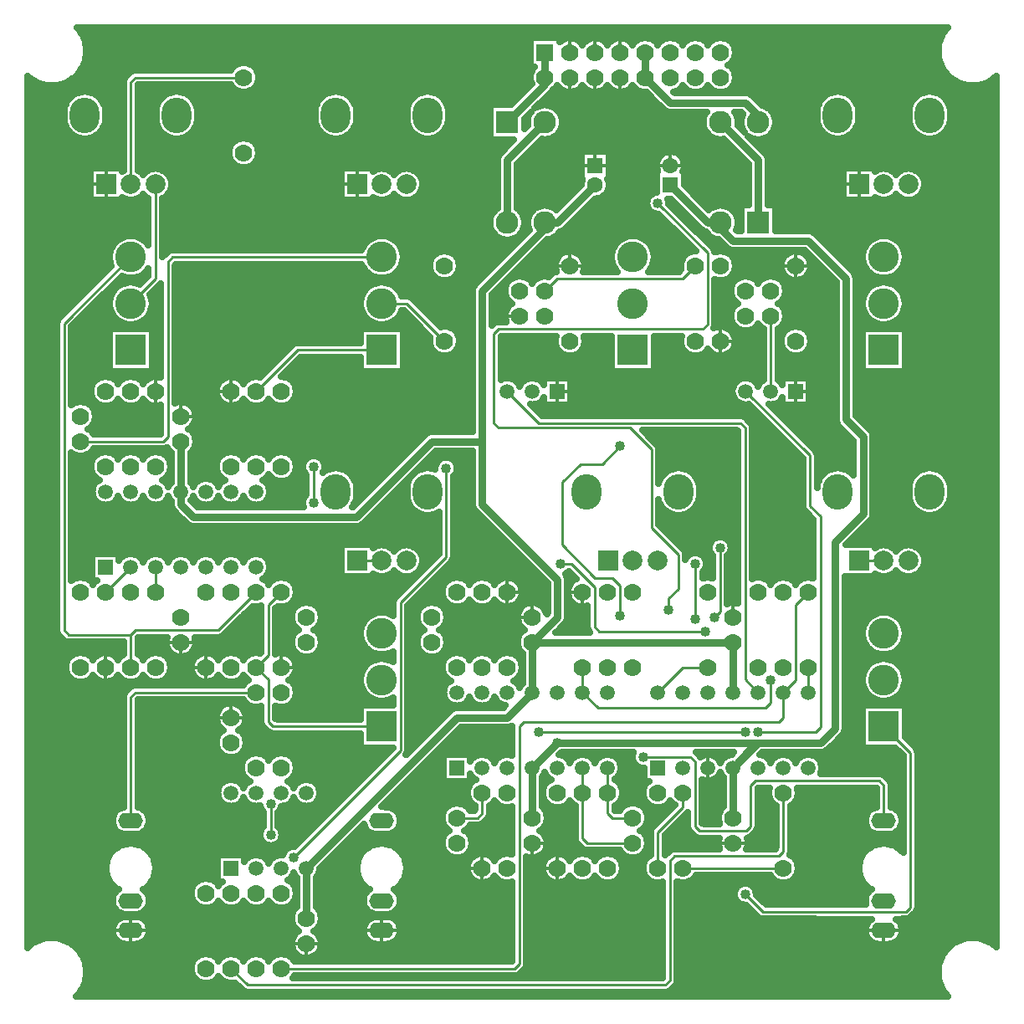
<source format=gbr>
G04 DipTrace 3.2.0.1*
G04 Top.gbr*
%MOIN*%
G04 #@! TF.FileFunction,Copper,L1,Top*
G04 #@! TF.Part,Single*
G04 #@! TA.AperFunction,Conductor*
%ADD14C,0.01*%
%ADD15C,0.03*%
G04 #@! TA.AperFunction,CopperBalancing*
%ADD16C,0.025*%
%ADD17C,0.012992*%
G04 #@! TA.AperFunction,ComponentPad*
%ADD19C,0.07*%
%ADD20R,0.062992X0.062992*%
%ADD21C,0.062992*%
%ADD22R,0.09X0.09*%
%ADD23C,0.09*%
%ADD24C,0.09*%
%ADD25R,0.07X0.07*%
%ADD26O,0.098425X0.062992*%
%ADD27R,0.059055X0.059055*%
%ADD28C,0.059055*%
%ADD29C,0.07874*%
%ADD30R,0.07874X0.07874*%
%ADD31O,0.11811X0.141732*%
%ADD32R,0.122047X0.122047*%
%ADD33C,0.122047*%
G04 #@! TA.AperFunction,ViaPad*
%ADD34C,0.04*%
%FSLAX26Y26*%
G04*
G70*
G90*
G75*
G01*
G04 Top*
%LPD*%
X1344000Y2044000D2*
D14*
X1192000Y1892000D1*
X862000D1*
X844000Y1874000D1*
X596000D1*
X578000Y1892000D1*
Y3113039D1*
X844000Y3379039D1*
Y1874000D2*
Y1744000D1*
X644000Y2644000D2*
X974000D1*
X992000Y2662000D1*
Y3361039D1*
X1010000Y3379039D1*
X1844000D1*
X2744000Y1344000D2*
Y1244000D1*
Y1162000D1*
X2762000Y1144000D1*
X2844000D1*
X2793748Y1950087D2*
Y2068824D1*
X2762535Y2100037D1*
X2693793D1*
X2562522Y2231307D1*
Y2481281D1*
X2634717Y2553475D1*
X2722207D1*
X2793748Y2625016D1*
X2494000Y3244000D2*
X2542000Y3292000D1*
X3042000D1*
X3094000Y3344000D1*
X2494000Y4094000D2*
D15*
Y4066000D1*
X2344000Y3916000D1*
X2494000Y4094000D2*
Y4194000D1*
X1844000Y3008961D2*
D14*
X1508961D1*
X1344000Y2844000D1*
X944000Y2044000D2*
Y2144000D1*
X2644000Y1344000D2*
Y1244000D1*
Y1062000D1*
X2662000Y1044000D1*
X2844000D1*
X1444000Y2044000D2*
X1392000Y1992000D1*
Y1792000D1*
X1344000Y1744000D1*
X2468524Y1487000D2*
X3292000D1*
X1344000Y1744000D2*
X1392000Y1696000D1*
Y1526961D1*
X1410000Y1508961D1*
X1844000D1*
X3292000Y840291D2*
X3362713Y769579D1*
X3931803D1*
X3949803Y787579D1*
Y1403157D1*
X3844000Y1508961D1*
X744000Y2044000D2*
X844000Y2144000D1*
X2144000Y1144000D2*
X2226000D1*
X2244000Y1162000D1*
Y1244000D1*
X1401476Y1077000D2*
Y1200000D1*
X942425Y3668409D2*
Y3292425D1*
X844000Y3194000D1*
X2494000Y3516000D2*
D15*
X2544000D1*
X2694000Y3666000D1*
X2494000Y3516000D2*
Y3494000D1*
X2244000Y3244000D1*
Y2644000D1*
Y2394000D1*
X2544000Y2094000D1*
Y1944000D1*
X2444000Y1844000D1*
Y1644000D1*
X3244000Y1844000D2*
Y1644000D1*
Y1844000D2*
X2444000D1*
Y1644000D2*
X2344000Y1544000D1*
X2144000D1*
X1544000Y944000D1*
Y744000D1*
X1044000Y2444000D2*
Y2644000D1*
Y2444000D2*
Y2394000D1*
X1094000Y2344000D1*
X1744000D1*
X2044000Y2644000D1*
X2244000D1*
X1572945Y2398476D2*
D14*
Y2544000D1*
X1745575Y2168409D2*
X1844000D1*
X3444000Y1244000D2*
Y1010000D1*
X3426000Y992000D1*
X3010000D1*
X2992000Y974000D1*
Y496000D1*
X2974000Y478000D1*
X1310000D1*
X1244000Y544000D1*
X2094000Y3044000D2*
X1944000Y3194000D1*
X1844000D1*
X3745575Y2168409D2*
X3844000D1*
X3093717Y2156315D2*
Y1937588D1*
X3168709Y1943837D2*
X3192000Y1967129D1*
Y2220780D1*
X3194000Y3516000D2*
D15*
X3144000D1*
X2994000Y3666000D1*
X3194000Y3516000D2*
Y3494000D1*
X3244000Y3444000D1*
X3544000D1*
X3693654Y3294346D1*
Y2731255D1*
X3762396Y2662512D1*
Y2356294D1*
X3649908Y2243806D1*
Y1499908D1*
X3594000Y1444000D1*
X3344000D1*
X3244000Y1344000D1*
Y1144000D1*
X2444000Y1344000D2*
X2544000Y1444000D1*
X3332377D1*
X3244000Y1344000D1*
X2444000Y1144000D2*
Y1344000D1*
X3444000Y944000D2*
D14*
X3044000D1*
X3544000Y2044000D2*
X3492000Y1992000D1*
Y1692000D1*
X3444000Y1644000D1*
Y1544000D1*
X3426000Y1526000D1*
X2410000D1*
X2392000Y1508000D1*
Y562000D1*
X2374000Y544000D1*
X1444000D1*
X3344000Y1644000D2*
X3292000Y1696000D1*
Y2699126D1*
X3274000Y2717126D1*
X2470874D1*
X2344000Y2844000D1*
X3544000Y1744000D2*
Y1644000D1*
X1492000Y986528D2*
X1918024Y1412552D1*
Y2001449D1*
X2100071Y2183496D1*
Y2537525D1*
X2344000Y3516000D2*
D15*
Y3766000D1*
X2494000Y3916000D1*
X3344000Y3516000D2*
Y3766000D1*
X3194000Y3916000D1*
X3344000Y1487000D2*
D14*
X3574000D1*
X3592000Y1505000D1*
Y2345459D1*
X3549919Y2387541D1*
Y2588081D1*
X3294000Y2844000D1*
X3344000Y3916000D2*
D15*
Y3944000D1*
X3294000Y3994000D1*
X2994000D1*
X2894000Y4094000D1*
Y4194000D1*
X3394000Y3144000D2*
D14*
Y2844000D1*
X2944000Y3594000D2*
X3142000Y3396000D1*
Y3110000D1*
X3124000Y3092000D1*
X2308000D1*
X2290000Y3074000D1*
Y2717126D1*
X2308000Y2699126D1*
X2832126D1*
X2918735Y2612517D1*
Y2300050D1*
X3024974Y2193811D1*
Y2056325D1*
X2987478Y2018829D1*
Y1968835D1*
X2983312Y1973000D1*
X2986528D1*
X3044000Y1244000D2*
Y1186602D1*
X2944000Y1086602D1*
Y944000D1*
X1294000Y4094000D2*
X862000D1*
X844000Y4076000D1*
Y3668409D1*
X2944000Y1644000D2*
X3044000Y1744000D1*
X3144000D1*
X2886472Y1386528D2*
X3074000D1*
X3092000Y1368528D1*
Y1110004D1*
X3110000Y1092004D1*
X3295315D1*
X3313318Y1110007D1*
Y1274000D1*
X3331318Y1292000D1*
X3826000D1*
X3844000Y1274000D1*
Y1132976D1*
X1344000Y1644000D2*
X862000D1*
X844000Y1626000D1*
Y1132976D1*
X3392000Y1694000D2*
Y1601472D1*
X3374000Y1583472D1*
X2704528D1*
X2644000Y1644000D1*
Y1744000D1*
X2556273Y2156315D2*
X2600018D1*
X2692000Y2064333D1*
Y1905000D1*
X2710000Y1887000D1*
X3134000D1*
D34*
X2793748Y1950087D3*
Y2625016D3*
X3093717Y2156315D3*
X2544000Y1444000D3*
X2444000Y944000D3*
X3144000Y1044000D3*
X2444000Y694000D3*
X2181312Y2293801D3*
X3093717Y1937588D3*
X3292000Y1487000D3*
X2468524D3*
X1401476Y1200000D3*
Y1077000D3*
X2556273Y2156315D3*
X3344000Y1487000D3*
X2986528Y1973000D3*
X2944000Y3594000D3*
X2886472Y1386528D3*
X3392000Y1694000D3*
X1572945Y2398476D3*
Y2544000D3*
X3292000Y840291D3*
X4044000Y1894000D3*
X3134000Y1887000D3*
X3192000Y2220780D3*
X3168709Y1943837D3*
X2100071Y2537525D3*
X1492000Y986528D3*
X650774Y4267655D2*
D16*
X4077199D1*
X661970Y4242786D2*
X2432986D1*
X2628782D2*
X2659199D1*
X2728791D2*
X2759209D1*
X2828801D2*
X2859218D1*
X2928774D2*
X2959227D1*
X3028783D2*
X3059201D1*
X3128793D2*
X3159210D1*
X3228765D2*
X4066003D1*
X667819Y4217917D2*
X2432986D1*
X3249902D2*
X4060190D1*
X669003Y4193049D2*
X2432986D1*
X3254997D2*
X4059005D1*
X665630Y4168180D2*
X2432986D1*
X3249004D2*
X4062379D1*
X657377Y4143311D2*
X1260039D1*
X1327980D2*
X2432986D1*
X3227976D2*
X4070633D1*
X643094Y4118442D2*
X844860D1*
X1349655D2*
X2438369D1*
X3249650D2*
X4084915D1*
X619986Y4093573D2*
X819059D1*
X1355001D2*
X2432986D1*
X3254997D2*
X4108024D1*
X435003Y4068705D2*
X482177D1*
X575848D2*
X812995D1*
X1349260D2*
X2438762D1*
X3249256D2*
X4152161D1*
X4245831D2*
X4290029D1*
X435003Y4043836D2*
X812995D1*
X875014D2*
X1261403D1*
X1326580D2*
X2414900D1*
X2527983D2*
X2561415D1*
X2626593D2*
X2661388D1*
X2726602D2*
X2761398D1*
X2826612D2*
X2861407D1*
X3026594D2*
X3061390D1*
X3126604D2*
X3161399D1*
X3226613D2*
X4290029D1*
X435003Y4018967D2*
X605261D1*
X716585D2*
X812995D1*
X875014D2*
X971387D1*
X1082748D2*
X1605245D1*
X1716606D2*
X1971407D1*
X2082732D2*
X2390033D1*
X2503906D2*
X2912076D1*
X3325976D2*
X3605251D1*
X3716612D2*
X3971412D1*
X4082738D2*
X4290029D1*
X435003Y3994098D2*
X585273D1*
X736573D2*
X812995D1*
X875014D2*
X951436D1*
X1102699D2*
X1585294D1*
X1736558D2*
X1951420D1*
X2102719D2*
X2365164D1*
X2479037D2*
X2936944D1*
X3350844D2*
X3585299D1*
X3736563D2*
X3951425D1*
X4102724D2*
X4290029D1*
X435003Y3969230D2*
X576984D1*
X744898D2*
X812995D1*
X875014D2*
X943110D1*
X1111025D2*
X1576969D1*
X1744883D2*
X1943131D1*
X2111045D2*
X2273014D1*
X2539610D2*
X2961811D1*
X3389598D2*
X3576974D1*
X3744887D2*
X3943100D1*
X4111014D2*
X4290029D1*
X435003Y3944361D2*
X575871D1*
X745975D2*
X812995D1*
X875014D2*
X942034D1*
X1112136D2*
X1575892D1*
X1745995D2*
X1942018D1*
X2112122D2*
X2273014D1*
X2558844D2*
X3129139D1*
X3258836D2*
X3279135D1*
X3408869D2*
X3575861D1*
X3746000D2*
X3942024D1*
X4112126D2*
X4290029D1*
X435003Y3919492D2*
X576840D1*
X745005D2*
X812995D1*
X875014D2*
X943003D1*
X1111133D2*
X1576861D1*
X1744991D2*
X1942987D1*
X2111152D2*
X2273014D1*
X2564908D2*
X3123075D1*
X3414896D2*
X3576866D1*
X3744996D2*
X3942992D1*
X4111157D2*
X4290029D1*
X435003Y3894623D2*
X584915D1*
X736932D2*
X812995D1*
X875014D2*
X951041D1*
X1103094D2*
X1584899D1*
X1736953D2*
X1951062D1*
X2103079D2*
X2273014D1*
X2561571D2*
X3126412D1*
X3411596D2*
X3584904D1*
X3736958D2*
X3951066D1*
X4103084D2*
X4290029D1*
X435003Y3869755D2*
X604399D1*
X717446D2*
X812995D1*
X875014D2*
X970562D1*
X1083573D2*
X1604420D1*
X1717432D2*
X1970546D1*
X2083593D2*
X2273014D1*
X2547038D2*
X3140980D1*
X3397026D2*
X3604425D1*
X3717437D2*
X3970551D1*
X4083598D2*
X4290029D1*
X435003Y3844886D2*
X812995D1*
X875014D2*
X1262623D1*
X1325361D2*
X2365954D1*
X2479827D2*
X3208156D1*
X3322064D2*
X4290029D1*
X435003Y3820017D2*
X812995D1*
X875014D2*
X1239119D1*
X1348900D2*
X2341087D1*
X2454959D2*
X3233024D1*
X3346932D2*
X4290029D1*
X435003Y3795148D2*
X812995D1*
X875014D2*
X1233018D1*
X1355001D2*
X2316219D1*
X2430091D2*
X2636521D1*
X2751505D2*
X2971285D1*
X3016726D2*
X3257891D1*
X3371801D2*
X4290029D1*
X435003Y3770280D2*
X812995D1*
X875014D2*
X1238042D1*
X1349978D2*
X2303228D1*
X2405223D2*
X2636521D1*
X2751505D2*
X2943188D1*
X3044823D2*
X3282759D1*
X3384755D2*
X4290029D1*
X435003Y3745411D2*
X812995D1*
X875014D2*
X1258927D1*
X1329093D2*
X2303013D1*
X2384984D2*
X2636521D1*
X2751505D2*
X2936513D1*
X3051462D2*
X3302997D1*
X3385005D2*
X4290029D1*
X435003Y3720542D2*
X680223D1*
X881652D2*
X904786D1*
X980083D2*
X1680207D1*
X1881638D2*
X1904770D1*
X1980068D2*
X2303013D1*
X2384984D2*
X2636521D1*
X2751505D2*
X2936513D1*
X3051497D2*
X3302997D1*
X3385005D2*
X3680213D1*
X3881643D2*
X3904776D1*
X3980072D2*
X4290029D1*
X435003Y3695673D2*
X680223D1*
X1001577D2*
X1680207D1*
X2001562D2*
X2303013D1*
X2384984D2*
X2636521D1*
X2751505D2*
X2936513D1*
X3051497D2*
X3302997D1*
X3385005D2*
X3680213D1*
X4001567D2*
X4290029D1*
X435003Y3670804D2*
X680223D1*
X1007749D2*
X1680207D1*
X2007735D2*
X2303013D1*
X2384984D2*
X2636701D1*
X2751290D2*
X2936513D1*
X3051497D2*
X3302997D1*
X3385005D2*
X3680213D1*
X4007739D2*
X4290029D1*
X435003Y3645936D2*
X680223D1*
X1003659D2*
X1680207D1*
X2003643D2*
X2303013D1*
X2384984D2*
X2617000D1*
X2747702D2*
X2936513D1*
X3071018D2*
X3302997D1*
X3385005D2*
X3680213D1*
X4003648D2*
X4290029D1*
X435003Y3621067D2*
X680223D1*
X986291D2*
X1680207D1*
X1986276D2*
X2303013D1*
X2384984D2*
X2592133D1*
X2728217D2*
X2907446D1*
X3095886D2*
X3302997D1*
X3385005D2*
X3680213D1*
X3986281D2*
X4290029D1*
X435003Y3596198D2*
X911424D1*
X973408D2*
X2303013D1*
X2384984D2*
X2567264D1*
X2681136D2*
X2898045D1*
X2989957D2*
X3006845D1*
X3120755D2*
X3302997D1*
X3385005D2*
X4290029D1*
X435003Y3571329D2*
X911424D1*
X973408D2*
X2301112D1*
X2386887D2*
X2451108D1*
X2656269D2*
X2904361D1*
X3009478D2*
X3031714D1*
X3236875D2*
X3272999D1*
X3415004D2*
X4290029D1*
X435003Y3546461D2*
X911424D1*
X973408D2*
X2280155D1*
X2407843D2*
X2430151D1*
X2631402D2*
X2948749D1*
X3034345D2*
X3056581D1*
X3257867D2*
X3272999D1*
X3415004D2*
X4290029D1*
X435003Y3521592D2*
X911424D1*
X973408D2*
X2273230D1*
X2606534D2*
X2973617D1*
X3059213D2*
X3081449D1*
X3415004D2*
X4290029D1*
X435003Y3496723D2*
X911424D1*
X973408D2*
X2275777D1*
X2412220D2*
X2425773D1*
X2581665D2*
X2998484D1*
X3084080D2*
X3106316D1*
X3415004D2*
X4290029D1*
X435003Y3471854D2*
X911424D1*
X973408D2*
X2289126D1*
X2398871D2*
X2414900D1*
X2548867D2*
X3023352D1*
X3108949D2*
X3139114D1*
X3573075D2*
X4290029D1*
X435003Y3446986D2*
X791213D1*
X896760D2*
X911424D1*
X973408D2*
X1791232D1*
X1896781D2*
X2390033D1*
X2503941D2*
X2791218D1*
X2896765D2*
X3048220D1*
X3133816D2*
X3184077D1*
X3597978D2*
X3791238D1*
X3896786D2*
X4290029D1*
X435003Y3422117D2*
X768785D1*
X973408D2*
X1768769D1*
X1919209D2*
X2365164D1*
X2479073D2*
X2768790D1*
X2919228D2*
X3073088D1*
X3158684D2*
X3208945D1*
X3622845D2*
X3768774D1*
X3919213D2*
X4290029D1*
X435003Y3397248D2*
X758953D1*
X1929041D2*
X2067290D1*
X2120734D2*
X2340297D1*
X2454205D2*
X2567264D1*
X2620744D2*
X2758958D1*
X2929025D2*
X3067274D1*
X3220727D2*
X3467276D1*
X3520719D2*
X3533804D1*
X3647714D2*
X3758978D1*
X3929046D2*
X4290029D1*
X435003Y3372379D2*
X757230D1*
X1930762D2*
X2040341D1*
X2147647D2*
X2315429D1*
X2429337D2*
X2540352D1*
X2647657D2*
X2757235D1*
X2930747D2*
X3040361D1*
X3247640D2*
X3440362D1*
X3672581D2*
X3757256D1*
X3930768D2*
X4290029D1*
X435003Y3347510D2*
X763079D1*
X1023000D2*
X1763064D1*
X1924913D2*
X2033092D1*
X2154895D2*
X2290562D1*
X2404470D2*
X2533102D1*
X2654906D2*
X2763084D1*
X2924934D2*
X3033113D1*
X3254890D2*
X3433114D1*
X3554881D2*
X3583541D1*
X3697449D2*
X3763070D1*
X3924919D2*
X4290029D1*
X435003Y3322642D2*
X744814D1*
X1023000D2*
X1778530D1*
X1909448D2*
X2037039D1*
X2150948D2*
X2265694D1*
X2379602D2*
X2537050D1*
X2650958D2*
X2778550D1*
X2909469D2*
X3029848D1*
X3250978D2*
X3437025D1*
X3550970D2*
X3608408D1*
X3722316D2*
X3778535D1*
X3909453D2*
X4290029D1*
X435003Y3297773D2*
X719946D1*
X805542D2*
X818269D1*
X869739D2*
X904966D1*
X1023000D2*
X1818253D1*
X1869723D2*
X2055664D1*
X2132360D2*
X2240825D1*
X2354735D2*
X2368466D1*
X2419541D2*
X2468475D1*
X3232354D2*
X3268478D1*
X3319552D2*
X3368450D1*
X3419526D2*
X3455650D1*
X3532345D2*
X3633276D1*
X3734517D2*
X3818259D1*
X3869728D2*
X4290029D1*
X435003Y3272904D2*
X695043D1*
X780675D2*
X811199D1*
X1023000D2*
X1811185D1*
X1876793D2*
X2215958D1*
X3173001D2*
X3240631D1*
X3447371D2*
X3652654D1*
X3734661D2*
X3811190D1*
X3876798D2*
X4290029D1*
X435003Y3248035D2*
X670175D1*
X755807D2*
X776500D1*
X940825D2*
X961016D1*
X1023000D2*
X1776521D1*
X1911493D2*
X2203219D1*
X2304999D2*
X2333156D1*
X3173001D2*
X3233131D1*
X3454871D2*
X3652654D1*
X3734661D2*
X3776490D1*
X3911499D2*
X4290029D1*
X435003Y3223167D2*
X645307D1*
X730940D2*
X762182D1*
X925825D2*
X961016D1*
X1023000D2*
X1762167D1*
X1925846D2*
X2203004D1*
X2285012D2*
X2336852D1*
X3173001D2*
X3236827D1*
X3451176D2*
X3652654D1*
X3734661D2*
X3762172D1*
X3925816D2*
X4290029D1*
X435003Y3198298D2*
X620440D1*
X706071D2*
X757087D1*
X930921D2*
X961016D1*
X1023000D2*
X1757071D1*
X1982508D2*
X2203004D1*
X2285012D2*
X2354974D1*
X3173001D2*
X3254984D1*
X3433018D2*
X3652654D1*
X3734661D2*
X3757076D1*
X3930911D2*
X4290029D1*
X435003Y3173429D2*
X595572D1*
X681203D2*
X759526D1*
X928482D2*
X961016D1*
X1023000D2*
X1759512D1*
X2007375D2*
X2203004D1*
X2285012D2*
X2340942D1*
X3173001D2*
X3240954D1*
X3447049D2*
X3652654D1*
X3734661D2*
X3759517D1*
X3928471D2*
X4290029D1*
X435003Y3148560D2*
X570705D1*
X656336D2*
X770220D1*
X917787D2*
X961016D1*
X1023000D2*
X1770240D1*
X1917773D2*
X1946647D1*
X2032243D2*
X2203004D1*
X2285012D2*
X2333192D1*
X3173001D2*
X3233167D1*
X3454836D2*
X3652654D1*
X3734661D2*
X3770245D1*
X3917778D2*
X4290029D1*
X435003Y3123692D2*
X549066D1*
X631469D2*
X794585D1*
X893423D2*
X961016D1*
X1023000D2*
X1794570D1*
X1893407D2*
X1971514D1*
X2057112D2*
X2203004D1*
X2285012D2*
X2336636D1*
X3173001D2*
X3236648D1*
X3451356D2*
X3652654D1*
X3734661D2*
X3794575D1*
X3893412D2*
X4290029D1*
X435003Y3098823D2*
X546984D1*
X609005D2*
X961016D1*
X1023000D2*
X1996383D1*
X2116930D2*
X2203004D1*
X3216924D2*
X3254339D1*
X3333655D2*
X3354348D1*
X3433664D2*
X3471079D1*
X3516916D2*
X3652654D1*
X3734661D2*
X4290029D1*
X435003Y3073954D2*
X546984D1*
X609005D2*
X756979D1*
X931029D2*
X961016D1*
X1023000D2*
X1756963D1*
X1931014D2*
X2021251D1*
X2146749D2*
X2203004D1*
X3246744D2*
X3362996D1*
X3425016D2*
X3441260D1*
X3546735D2*
X3652654D1*
X3734661D2*
X3756969D1*
X3931020D2*
X4290029D1*
X435003Y3049085D2*
X546984D1*
X609005D2*
X756979D1*
X931029D2*
X961016D1*
X1023000D2*
X1756963D1*
X1931014D2*
X2033236D1*
X2154787D2*
X2203004D1*
X2321003D2*
X2533210D1*
X2654762D2*
X2756984D1*
X2931034D2*
X3033220D1*
X3254782D2*
X3362996D1*
X3554773D2*
X3652654D1*
X3734661D2*
X3756969D1*
X3931020D2*
X4290029D1*
X435003Y3024217D2*
X546984D1*
X609005D2*
X756979D1*
X931029D2*
X961016D1*
X1023000D2*
X1481409D1*
X1931014D2*
X2036429D1*
X2151558D2*
X2203004D1*
X2321003D2*
X2536440D1*
X2651568D2*
X2756984D1*
X2931034D2*
X3036450D1*
X3251552D2*
X3362996D1*
X3551543D2*
X3652654D1*
X3734661D2*
X3756969D1*
X3931020D2*
X4290029D1*
X435003Y2999348D2*
X546984D1*
X609005D2*
X756979D1*
X931029D2*
X961016D1*
X1023000D2*
X1456541D1*
X1931014D2*
X2053690D1*
X2134298D2*
X2203004D1*
X2321003D2*
X2553699D1*
X2634308D2*
X2756984D1*
X2931034D2*
X3053710D1*
X3134282D2*
X3153719D1*
X3234291D2*
X3362996D1*
X3425016D2*
X3453711D1*
X3534283D2*
X3652654D1*
X3734661D2*
X3756969D1*
X3931020D2*
X4290029D1*
X435003Y2974479D2*
X546984D1*
X609005D2*
X756979D1*
X931029D2*
X961016D1*
X1023000D2*
X1431673D1*
X1517269D2*
X1756963D1*
X1931014D2*
X2203004D1*
X2321003D2*
X2756984D1*
X2931034D2*
X3362996D1*
X3425016D2*
X3652654D1*
X3734661D2*
X3756969D1*
X3931020D2*
X4290029D1*
X435003Y2949610D2*
X546984D1*
X609005D2*
X756979D1*
X931029D2*
X961016D1*
X1023000D2*
X1406806D1*
X1492402D2*
X1756963D1*
X1931014D2*
X2203004D1*
X2321003D2*
X2756984D1*
X2931034D2*
X3362996D1*
X3425016D2*
X3652654D1*
X3734661D2*
X3756969D1*
X3931020D2*
X4290029D1*
X435003Y2924741D2*
X546984D1*
X609005D2*
X756979D1*
X931029D2*
X961016D1*
X1023000D2*
X1381938D1*
X1467534D2*
X1756963D1*
X1931014D2*
X2203004D1*
X2321003D2*
X2756984D1*
X2931034D2*
X3362996D1*
X3425016D2*
X3652654D1*
X3734661D2*
X3756969D1*
X3931020D2*
X4290029D1*
X435003Y2899873D2*
X546984D1*
X609005D2*
X724181D1*
X763845D2*
X824154D1*
X863818D2*
X924163D1*
X1023000D2*
X1224155D1*
X1263819D2*
X1324164D1*
X1463837D2*
X2203004D1*
X2321003D2*
X3362996D1*
X3425016D2*
X3652654D1*
X3734661D2*
X4290029D1*
X435003Y2875004D2*
X546984D1*
X609005D2*
X691885D1*
X1023000D2*
X1191895D1*
X1496097D2*
X2203004D1*
X2599537D2*
X3248490D1*
X3549534D2*
X3652654D1*
X3734661D2*
X4290029D1*
X435003Y2850135D2*
X546984D1*
X609005D2*
X683308D1*
X1023000D2*
X1183319D1*
X1504675D2*
X2203004D1*
X2599537D2*
X3238837D1*
X3549534D2*
X3652654D1*
X3734661D2*
X4290029D1*
X435003Y2825266D2*
X546984D1*
X609005D2*
X686072D1*
X1023000D2*
X1186081D1*
X1501911D2*
X2203004D1*
X2599537D2*
X3241887D1*
X3549534D2*
X3652654D1*
X3734661D2*
X4290029D1*
X435003Y2800398D2*
X546984D1*
X609005D2*
X625966D1*
X662042D2*
X702507D1*
X785518D2*
X802516D1*
X885492D2*
X902490D1*
X1062042D2*
X1202482D1*
X1285493D2*
X1302491D1*
X1385503D2*
X1402500D1*
X1485512D2*
X2203004D1*
X2599537D2*
X3261336D1*
X3549534D2*
X3652654D1*
X3734661D2*
X4290029D1*
X435003Y2775529D2*
X546984D1*
X695773D2*
X961016D1*
X1095773D2*
X2203004D1*
X2455282D2*
X3319648D1*
X3405280D2*
X3652654D1*
X3734661D2*
X4290029D1*
X435003Y2750660D2*
X546984D1*
X704636D2*
X961016D1*
X1104636D2*
X2203004D1*
X2480150D2*
X3344551D1*
X3430147D2*
X3652654D1*
X3734661D2*
X4290029D1*
X435003Y2725791D2*
X546984D1*
X702088D2*
X961016D1*
X1102089D2*
X2203004D1*
X3308142D2*
X3369420D1*
X3455016D2*
X3653049D1*
X3756047D2*
X4290029D1*
X435003Y2700923D2*
X546984D1*
X686084D2*
X961016D1*
X1086085D2*
X2203004D1*
X3322925D2*
X3394287D1*
X3479883D2*
X3667043D1*
X3780916D2*
X4290029D1*
X435003Y2676054D2*
X546984D1*
X695450D2*
X961016D1*
X1095450D2*
X2020175D1*
X2898021D2*
X3261013D1*
X3322997D2*
X3419155D1*
X3504751D2*
X3691911D1*
X3800938D2*
X4290029D1*
X435003Y2651185D2*
X546984D1*
X1104566D2*
X1994230D1*
X2922888D2*
X3261013D1*
X3322997D2*
X3444022D1*
X3529618D2*
X3716778D1*
X3803379D2*
X4290029D1*
X435003Y2626316D2*
X546984D1*
X1102269D2*
X1969362D1*
X2946177D2*
X3261013D1*
X3322997D2*
X3468890D1*
X3554487D2*
X3721407D1*
X3803379D2*
X4290029D1*
X435003Y2601448D2*
X546984D1*
X686657D2*
X730461D1*
X757529D2*
X830470D1*
X857538D2*
X930444D1*
X957547D2*
X1001350D1*
X1086659D2*
X1230471D1*
X1257539D2*
X1330444D1*
X1357549D2*
X1430453D1*
X1457558D2*
X1944495D1*
X2058403D2*
X2203004D1*
X2949730D2*
X3261013D1*
X3322997D2*
X3493759D1*
X3577596D2*
X3721407D1*
X3803379D2*
X4290029D1*
X435003Y2576579D2*
X546984D1*
X609005D2*
X692925D1*
X1085008D2*
X1192900D1*
X1495093D2*
X1541622D1*
X1604252D2*
X1919626D1*
X2033535D2*
X2078415D1*
X2121739D2*
X2203004D1*
X2949730D2*
X3261013D1*
X3322997D2*
X3518626D1*
X3580933D2*
X3721407D1*
X3803379D2*
X4290029D1*
X435003Y2551710D2*
X546984D1*
X609005D2*
X683524D1*
X1085008D2*
X1183499D1*
X1504495D2*
X1527627D1*
X1618247D2*
X1894759D1*
X2008667D2*
X2056453D1*
X2143699D2*
X2203004D1*
X2949730D2*
X3261013D1*
X3322997D2*
X3518913D1*
X3580933D2*
X3721407D1*
X3803379D2*
X4290029D1*
X435003Y2526841D2*
X546984D1*
X609005D2*
X685570D1*
X1085008D2*
X1185580D1*
X1502413D2*
X1530462D1*
X1705517D2*
X1869891D1*
X2144740D2*
X2203004D1*
X2949730D2*
X2982516D1*
X3071629D2*
X3261013D1*
X3322997D2*
X3518913D1*
X3580933D2*
X3616374D1*
X3705487D2*
X3721407D1*
X3803379D2*
X3982501D1*
X4071650D2*
X4290029D1*
X435003Y2501972D2*
X546984D1*
X609005D2*
X700820D1*
X987188D2*
X1003001D1*
X1085008D2*
X1200794D1*
X1387189D2*
X1400812D1*
X1487198D2*
X1541945D1*
X1731857D2*
X1845024D1*
X2131068D2*
X2203004D1*
X3098004D2*
X3261013D1*
X3322997D2*
X3518913D1*
X3803379D2*
X3956126D1*
X4098024D2*
X4290029D1*
X435003Y2477104D2*
X546984D1*
X609005D2*
X700067D1*
X1387942D2*
X1541945D1*
X1743196D2*
X1820156D1*
X2131068D2*
X2203004D1*
X3109343D2*
X3261013D1*
X3322997D2*
X3518913D1*
X3803379D2*
X3944823D1*
X4109328D2*
X4290029D1*
X435003Y2452235D2*
X546984D1*
X609005D2*
X689122D1*
X1398887D2*
X1541945D1*
X1745995D2*
X1795287D1*
X1909197D2*
X1942018D1*
X2131068D2*
X2203004D1*
X3112142D2*
X3261013D1*
X3322997D2*
X3518913D1*
X3803379D2*
X3942024D1*
X4112126D2*
X4290029D1*
X435003Y2427366D2*
X546984D1*
X609005D2*
X691131D1*
X1396843D2*
X1537927D1*
X1745852D2*
X1770420D1*
X1884328D2*
X1942161D1*
X2131068D2*
X2203004D1*
X3111999D2*
X3261013D1*
X3322997D2*
X3518913D1*
X3803379D2*
X3942167D1*
X4111983D2*
X4290029D1*
X435003Y2402497D2*
X546984D1*
X609005D2*
X708500D1*
X779491D2*
X808509D1*
X879500D2*
X908482D1*
X979509D2*
X1003001D1*
X1092437D2*
X1108500D1*
X1179491D2*
X1208509D1*
X1279500D2*
X1308483D1*
X1379510D2*
X1527125D1*
X1859461D2*
X1947545D1*
X2131068D2*
X2203004D1*
X3106615D2*
X3261013D1*
X3322997D2*
X3518913D1*
X3803379D2*
X3947550D1*
X4106600D2*
X4290029D1*
X435003Y2377629D2*
X546984D1*
X609005D2*
X1006661D1*
X1834593D2*
X1962615D1*
X2131068D2*
X2206664D1*
X2949730D2*
X2962601D1*
X3091545D2*
X3261013D1*
X3322997D2*
X3520707D1*
X3803379D2*
X3962621D1*
X4091529D2*
X4290029D1*
X435003Y2352760D2*
X546984D1*
X609005D2*
X1028299D1*
X1809689D2*
X2002052D1*
X2052087D2*
X2069084D1*
X2131068D2*
X2228302D1*
X2949730D2*
X3002073D1*
X3052072D2*
X3261013D1*
X3322997D2*
X3541879D1*
X3803235D2*
X4002058D1*
X4052056D2*
X4290029D1*
X435003Y2327891D2*
X546984D1*
X609005D2*
X1053167D1*
X1784822D2*
X2069084D1*
X2131068D2*
X2253171D1*
X2949730D2*
X3261013D1*
X3322997D2*
X3561005D1*
X3790928D2*
X4290029D1*
X435003Y2303022D2*
X546984D1*
X609005D2*
X2069084D1*
X2131068D2*
X2278038D1*
X2958558D2*
X3261013D1*
X3322997D2*
X3561005D1*
X3766059D2*
X4290029D1*
X435003Y2278154D2*
X546984D1*
X609005D2*
X2069084D1*
X2131068D2*
X2302906D1*
X2983425D2*
X3261013D1*
X3322997D2*
X3561005D1*
X3741192D2*
X4290029D1*
X435003Y2253285D2*
X546984D1*
X609005D2*
X2069084D1*
X2131068D2*
X2327773D1*
X3008293D2*
X3160609D1*
X3223419D2*
X3261013D1*
X3322997D2*
X3561005D1*
X3716324D2*
X4290029D1*
X435003Y2228416D2*
X546984D1*
X609005D2*
X1680207D1*
X1865274D2*
X1921169D1*
X1963668D2*
X2069084D1*
X2131068D2*
X2352640D1*
X3033161D2*
X3146686D1*
X3237341D2*
X3261013D1*
X3322997D2*
X3561005D1*
X3865243D2*
X3921175D1*
X3963673D2*
X4290029D1*
X435003Y2203547D2*
X546984D1*
X609005D2*
X1680207D1*
X1997076D2*
X2069084D1*
X2131068D2*
X2377509D1*
X3054261D2*
X3149556D1*
X3234436D2*
X3261013D1*
X3322997D2*
X3561005D1*
X3997046D2*
X4290029D1*
X435003Y2178678D2*
X546984D1*
X609005D2*
X688476D1*
X886605D2*
X901377D1*
X986614D2*
X1001386D1*
X1086623D2*
X1101395D1*
X1186633D2*
X1201369D1*
X1286606D2*
X1301378D1*
X1386615D2*
X1680207D1*
X2006945D2*
X2052434D1*
X2130673D2*
X2402377D1*
X3133529D2*
X3161004D1*
X3222988D2*
X3261013D1*
X3322997D2*
X3561005D1*
X4006950D2*
X4290029D1*
X435003Y2153810D2*
X546984D1*
X609005D2*
X688476D1*
X1398600D2*
X1680207D1*
X2006084D2*
X2027566D1*
X2113198D2*
X2427244D1*
X3139629D2*
X3161004D1*
X3222988D2*
X3261013D1*
X3322997D2*
X3561005D1*
X4006089D2*
X4290029D1*
X435003Y2128941D2*
X546984D1*
X609005D2*
X688476D1*
X1397344D2*
X1680207D1*
X2088331D2*
X2452112D1*
X3130012D2*
X3161004D1*
X3222988D2*
X3261013D1*
X3322997D2*
X3561005D1*
X3993852D2*
X4290029D1*
X435003Y2104072D2*
X546984D1*
X609005D2*
X688476D1*
X1381412D2*
X1977831D1*
X2063462D2*
X2476980D1*
X2583676D2*
X2609465D1*
X3124701D2*
X3161004D1*
X3222988D2*
X3261013D1*
X3322997D2*
X3561005D1*
X3690917D2*
X4290029D1*
X435003Y2079203D2*
X546984D1*
X1493227D2*
X1952963D1*
X2038594D2*
X2094777D1*
X2393238D2*
X2501848D1*
X3222988D2*
X3261013D1*
X3690917D2*
X4290029D1*
X435003Y2054335D2*
X546984D1*
X1504064D2*
X1928096D1*
X2013727D2*
X2083904D1*
X2404075D2*
X2502996D1*
X3222988D2*
X3261013D1*
X3690917D2*
X4290029D1*
X435003Y2029466D2*
X546984D1*
X1503167D2*
X1903227D1*
X1988860D2*
X2084837D1*
X2403178D2*
X2502996D1*
X3222988D2*
X3261013D1*
X3690917D2*
X4290029D1*
X435003Y2004597D2*
X546984D1*
X1489747D2*
X1887188D1*
X1963992D2*
X2098259D1*
X2389757D2*
X2502996D1*
X2585003D2*
X2598268D1*
X3222988D2*
X3261013D1*
X3690917D2*
X4290029D1*
X435003Y1979728D2*
X546984D1*
X1322526D2*
X1361017D1*
X1423001D2*
X1495189D1*
X1592806D2*
X1887008D1*
X1949028D2*
X1995163D1*
X2092816D2*
X2395164D1*
X2585003D2*
X2660993D1*
X3690917D2*
X4290029D1*
X435003Y1954860D2*
X546984D1*
X1297657D2*
X1361017D1*
X1423001D2*
X1484029D1*
X1603966D2*
X1804151D1*
X1949028D2*
X1984003D1*
X2103975D2*
X2384004D1*
X2585003D2*
X2660993D1*
X3690917D2*
X3804156D1*
X3883867D2*
X4290029D1*
X435003Y1929991D2*
X546984D1*
X1272790D2*
X1361017D1*
X1423001D2*
X1484710D1*
X1603283D2*
X1774045D1*
X1949028D2*
X1984685D1*
X2103294D2*
X2384685D1*
X2582348D2*
X2660993D1*
X3690917D2*
X3774050D1*
X3913938D2*
X4290029D1*
X435003Y1905122D2*
X546984D1*
X1247923D2*
X1361017D1*
X1423001D2*
X1497772D1*
X1590222D2*
X1761091D1*
X1949028D2*
X1997782D1*
X2090196D2*
X2397783D1*
X2562073D2*
X2660993D1*
X3690917D2*
X3761096D1*
X3926892D2*
X4290029D1*
X435003Y1880253D2*
X549533D1*
X1223055D2*
X1361017D1*
X1423001D2*
X1495583D1*
X1592411D2*
X1757000D1*
X1949028D2*
X1995593D1*
X2092421D2*
X2395594D1*
X3690917D2*
X3756969D1*
X3931020D2*
X4290029D1*
X435003Y1855385D2*
X571816D1*
X875014D2*
X984126D1*
X1103883D2*
X1361017D1*
X1423001D2*
X1484136D1*
X1603894D2*
X1760337D1*
X1949028D2*
X1984110D1*
X2103867D2*
X2384112D1*
X3690917D2*
X3760341D1*
X3927646D2*
X4290029D1*
X435003Y1830516D2*
X812995D1*
X875014D2*
X984592D1*
X1103417D2*
X1361017D1*
X1423001D2*
X1484567D1*
X1603428D2*
X1772286D1*
X1949028D2*
X1984577D1*
X2103437D2*
X2384577D1*
X3690917D2*
X3772291D1*
X3915697D2*
X4290029D1*
X435003Y1805647D2*
X812995D1*
X875014D2*
X997331D1*
X1090678D2*
X1361017D1*
X1423001D2*
X1497341D1*
X1590688D2*
X1799558D1*
X1949028D2*
X1997316D1*
X2090663D2*
X2397316D1*
X3690917D2*
X3799563D1*
X3888424D2*
X4290029D1*
X435003Y1780778D2*
X596003D1*
X991996D2*
X1096013D1*
X1492007D2*
X1887008D1*
X1949028D2*
X2095997D1*
X3690917D2*
X4290029D1*
X435003Y1755909D2*
X584232D1*
X1003766D2*
X1084243D1*
X1503777D2*
X1783949D1*
X1949028D2*
X2084227D1*
X3690917D2*
X3783954D1*
X3904034D2*
X4290029D1*
X435003Y1731041D2*
X584448D1*
X1003551D2*
X1084458D1*
X1503562D2*
X1765539D1*
X1949028D2*
X2084442D1*
X3690917D2*
X3765509D1*
X3922479D2*
X4290029D1*
X435003Y1706172D2*
X596864D1*
X991135D2*
X1096874D1*
X1491110D2*
X1757861D1*
X1949028D2*
X2096858D1*
X3690917D2*
X3757866D1*
X3930157D2*
X4290029D1*
X435003Y1681303D2*
X1296427D1*
X1491576D2*
X1757932D1*
X1949028D2*
X2103820D1*
X2384196D2*
X2402987D1*
X3690917D2*
X3757937D1*
X3930050D2*
X4290029D1*
X435003Y1656434D2*
X831618D1*
X1503669D2*
X1765791D1*
X1949028D2*
X2089969D1*
X3690917D2*
X3765797D1*
X3922227D2*
X4290029D1*
X435003Y1631566D2*
X813533D1*
X1503669D2*
X1784522D1*
X1949028D2*
X2089969D1*
X3690917D2*
X3784528D1*
X3903461D2*
X4290029D1*
X435003Y1606697D2*
X812995D1*
X875014D2*
X1296427D1*
X1491576D2*
X1887008D1*
X1949028D2*
X2103820D1*
X2184177D2*
X2203829D1*
X2284186D2*
X2303803D1*
X3690917D2*
X4290029D1*
X435003Y1581828D2*
X812995D1*
X875014D2*
X1196883D1*
X1291127D2*
X1361017D1*
X1423001D2*
X1756963D1*
X1949028D2*
X2134322D1*
X3690917D2*
X3756969D1*
X3931020D2*
X4290029D1*
X435003Y1556959D2*
X812995D1*
X875014D2*
X1184467D1*
X1303543D2*
X1361017D1*
X1423001D2*
X1756963D1*
X1949028D2*
X2100016D1*
X3690917D2*
X3756969D1*
X3931020D2*
X4290029D1*
X435003Y1532091D2*
X812995D1*
X875014D2*
X1184217D1*
X1303759D2*
X1361017D1*
X1949028D2*
X2075148D1*
X3690917D2*
X3756969D1*
X3931020D2*
X4290029D1*
X435003Y1507222D2*
X812995D1*
X875014D2*
X1196022D1*
X1291988D2*
X1368948D1*
X1949028D2*
X2050281D1*
X3690917D2*
X3756969D1*
X3931020D2*
X4290029D1*
X435003Y1482353D2*
X812995D1*
X875014D2*
X1197314D1*
X1290660D2*
X1397297D1*
X1949028D2*
X2025413D1*
X2139286D2*
X2361003D1*
X3686684D2*
X3756969D1*
X3931020D2*
X4290029D1*
X435003Y1457484D2*
X812995D1*
X875014D2*
X1184575D1*
X1303436D2*
X1756963D1*
X1949028D2*
X2000546D1*
X2114419D2*
X2361003D1*
X3664436D2*
X3756969D1*
X3938268D2*
X4290029D1*
X435003Y1432615D2*
X812995D1*
X875014D2*
X1184109D1*
X1303866D2*
X1756963D1*
X1949028D2*
X1975677D1*
X2089550D2*
X2361003D1*
X3639568D2*
X3756969D1*
X3963135D2*
X4290029D1*
X435003Y1407747D2*
X812995D1*
X875014D2*
X1195592D1*
X1292419D2*
X1870429D1*
X2064682D2*
X2361003D1*
X3609461D2*
X3902407D1*
X3980432D2*
X4290029D1*
X435003Y1382878D2*
X812995D1*
X875014D2*
X1297790D1*
X1490213D2*
X1845562D1*
X2039815D2*
X2088462D1*
X2282571D2*
X2305453D1*
X2582563D2*
X2605445D1*
X2682572D2*
X2705454D1*
X2782546D2*
X2840630D1*
X3182547D2*
X3205429D1*
X3382566D2*
X3405448D1*
X3482575D2*
X3505457D1*
X3582547D2*
X3918806D1*
X3980790D2*
X4290029D1*
X435003Y1358009D2*
X812995D1*
X875014D2*
X1284692D1*
X1503310D2*
X1820694D1*
X2014948D2*
X2088462D1*
X2797654D2*
X2851108D1*
X3597655D2*
X3918806D1*
X3980790D2*
X4290029D1*
X435003Y1333140D2*
X812995D1*
X875014D2*
X1284010D1*
X1503992D2*
X1795790D1*
X1990079D2*
X2088462D1*
X2798407D2*
X2888463D1*
X3598408D2*
X3918806D1*
X3980790D2*
X4290029D1*
X435003Y1308272D2*
X812995D1*
X875014D2*
X1295169D1*
X1492832D2*
X1770923D1*
X1965211D2*
X2088462D1*
X2485676D2*
X2502314D1*
X2785668D2*
X2888463D1*
X3185668D2*
X3202307D1*
X3852541D2*
X3918806D1*
X3980790D2*
X4290029D1*
X435003Y1283403D2*
X812995D1*
X875014D2*
X1205997D1*
X1281976D2*
X1306007D1*
X1481995D2*
X1506025D1*
X1582004D2*
X1746055D1*
X1940344D2*
X2198268D1*
X2484993D2*
X2498259D1*
X2789723D2*
X2898260D1*
X3123014D2*
X3202988D1*
X3873388D2*
X3918806D1*
X3980790D2*
X4290029D1*
X435003Y1258534D2*
X812995D1*
X875014D2*
X1190496D1*
X1597507D2*
X1721186D1*
X1915476D2*
X2184846D1*
X2803178D2*
X2884840D1*
X3123014D2*
X3202988D1*
X3344312D2*
X3384849D1*
X3503172D2*
X3812984D1*
X3875004D2*
X3918806D1*
X3980790D2*
X4290029D1*
X435003Y1233665D2*
X812995D1*
X875014D2*
X1189491D1*
X1598510D2*
X1696319D1*
X1890609D2*
X2183913D1*
X2804076D2*
X2883907D1*
X3123014D2*
X3202988D1*
X3344312D2*
X3383916D1*
X3504070D2*
X3812984D1*
X3875004D2*
X3918806D1*
X3980790D2*
X4290029D1*
X435003Y1208797D2*
X812995D1*
X875014D2*
X1201835D1*
X1286139D2*
X1301844D1*
X1486157D2*
X1501827D1*
X1586167D2*
X1671451D1*
X1865740D2*
X2194786D1*
X2793239D2*
X2894780D1*
X3123014D2*
X3202988D1*
X3344312D2*
X3394790D1*
X3493232D2*
X3812984D1*
X3875004D2*
X3918806D1*
X3980790D2*
X4290029D1*
X435003Y1183928D2*
X803091D1*
X884919D2*
X1358542D1*
X1444388D2*
X1646584D1*
X1884903D2*
X2098760D1*
X2189273D2*
X2213016D1*
X2275000D2*
X2361003D1*
X2489264D2*
X2613017D1*
X2775010D2*
X2798753D1*
X2889265D2*
X2998521D1*
X3123014D2*
X3198755D1*
X3344312D2*
X3412983D1*
X3475003D2*
X3803080D1*
X3884908D2*
X3918806D1*
X3980790D2*
X4290029D1*
X435003Y1159059D2*
X775352D1*
X912621D2*
X1370491D1*
X1432475D2*
X1621717D1*
X1912642D2*
X2084980D1*
X2274856D2*
X2361003D1*
X2503043D2*
X2613017D1*
X2903045D2*
X2973652D1*
X3123014D2*
X3184975D1*
X3344312D2*
X3412983D1*
X3475003D2*
X3775377D1*
X3980790D2*
X4290029D1*
X435003Y1134190D2*
X768785D1*
X919188D2*
X1370491D1*
X1432475D2*
X1596848D1*
X1919209D2*
X2083832D1*
X2258995D2*
X2361003D1*
X2504156D2*
X2613017D1*
X2904157D2*
X2948785D1*
X3034381D2*
X3060995D1*
X3123014D2*
X3183827D1*
X3344312D2*
X3412983D1*
X3475003D2*
X3768811D1*
X3980790D2*
X4290029D1*
X435003Y1109322D2*
X774131D1*
X913877D2*
X1369881D1*
X1433085D2*
X1571980D1*
X1913861D2*
X2094382D1*
X2193614D2*
X2361003D1*
X2493606D2*
X2613017D1*
X2893608D2*
X2923917D1*
X3009513D2*
X3060995D1*
X3344312D2*
X3412983D1*
X3475003D2*
X3774121D1*
X3980790D2*
X4290029D1*
X435003Y1084453D2*
X797887D1*
X890085D2*
X1356138D1*
X1446828D2*
X1547113D1*
X1741402D2*
X1797907D1*
X1890106D2*
X2099227D1*
X2188770D2*
X2361003D1*
X2488762D2*
X2613017D1*
X2888762D2*
X2913008D1*
X2984646D2*
X3074739D1*
X3330570D2*
X3412983D1*
X3475003D2*
X3797912D1*
X3890112D2*
X3918806D1*
X3980790D2*
X4290029D1*
X435003Y1059584D2*
X1359115D1*
X1443850D2*
X1522245D1*
X1716534D2*
X2085125D1*
X2202873D2*
X2361003D1*
X2502900D2*
X2613088D1*
X2974992D2*
X3185118D1*
X3302903D2*
X3412983D1*
X3475003D2*
X3918806D1*
X3980790D2*
X4290029D1*
X435003Y1034715D2*
X803629D1*
X884379D2*
X1388756D1*
X1414175D2*
X1497378D1*
X1691667D2*
X1803613D1*
X1884365D2*
X2083724D1*
X2204272D2*
X2361003D1*
X2504264D2*
X2628483D1*
X2974992D2*
X3183755D1*
X3304266D2*
X3412983D1*
X3475003D2*
X3803618D1*
X3884370D2*
X3918806D1*
X3980790D2*
X4290029D1*
X435003Y1009846D2*
X768497D1*
X919475D2*
X1452773D1*
X1666799D2*
X1768518D1*
X1919495D2*
X2093988D1*
X2194009D2*
X2361003D1*
X2494001D2*
X2794017D1*
X2894001D2*
X2913008D1*
X3475003D2*
X3768524D1*
X3980790D2*
X4290029D1*
X435003Y984978D2*
X752135D1*
X935837D2*
X1188487D1*
X1380156D2*
X1407846D1*
X1641930D2*
X1752155D1*
X1935858D2*
X2199739D1*
X2422986D2*
X2499766D1*
X2788251D2*
X2899768D1*
X3488244D2*
X3752160D1*
X3980790D2*
X4290029D1*
X435003Y960109D2*
X744528D1*
X943482D2*
X1188487D1*
X1617063D2*
X1744512D1*
X1943466D2*
X2185277D1*
X2422986D2*
X2485269D1*
X2802748D2*
X2885270D1*
X3502741D2*
X3744517D1*
X3980790D2*
X4290029D1*
X435003Y935240D2*
X743594D1*
X944415D2*
X1188487D1*
X1598798D2*
X1743579D1*
X1944399D2*
X2183663D1*
X2422986D2*
X2483654D1*
X2804327D2*
X2883655D1*
X3504356D2*
X3743584D1*
X3980790D2*
X4290029D1*
X435003Y910371D2*
X749121D1*
X938888D2*
X1188487D1*
X1487486D2*
X1500499D1*
X1587495D2*
X1749140D1*
X1938873D2*
X2193638D1*
X2422986D2*
X2493630D1*
X2794352D2*
X2893631D1*
X3094379D2*
X3393642D1*
X3494381D2*
X3749110D1*
X3980790D2*
X4290029D1*
X435003Y885503D2*
X762505D1*
X925503D2*
X1100283D1*
X1187745D2*
X1200256D1*
X1487736D2*
X1503010D1*
X1584983D2*
X1762490D1*
X1925488D2*
X2361003D1*
X2422986D2*
X2960986D1*
X3023005D2*
X3762495D1*
X3980790D2*
X4290029D1*
X435003Y860634D2*
X789419D1*
X898591D2*
X1085427D1*
X1584983D2*
X1789403D1*
X1898575D2*
X2361003D1*
X2422986D2*
X2960986D1*
X3023005D2*
X3251038D1*
X3332937D2*
X3789408D1*
X3980790D2*
X4290029D1*
X435003Y835765D2*
X773235D1*
X914774D2*
X1083597D1*
X1584983D2*
X1773255D1*
X1914759D2*
X2361003D1*
X2422986D2*
X2960986D1*
X3023005D2*
X3246230D1*
X3339324D2*
X3773260D1*
X3980790D2*
X4290029D1*
X435003Y810896D2*
X768892D1*
X919115D2*
X1093249D1*
X1584983D2*
X1768877D1*
X1919136D2*
X2361003D1*
X2422986D2*
X2960986D1*
X3023005D2*
X3257425D1*
X3364193D2*
X3768882D1*
X3980790D2*
X4290029D1*
X435003Y786028D2*
X776465D1*
X911508D2*
X1133655D1*
X1154336D2*
X1233664D1*
X1254346D2*
X1333673D1*
X1354356D2*
X1433647D1*
X1454325D2*
X1500823D1*
X1587207D2*
X1776484D1*
X1911529D2*
X2361003D1*
X2422986D2*
X2960986D1*
X3023005D2*
X3303465D1*
X3980755D2*
X4290029D1*
X435003Y761159D2*
X808832D1*
X879177D2*
X1485571D1*
X1602423D2*
X1808816D1*
X1879197D2*
X2361003D1*
X2422986D2*
X2960986D1*
X3023005D2*
X3328332D1*
X3966185D2*
X4290029D1*
X435003Y736290D2*
X786367D1*
X901604D2*
X1483526D1*
X1604504D2*
X1786388D1*
X1901625D2*
X2361003D1*
X2422986D2*
X2960986D1*
X3023005D2*
X3786394D1*
X3901630D2*
X4290029D1*
X435003Y711421D2*
X771009D1*
X916999D2*
X1492928D1*
X1595102D2*
X1770995D1*
X1916983D2*
X2361003D1*
X2422986D2*
X2960986D1*
X3023005D2*
X3771000D1*
X3916988D2*
X4290029D1*
X435003Y686552D2*
X769610D1*
X918398D2*
X1501361D1*
X1586634D2*
X1769594D1*
X1918383D2*
X2361003D1*
X2422986D2*
X2960986D1*
X3023005D2*
X3769600D1*
X3918388D2*
X4290029D1*
X435003Y661684D2*
X489929D1*
X568060D2*
X780770D1*
X907202D2*
X1485751D1*
X1602280D2*
X1780790D1*
X1907223D2*
X2361003D1*
X2422986D2*
X2960986D1*
X3023005D2*
X3780795D1*
X3907228D2*
X4159912D1*
X4238080D2*
X4290029D1*
X617043Y636815D2*
X1483454D1*
X1604539D2*
X2361003D1*
X2422986D2*
X2960986D1*
X3023005D2*
X4110966D1*
X641336Y611946D2*
X1492568D1*
X1595425D2*
X2361003D1*
X2422986D2*
X2960986D1*
X3023005D2*
X4086672D1*
X656264Y587077D2*
X1101933D1*
X1186094D2*
X1201907D1*
X1286067D2*
X1301916D1*
X1386076D2*
X1401925D1*
X1486085D2*
X1528022D1*
X1560008D2*
X2361003D1*
X2422986D2*
X2960986D1*
X3023005D2*
X4071709D1*
X665055Y562209D2*
X1085894D1*
X2422986D2*
X2960986D1*
X3023005D2*
X4062953D1*
X668895Y537340D2*
X1083382D1*
X2410139D2*
X2960986D1*
X3023005D2*
X4059113D1*
X668142Y512471D2*
X1092209D1*
X1495774D2*
X2960986D1*
X3023005D2*
X4059867D1*
X662759Y487602D2*
X1125940D1*
X1162051D2*
X1225949D1*
X3021749D2*
X4065249D1*
X652138Y462734D2*
X1282467D1*
X3001547D2*
X4075871D1*
X634626Y437865D2*
X4093383D1*
X1602320Y1839411D2*
X1600883Y1830344D1*
X1598047Y1821613D1*
X1593879Y1813434D1*
X1588484Y1806008D1*
X1581992Y1799516D1*
X1574566Y1794121D1*
X1566387Y1789953D1*
X1557656Y1787117D1*
X1548589Y1785680D1*
X1539411D1*
X1530344Y1787117D1*
X1521613Y1789953D1*
X1513434Y1794121D1*
X1506008Y1799516D1*
X1499516Y1806008D1*
X1494121Y1813434D1*
X1489953Y1821613D1*
X1487117Y1830344D1*
X1485680Y1839411D1*
Y1848589D1*
X1487117Y1857656D1*
X1489953Y1866387D1*
X1494121Y1874566D1*
X1499516Y1881992D1*
X1506008Y1888484D1*
X1513638Y1893993D1*
X1506008Y1899516D1*
X1499516Y1906008D1*
X1494121Y1913434D1*
X1489953Y1921613D1*
X1487117Y1930344D1*
X1485680Y1939411D1*
Y1948589D1*
X1487117Y1957656D1*
X1489953Y1966387D1*
X1494121Y1974566D1*
X1499516Y1981992D1*
X1506008Y1988484D1*
X1513434Y1993879D1*
X1521613Y1998047D1*
X1530344Y2000883D1*
X1539411Y2002320D1*
X1548589D1*
X1557656Y2000883D1*
X1566387Y1998047D1*
X1574566Y1993879D1*
X1581992Y1988484D1*
X1588484Y1981992D1*
X1593879Y1974566D1*
X1598047Y1966387D1*
X1600883Y1957656D1*
X1602320Y1948589D1*
Y1939411D1*
X1600883Y1930344D1*
X1598047Y1921613D1*
X1593879Y1913434D1*
X1588484Y1906008D1*
X1581992Y1899516D1*
X1574362Y1894007D1*
X1581992Y1888484D1*
X1588484Y1881992D1*
X1593879Y1874566D1*
X1598047Y1866387D1*
X1600883Y1857656D1*
X1602320Y1848589D1*
Y1839411D1*
X2202320Y1039411D2*
X2200883Y1030344D1*
X2198047Y1021613D1*
X2193879Y1013434D1*
X2188484Y1006008D1*
X2181992Y999516D1*
X2174566Y994121D1*
X2166387Y989953D1*
X2157656Y987117D1*
X2148589Y985680D1*
X2139411D1*
X2130344Y987117D1*
X2121613Y989953D1*
X2113434Y994121D1*
X2106008Y999516D1*
X2099516Y1006008D1*
X2094121Y1013434D1*
X2089953Y1021613D1*
X2087117Y1030344D1*
X2085680Y1039411D1*
Y1048589D1*
X2087117Y1057656D1*
X2089953Y1066387D1*
X2094121Y1074566D1*
X2099516Y1081992D1*
X2106008Y1088484D1*
X2113638Y1093993D1*
X2106008Y1099516D1*
X2099516Y1106008D1*
X2094121Y1113434D1*
X2089953Y1121613D1*
X2087117Y1130344D1*
X2085680Y1139411D1*
Y1148589D1*
X2087117Y1157656D1*
X2089953Y1166387D1*
X2094121Y1174566D1*
X2099516Y1181992D1*
X2106008Y1188484D1*
X2113434Y1193879D1*
X2121613Y1198047D1*
X2130344Y1200883D1*
X2139411Y1202320D1*
X2148589D1*
X2157656Y1200883D1*
X2166387Y1198047D1*
X2174566Y1193879D1*
X2181992Y1188484D1*
X2188484Y1181992D1*
X2193879Y1174566D1*
X2195028Y1172516D1*
X2214226Y1172500D1*
X2215500Y1180373D1*
Y1192896D1*
X2209614Y1196672D1*
X2202634Y1202634D1*
X2196672Y1209614D1*
X2191877Y1217441D1*
X2188364Y1225923D1*
X2186220Y1234849D1*
X2185500Y1244000D1*
X2186220Y1253151D1*
X2188364Y1262077D1*
X2191877Y1270559D1*
X2196672Y1278386D1*
X2202634Y1285366D1*
X2209614Y1291328D1*
X2217441Y1296123D1*
X2219413Y1297033D1*
X2212831Y1301100D1*
X2206504Y1306504D1*
X2201100Y1312831D1*
X2197030Y1319429D1*
X2197028Y1290972D1*
X2090972D1*
Y1397028D1*
X2197028D1*
Y1368643D1*
X2201100Y1375169D1*
X2206504Y1381496D1*
X2212831Y1386900D1*
X2219927Y1391248D1*
X2227614Y1394432D1*
X2235705Y1396375D1*
X2244000Y1397028D1*
X2252295Y1396375D1*
X2260386Y1394432D1*
X2268073Y1391248D1*
X2275169Y1386900D1*
X2281496Y1381496D1*
X2286900Y1375169D1*
X2291248Y1368073D1*
X2293976Y1361622D1*
X2296752Y1368073D1*
X2301100Y1375169D1*
X2306504Y1381496D1*
X2312831Y1386900D1*
X2319927Y1391248D1*
X2327614Y1394432D1*
X2335705Y1396375D1*
X2344000Y1397028D1*
X2352295Y1396375D1*
X2360386Y1394432D1*
X2363514Y1393278D1*
X2363589Y1510245D1*
X2358734Y1508430D1*
X2352988Y1506564D1*
X2347021Y1505618D1*
X2298068Y1505500D1*
X2159950D1*
X1842403Y1187955D1*
X1866031Y1187803D1*
X1874555Y1186453D1*
X1882762Y1183786D1*
X1890451Y1179869D1*
X1897433Y1174795D1*
X1903535Y1168693D1*
X1908609Y1161711D1*
X1912526Y1154022D1*
X1915193Y1145815D1*
X1916543Y1137291D1*
Y1128661D1*
X1915193Y1120138D1*
X1912526Y1111930D1*
X1908609Y1104241D1*
X1903535Y1097260D1*
X1897433Y1091157D1*
X1890451Y1086084D1*
X1882762Y1082167D1*
X1874555Y1079500D1*
X1866031Y1078150D1*
X1843344Y1077980D1*
X1821969Y1078150D1*
X1813445Y1079500D1*
X1805238Y1082167D1*
X1797549Y1086084D1*
X1790567Y1091157D1*
X1784465Y1097260D1*
X1779391Y1104241D1*
X1775474Y1111930D1*
X1773196Y1118757D1*
X1596986Y942538D1*
X1596375Y935705D1*
X1594432Y927614D1*
X1591248Y919927D1*
X1586900Y912831D1*
X1582501Y907591D1*
X1582500Y788012D1*
X1588484Y781992D1*
X1593879Y774566D1*
X1598047Y766387D1*
X1600883Y757656D1*
X1602320Y748589D1*
Y739411D1*
X1600883Y730344D1*
X1598047Y721613D1*
X1593879Y713434D1*
X1588484Y706008D1*
X1581992Y699516D1*
X1574362Y694007D1*
X1579780Y690283D1*
X1585297Y685436D1*
X1590163Y679934D1*
X1594301Y673867D1*
X1597647Y667329D1*
X1600147Y660424D1*
X1601762Y653260D1*
X1602467Y645949D1*
X1602240Y638496D1*
X1601092Y631243D1*
X1599043Y624190D1*
X1596127Y617449D1*
X1592390Y611127D1*
X1587890Y605323D1*
X1582698Y600129D1*
X1576896Y595626D1*
X1570576Y591885D1*
X1563837Y588966D1*
X1556785Y586915D1*
X1549531Y585762D1*
X1542192Y585528D1*
X1534879Y586215D1*
X1527711Y587814D1*
X1520799Y590298D1*
X1514253Y593627D1*
X1508176Y597752D1*
X1502664Y602605D1*
X1497803Y608110D1*
X1493671Y614181D1*
X1490331Y620722D1*
X1487837Y627630D1*
X1486228Y634795D1*
X1485530Y642106D1*
X1485755Y649448D1*
X1486896Y656702D1*
X1488937Y663757D1*
X1491846Y670501D1*
X1495579Y676827D1*
X1500073Y682635D1*
X1505260Y687835D1*
X1511058Y692343D1*
X1513636Y693996D1*
X1506008Y699516D1*
X1499516Y706008D1*
X1494121Y713434D1*
X1489953Y721613D1*
X1487117Y730344D1*
X1485680Y739411D1*
Y748589D1*
X1487117Y757656D1*
X1489953Y766387D1*
X1494121Y774566D1*
X1499516Y781992D1*
X1505493Y788009D1*
X1505500Y907524D1*
X1501100Y912831D1*
X1496752Y919927D1*
X1494024Y926378D1*
X1491248Y919927D1*
X1486900Y912831D1*
X1481496Y906504D1*
X1475169Y901100D1*
X1468627Y897062D1*
X1474566Y893879D1*
X1481992Y888484D1*
X1488484Y881992D1*
X1493879Y874566D1*
X1498047Y866387D1*
X1500883Y857656D1*
X1502320Y848589D1*
Y839411D1*
X1500883Y830344D1*
X1498047Y821613D1*
X1493879Y813434D1*
X1488484Y806008D1*
X1481992Y799516D1*
X1474566Y794121D1*
X1466387Y789953D1*
X1457656Y787117D1*
X1448589Y785680D1*
X1439411D1*
X1430344Y787117D1*
X1421613Y789953D1*
X1413434Y794121D1*
X1406008Y799516D1*
X1399516Y806008D1*
X1394007Y813638D1*
X1388484Y806008D1*
X1381992Y799516D1*
X1374566Y794121D1*
X1366387Y789953D1*
X1357656Y787117D1*
X1348589Y785680D1*
X1339411D1*
X1330344Y787117D1*
X1321613Y789953D1*
X1313434Y794121D1*
X1306008Y799516D1*
X1299516Y806008D1*
X1294007Y813638D1*
X1288484Y806008D1*
X1281992Y799516D1*
X1274566Y794121D1*
X1266387Y789953D1*
X1257656Y787117D1*
X1248589Y785680D1*
X1239411D1*
X1230344Y787117D1*
X1221613Y789953D1*
X1213434Y794121D1*
X1206008Y799516D1*
X1199516Y806008D1*
X1194007Y813638D1*
X1188484Y806008D1*
X1181992Y799516D1*
X1174566Y794121D1*
X1166387Y789953D1*
X1157656Y787117D1*
X1148589Y785680D1*
X1139411D1*
X1130344Y787117D1*
X1121613Y789953D1*
X1113434Y794121D1*
X1106008Y799516D1*
X1099516Y806008D1*
X1094121Y813434D1*
X1089953Y821613D1*
X1087117Y830344D1*
X1085680Y839411D1*
Y848589D1*
X1087117Y857656D1*
X1089953Y866387D1*
X1094121Y874566D1*
X1099516Y881992D1*
X1106008Y888484D1*
X1113434Y893879D1*
X1121613Y898047D1*
X1130344Y900883D1*
X1139411Y902320D1*
X1148589D1*
X1157656Y900883D1*
X1166387Y898047D1*
X1174566Y893879D1*
X1181992Y888484D1*
X1188484Y881992D1*
X1193993Y874362D1*
X1199516Y881992D1*
X1206008Y888484D1*
X1209177Y890983D1*
X1190972Y890972D1*
Y997028D1*
X1297028D1*
Y968643D1*
X1301100Y975169D1*
X1306504Y981496D1*
X1312831Y986900D1*
X1319927Y991248D1*
X1327614Y994432D1*
X1335705Y996375D1*
X1344000Y997028D1*
X1352295Y996375D1*
X1360386Y994432D1*
X1368073Y991248D1*
X1375169Y986900D1*
X1381496Y981496D1*
X1386900Y975169D1*
X1391248Y968073D1*
X1393976Y961622D1*
X1396752Y968073D1*
X1401100Y975169D1*
X1406504Y981496D1*
X1412831Y986900D1*
X1419927Y991248D1*
X1427614Y994432D1*
X1435705Y996375D1*
X1444000Y997028D1*
X1449696Y996682D1*
X1451811Y1003175D1*
X1454911Y1009257D1*
X1458923Y1014780D1*
X1463749Y1019606D1*
X1469272Y1023618D1*
X1475353Y1026717D1*
X1481845Y1028825D1*
X1488587Y1029894D1*
X1495080Y1029907D1*
X1889528Y1424361D1*
X1759476Y1424437D1*
Y1480451D1*
X1407764Y1480549D1*
X1403346Y1481248D1*
X1399093Y1482630D1*
X1395109Y1484660D1*
X1391491Y1487289D1*
X1370328Y1508451D1*
X1367699Y1512070D1*
X1365669Y1516054D1*
X1364287Y1520307D1*
X1363588Y1524724D1*
X1363500Y1588861D1*
X1357656Y1587117D1*
X1348589Y1585680D1*
X1339411D1*
X1330344Y1587117D1*
X1321613Y1589953D1*
X1313434Y1594121D1*
X1306008Y1599516D1*
X1299516Y1606008D1*
X1294121Y1613434D1*
X1292972Y1615484D1*
X873810Y1615500D1*
X872500Y1607627D1*
Y1186886D1*
X878711Y1185281D1*
X886684Y1181978D1*
X894042Y1177469D1*
X900605Y1171865D1*
X906209Y1165302D1*
X910718Y1157944D1*
X914021Y1149971D1*
X916035Y1141580D1*
X916713Y1132976D1*
X916035Y1124373D1*
X914021Y1115982D1*
X910718Y1108009D1*
X906209Y1100651D1*
X900605Y1094088D1*
X894042Y1088484D1*
X886684Y1083975D1*
X878711Y1080672D1*
X870320Y1078657D1*
X861717Y1077980D1*
X821969Y1078150D1*
X813445Y1079500D1*
X805238Y1082167D1*
X797549Y1086084D1*
X790567Y1091157D1*
X784465Y1097260D1*
X779391Y1104241D1*
X775474Y1111930D1*
X772807Y1120138D1*
X771457Y1128661D1*
Y1137291D1*
X772807Y1145815D1*
X775474Y1154022D1*
X779391Y1161711D1*
X784465Y1168693D1*
X790567Y1174795D1*
X797549Y1179869D1*
X805238Y1183786D1*
X813445Y1186453D1*
X815513Y1186865D1*
X815588Y1628236D1*
X816287Y1632654D1*
X817669Y1636907D1*
X819699Y1640891D1*
X822328Y1644509D1*
X843491Y1665672D1*
X847109Y1668301D1*
X851093Y1670331D1*
X855346Y1671713D1*
X859764Y1672412D1*
X953864Y1672500D1*
X1292933D1*
X1296672Y1678386D1*
X1302634Y1685366D1*
X1309614Y1691328D1*
X1313638Y1693993D1*
X1306008Y1699516D1*
X1299516Y1706008D1*
X1294007Y1713638D1*
X1288484Y1706008D1*
X1281992Y1699516D1*
X1274566Y1694121D1*
X1266387Y1689953D1*
X1257656Y1687117D1*
X1248589Y1685680D1*
X1239411D1*
X1230344Y1687117D1*
X1221613Y1689953D1*
X1213434Y1694121D1*
X1206008Y1699516D1*
X1199516Y1706008D1*
X1194007Y1713638D1*
X1190231Y1708155D1*
X1185375Y1702644D1*
X1179867Y1697786D1*
X1173795Y1693656D1*
X1167252Y1690320D1*
X1160343Y1687829D1*
X1153176Y1686224D1*
X1145865Y1685530D1*
X1138525Y1685757D1*
X1131270Y1686902D1*
X1124217Y1688948D1*
X1117474Y1691860D1*
X1111150Y1695594D1*
X1105344Y1700092D1*
X1100147Y1705281D1*
X1095642Y1711080D1*
X1091898Y1717399D1*
X1088975Y1724136D1*
X1086920Y1731188D1*
X1085765Y1738441D1*
X1085528Y1745781D1*
X1086211Y1753093D1*
X1087806Y1760262D1*
X1090286Y1767175D1*
X1093613Y1773722D1*
X1097735Y1779802D1*
X1102585Y1785316D1*
X1108088Y1790180D1*
X1114157Y1794315D1*
X1120697Y1797657D1*
X1127604Y1800155D1*
X1134768Y1801766D1*
X1142079Y1802469D1*
X1149420Y1802248D1*
X1156676Y1801110D1*
X1163731Y1799072D1*
X1170476Y1796165D1*
X1176803Y1792437D1*
X1182614Y1787946D1*
X1187816Y1782761D1*
X1192327Y1776966D1*
X1193996Y1774362D1*
X1199516Y1781992D1*
X1206008Y1788484D1*
X1213434Y1793879D1*
X1221613Y1798047D1*
X1230344Y1800883D1*
X1239411Y1802320D1*
X1248589D1*
X1257656Y1800883D1*
X1266387Y1798047D1*
X1274566Y1793879D1*
X1281992Y1788484D1*
X1288484Y1781992D1*
X1293993Y1774362D1*
X1299516Y1781992D1*
X1306008Y1788484D1*
X1313434Y1793879D1*
X1321613Y1798047D1*
X1330344Y1800883D1*
X1339411Y1802320D1*
X1348589D1*
X1357656Y1800883D1*
X1359919Y1800245D1*
X1363507Y1803812D1*
X1363500Y1988871D1*
X1357656Y1987117D1*
X1348589Y1985680D1*
X1339411D1*
X1330344Y1987117D1*
X1328081Y1987755D1*
X1210509Y1870328D1*
X1206891Y1867699D1*
X1202907Y1865669D1*
X1198654Y1864287D1*
X1194236Y1863588D1*
X1100136Y1863500D1*
X1099168D1*
X1101067Y1856867D1*
X1102230Y1849615D1*
X1102471Y1842163D1*
X1101781Y1834852D1*
X1100178Y1827684D1*
X1097692Y1820773D1*
X1094358Y1814230D1*
X1090231Y1808155D1*
X1085375Y1802644D1*
X1079867Y1797786D1*
X1073795Y1793656D1*
X1067252Y1790320D1*
X1060343Y1787829D1*
X1053176Y1786224D1*
X1045865Y1785530D1*
X1038525Y1785757D1*
X1031270Y1786902D1*
X1024217Y1788948D1*
X1017474Y1791860D1*
X1011150Y1795594D1*
X1005344Y1800092D1*
X1000147Y1805281D1*
X995642Y1811080D1*
X991898Y1817399D1*
X988975Y1824136D1*
X986920Y1831188D1*
X985765Y1838441D1*
X985528Y1845781D1*
X986211Y1853093D1*
X987806Y1860262D1*
X988852Y1863507D1*
X873815Y1863500D1*
X872500Y1855627D1*
Y1795091D1*
X878386Y1791328D1*
X885366Y1785366D1*
X891328Y1778386D1*
X893993Y1774362D1*
X899516Y1781992D1*
X906008Y1788484D1*
X913434Y1793879D1*
X921613Y1798047D1*
X930344Y1800883D1*
X939411Y1802320D1*
X948589D1*
X957656Y1800883D1*
X966387Y1798047D1*
X974566Y1793879D1*
X981992Y1788484D1*
X988484Y1781992D1*
X993879Y1774566D1*
X998047Y1766387D1*
X1000883Y1757656D1*
X1002320Y1748589D1*
Y1739411D1*
X1000883Y1730344D1*
X998047Y1721613D1*
X993879Y1713434D1*
X988484Y1706008D1*
X981992Y1699516D1*
X974566Y1694121D1*
X966387Y1689953D1*
X957656Y1687117D1*
X948589Y1685680D1*
X939411D1*
X930344Y1687117D1*
X921613Y1689953D1*
X913434Y1694121D1*
X906008Y1699516D1*
X899516Y1706008D1*
X894007Y1713638D1*
X888484Y1706008D1*
X881992Y1699516D1*
X874566Y1694121D1*
X866387Y1689953D1*
X857656Y1687117D1*
X848589Y1685680D1*
X839411D1*
X830344Y1687117D1*
X821613Y1689953D1*
X813434Y1694121D1*
X806008Y1699516D1*
X799516Y1706008D1*
X794007Y1713638D1*
X790231Y1708155D1*
X785375Y1702644D1*
X779867Y1697786D1*
X773795Y1693656D1*
X767252Y1690320D1*
X760343Y1687829D1*
X753176Y1686224D1*
X745865Y1685530D1*
X738525Y1685757D1*
X731270Y1686902D1*
X724217Y1688948D1*
X717474Y1691860D1*
X711150Y1695594D1*
X705344Y1700092D1*
X700147Y1705281D1*
X695642Y1711080D1*
X694004Y1713636D1*
X688484Y1706008D1*
X681992Y1699516D1*
X674566Y1694121D1*
X666387Y1689953D1*
X657656Y1687117D1*
X648589Y1685680D1*
X639411D1*
X630344Y1687117D1*
X621613Y1689953D1*
X613434Y1694121D1*
X606008Y1699516D1*
X599516Y1706008D1*
X594121Y1713434D1*
X589953Y1721613D1*
X587117Y1730344D1*
X585680Y1739411D1*
Y1748589D1*
X587117Y1757656D1*
X589953Y1766387D1*
X594121Y1774566D1*
X599516Y1781992D1*
X606008Y1788484D1*
X613434Y1793879D1*
X621613Y1798047D1*
X630344Y1800883D1*
X639411Y1802320D1*
X648589D1*
X657656Y1800883D1*
X666387Y1798047D1*
X674566Y1793879D1*
X681992Y1788484D1*
X688484Y1781992D1*
X693993Y1774362D1*
X697735Y1779802D1*
X702585Y1785316D1*
X708088Y1790180D1*
X714157Y1794315D1*
X720697Y1797657D1*
X727604Y1800155D1*
X734768Y1801766D1*
X742079Y1802469D1*
X749420Y1802248D1*
X756676Y1801110D1*
X763731Y1799072D1*
X770476Y1796165D1*
X776803Y1792437D1*
X782614Y1787946D1*
X787816Y1782761D1*
X792327Y1776966D1*
X793996Y1774362D1*
X799516Y1781992D1*
X806008Y1788484D1*
X813434Y1793879D1*
X815484Y1795028D1*
X815500Y1845516D1*
X593764Y1845588D1*
X589346Y1846287D1*
X585093Y1847669D1*
X581109Y1849699D1*
X577491Y1852328D1*
X556328Y1873491D1*
X553699Y1877109D1*
X551669Y1881093D1*
X550287Y1885346D1*
X549588Y1889764D1*
X549500Y1983864D1*
X549588Y3115276D1*
X550287Y3119693D1*
X551669Y3123946D1*
X553699Y3127930D1*
X556328Y3131549D1*
X622804Y3198150D1*
X767563Y3342908D1*
X763613Y3352920D1*
X761812Y3359307D1*
X760517Y3365818D1*
X759738Y3372408D1*
X759476Y3379039D1*
X759738Y3385671D1*
X760517Y3392261D1*
X761812Y3398772D1*
X763613Y3405159D1*
X765911Y3411385D1*
X768689Y3417412D1*
X771932Y3423203D1*
X775619Y3428720D1*
X779728Y3433933D1*
X784232Y3438807D1*
X789106Y3443311D1*
X794319Y3447420D1*
X799836Y3451108D1*
X805627Y3454350D1*
X811655Y3457129D1*
X817881Y3459427D1*
X824268Y3461227D1*
X830778Y3462522D1*
X837369Y3463302D1*
X844000Y3463563D1*
X850631Y3463302D1*
X857222Y3462522D1*
X863732Y3461227D1*
X870119Y3459427D1*
X876345Y3457129D1*
X882373Y3454350D1*
X888164Y3451108D1*
X893681Y3447420D1*
X898894Y3443311D1*
X903768Y3438807D1*
X908272Y3433933D1*
X913923Y3426415D1*
X913883Y3612392D1*
X905471Y3617546D1*
X897970Y3623954D1*
X893245Y3629320D1*
X888455Y3623954D1*
X880954Y3617546D1*
X872542Y3612392D1*
X863428Y3608617D1*
X853835Y3606314D1*
X844000Y3605539D1*
X834165Y3606314D1*
X824572Y3608617D1*
X815458Y3612392D1*
X808441Y3616614D1*
X808445Y3605539D1*
X682705D1*
Y3731280D1*
X808445D1*
Y3720262D1*
X815510Y3724451D1*
X815588Y4078236D1*
X816287Y4082654D1*
X817669Y4086907D1*
X819699Y4090891D1*
X822328Y4094509D1*
X843491Y4115672D1*
X847109Y4118301D1*
X851093Y4120331D1*
X855346Y4121713D1*
X859764Y4122412D1*
X953864Y4122500D1*
X1242911D1*
X1246672Y4128386D1*
X1252634Y4135366D1*
X1259614Y4141328D1*
X1267441Y4146123D1*
X1275923Y4149636D1*
X1284849Y4151780D1*
X1294000Y4152500D1*
X1303151Y4151780D1*
X1312077Y4149636D1*
X1320559Y4146123D1*
X1328386Y4141328D1*
X1335366Y4135366D1*
X1341328Y4128386D1*
X1346123Y4120559D1*
X1349636Y4112077D1*
X1351780Y4103151D1*
X1352500Y4094000D1*
X1351780Y4084849D1*
X1349636Y4075923D1*
X1346123Y4067441D1*
X1341328Y4059614D1*
X1335366Y4052634D1*
X1328386Y4046672D1*
X1320559Y4041877D1*
X1312077Y4038364D1*
X1303151Y4036220D1*
X1294000Y4035500D1*
X1284849Y4036220D1*
X1275923Y4038364D1*
X1267441Y4041877D1*
X1259614Y4046672D1*
X1252634Y4052634D1*
X1246672Y4059614D1*
X1242972Y4065484D1*
X873832Y4065500D1*
X872500Y4057627D1*
X872542Y3724427D1*
X880954Y3719273D1*
X888455Y3712865D1*
X893180Y3707499D1*
X897970Y3712865D1*
X905471Y3719273D1*
X913883Y3724427D1*
X922997Y3728202D1*
X932591Y3730505D1*
X942425Y3731280D1*
X952260Y3730505D1*
X961853Y3728202D1*
X970967Y3724427D1*
X979379Y3719273D1*
X986881Y3712865D1*
X993289Y3705364D1*
X998442Y3696951D1*
X1002218Y3687837D1*
X1004521Y3678244D1*
X1005295Y3668409D1*
X1004521Y3658575D1*
X1002218Y3648982D1*
X998442Y3639867D1*
X993289Y3631455D1*
X986881Y3623954D1*
X979379Y3617546D1*
X970915Y3612367D1*
X970925Y3380223D1*
X991491Y3400711D1*
X995109Y3403340D1*
X999093Y3405370D1*
X1003346Y3406752D1*
X1007764Y3407451D1*
X1101864Y3407539D1*
X1764394D1*
X1768689Y3417412D1*
X1771932Y3423203D1*
X1775619Y3428720D1*
X1779728Y3433933D1*
X1784232Y3438807D1*
X1789106Y3443311D1*
X1794319Y3447420D1*
X1799836Y3451108D1*
X1805627Y3454350D1*
X1811655Y3457129D1*
X1817881Y3459427D1*
X1824268Y3461227D1*
X1830778Y3462522D1*
X1837369Y3463302D1*
X1844000Y3463563D1*
X1850631Y3463302D1*
X1857222Y3462522D1*
X1863732Y3461227D1*
X1870119Y3459427D1*
X1876345Y3457129D1*
X1882373Y3454350D1*
X1888164Y3451108D1*
X1893681Y3447420D1*
X1898894Y3443311D1*
X1903768Y3438807D1*
X1908272Y3433933D1*
X1912381Y3428720D1*
X1916068Y3423203D1*
X1919311Y3417412D1*
X1922089Y3411385D1*
X1924387Y3405159D1*
X1926188Y3398772D1*
X1927483Y3392261D1*
X1928262Y3385671D1*
X1928524Y3379039D1*
X1928262Y3372408D1*
X1927483Y3365818D1*
X1926188Y3359307D1*
X1924387Y3352920D1*
X1922089Y3346694D1*
X1919311Y3340667D1*
X1916068Y3334875D1*
X1912381Y3329358D1*
X1908272Y3324146D1*
X1903768Y3319272D1*
X1898894Y3314768D1*
X1893681Y3310659D1*
X1888164Y3306971D1*
X1882373Y3303728D1*
X1876345Y3300950D1*
X1870119Y3298652D1*
X1863732Y3296852D1*
X1857222Y3295556D1*
X1850631Y3294777D1*
X1844000Y3294516D1*
X1837369Y3294777D1*
X1830778Y3295556D1*
X1824268Y3296852D1*
X1817881Y3298652D1*
X1811655Y3300950D1*
X1805627Y3303728D1*
X1799836Y3306971D1*
X1794319Y3310659D1*
X1789106Y3314768D1*
X1784232Y3319272D1*
X1779728Y3324146D1*
X1775619Y3329358D1*
X1771932Y3334875D1*
X1768689Y3340667D1*
X1764484Y3350560D1*
X1021786Y3350539D1*
X1020500Y3342667D1*
X1020697Y2797657D1*
X1027604Y2800155D1*
X1034768Y2801766D1*
X1042079Y2802469D1*
X1049420Y2802248D1*
X1056676Y2801110D1*
X1063731Y2799072D1*
X1070476Y2796165D1*
X1076803Y2792437D1*
X1082614Y2787946D1*
X1087816Y2782761D1*
X1092327Y2776966D1*
X1096076Y2770651D1*
X1099005Y2763916D1*
X1101067Y2756867D1*
X1102230Y2749615D1*
X1102471Y2742163D1*
X1101781Y2734852D1*
X1100178Y2727684D1*
X1097692Y2720773D1*
X1094358Y2714230D1*
X1090231Y2708155D1*
X1085375Y2702644D1*
X1079867Y2697786D1*
X1074364Y2694005D1*
X1081992Y2688484D1*
X1088484Y2681992D1*
X1093879Y2674566D1*
X1098047Y2666387D1*
X1100883Y2657656D1*
X1102320Y2648589D1*
Y2639411D1*
X1100883Y2630344D1*
X1098047Y2621613D1*
X1093879Y2613434D1*
X1088484Y2606008D1*
X1082507Y2599991D1*
X1082500Y2480476D1*
X1086900Y2475169D1*
X1091248Y2468073D1*
X1093976Y2461622D1*
X1096752Y2468073D1*
X1101100Y2475169D1*
X1106504Y2481496D1*
X1112831Y2486900D1*
X1119927Y2491248D1*
X1127614Y2494432D1*
X1135705Y2496375D1*
X1144000Y2497028D1*
X1152295Y2496375D1*
X1160386Y2494432D1*
X1168073Y2491248D1*
X1175169Y2486900D1*
X1181496Y2481496D1*
X1186900Y2475169D1*
X1191248Y2468073D1*
X1193976Y2461622D1*
X1196752Y2468073D1*
X1201100Y2475169D1*
X1206504Y2481496D1*
X1212831Y2486900D1*
X1219373Y2490938D1*
X1213434Y2494121D1*
X1206008Y2499516D1*
X1199516Y2506008D1*
X1194121Y2513434D1*
X1189953Y2521613D1*
X1187117Y2530344D1*
X1185680Y2539411D1*
Y2548589D1*
X1187117Y2557656D1*
X1189953Y2566387D1*
X1194121Y2574566D1*
X1199516Y2581992D1*
X1206008Y2588484D1*
X1213434Y2593879D1*
X1221613Y2598047D1*
X1230344Y2600883D1*
X1239411Y2602320D1*
X1248589D1*
X1257656Y2600883D1*
X1266387Y2598047D1*
X1274566Y2593879D1*
X1281992Y2588484D1*
X1288484Y2581992D1*
X1293993Y2574362D1*
X1299516Y2581992D1*
X1306008Y2588484D1*
X1313434Y2593879D1*
X1321613Y2598047D1*
X1330344Y2600883D1*
X1339411Y2602320D1*
X1348589D1*
X1357656Y2600883D1*
X1366387Y2598047D1*
X1374566Y2593879D1*
X1381992Y2588484D1*
X1388484Y2581992D1*
X1393993Y2574362D1*
X1399516Y2581992D1*
X1406008Y2588484D1*
X1413434Y2593879D1*
X1421613Y2598047D1*
X1430344Y2600883D1*
X1439411Y2602320D1*
X1448589D1*
X1457656Y2600883D1*
X1466387Y2598047D1*
X1474566Y2593879D1*
X1481992Y2588484D1*
X1488484Y2581992D1*
X1493879Y2574566D1*
X1498047Y2566387D1*
X1500883Y2557656D1*
X1502320Y2548589D1*
Y2539411D1*
X1500883Y2530344D1*
X1498047Y2521613D1*
X1493879Y2513434D1*
X1488484Y2506008D1*
X1481992Y2499516D1*
X1474566Y2494121D1*
X1466387Y2489953D1*
X1457656Y2487117D1*
X1448589Y2485680D1*
X1439411D1*
X1430344Y2487117D1*
X1421613Y2489953D1*
X1413434Y2494121D1*
X1406008Y2499516D1*
X1399516Y2506008D1*
X1394007Y2513638D1*
X1388484Y2506008D1*
X1381992Y2499516D1*
X1374566Y2494121D1*
X1368587Y2490967D1*
X1375169Y2486900D1*
X1381496Y2481496D1*
X1386900Y2475169D1*
X1391248Y2468073D1*
X1394432Y2460386D1*
X1396375Y2452295D1*
X1397028Y2444000D1*
X1396375Y2435705D1*
X1394432Y2427614D1*
X1391248Y2419927D1*
X1386900Y2412831D1*
X1381496Y2406504D1*
X1375169Y2401100D1*
X1368073Y2396752D1*
X1360386Y2393568D1*
X1352295Y2391625D1*
X1344000Y2390972D1*
X1335705Y2391625D1*
X1327614Y2393568D1*
X1319927Y2396752D1*
X1312831Y2401100D1*
X1306504Y2406504D1*
X1301100Y2412831D1*
X1296752Y2419927D1*
X1294024Y2426378D1*
X1291248Y2419927D1*
X1286900Y2412831D1*
X1281496Y2406504D1*
X1275169Y2401100D1*
X1268073Y2396752D1*
X1260386Y2393568D1*
X1252295Y2391625D1*
X1244000Y2390972D1*
X1235705Y2391625D1*
X1227614Y2393568D1*
X1219927Y2396752D1*
X1212831Y2401100D1*
X1206504Y2406504D1*
X1201100Y2412831D1*
X1196752Y2419927D1*
X1194024Y2426378D1*
X1191248Y2419927D1*
X1186900Y2412831D1*
X1181496Y2406504D1*
X1175169Y2401100D1*
X1168073Y2396752D1*
X1160386Y2393568D1*
X1152295Y2391625D1*
X1144000Y2390972D1*
X1135705Y2391625D1*
X1127614Y2393568D1*
X1119927Y2396752D1*
X1112831Y2401100D1*
X1106504Y2406504D1*
X1101100Y2412831D1*
X1096752Y2419927D1*
X1094024Y2426378D1*
X1091248Y2419927D1*
X1086900Y2412831D1*
X1083627Y2408808D1*
X1109970Y2382478D1*
X1532469Y2382500D1*
X1530647Y2388322D1*
X1529579Y2395063D1*
Y2401890D1*
X1530647Y2408631D1*
X1532756Y2415123D1*
X1535856Y2421205D1*
X1539867Y2426727D1*
X1544449Y2431328D1*
X1544445Y2511117D1*
X1539867Y2515749D1*
X1535856Y2521272D1*
X1532756Y2527353D1*
X1530647Y2533845D1*
X1529579Y2540587D1*
Y2547413D1*
X1530647Y2554155D1*
X1532756Y2560647D1*
X1535856Y2566728D1*
X1539867Y2572251D1*
X1544694Y2577077D1*
X1550217Y2581089D1*
X1556298Y2584189D1*
X1562790Y2586298D1*
X1569531Y2587366D1*
X1576358D1*
X1583100Y2586298D1*
X1589592Y2584189D1*
X1595673Y2581089D1*
X1601196Y2577077D1*
X1606022Y2572251D1*
X1610034Y2566728D1*
X1613134Y2560647D1*
X1615243Y2554155D1*
X1616311Y2547413D1*
Y2540587D1*
X1615243Y2533845D1*
X1613134Y2527353D1*
X1610034Y2521272D1*
X1609390Y2520306D1*
X1617794Y2526201D1*
X1623450Y2529369D1*
X1629337Y2532081D1*
X1635419Y2534325D1*
X1641657Y2536085D1*
X1648014Y2537350D1*
X1654451Y2538112D1*
X1660929Y2538366D1*
X1667407Y2538112D1*
X1673844Y2537350D1*
X1680201Y2536085D1*
X1686440Y2534325D1*
X1692521Y2532081D1*
X1698408Y2529369D1*
X1704064Y2526201D1*
X1709454Y2522600D1*
X1714545Y2518587D1*
X1719304Y2514186D1*
X1723705Y2509427D1*
X1727718Y2504336D1*
X1731319Y2498946D1*
X1734487Y2493290D1*
X1737199Y2487403D1*
X1739444Y2481322D1*
X1741203Y2475083D1*
X1742469Y2468726D1*
X1743230Y2462289D1*
X1743484Y2446625D1*
X1743230Y2425711D1*
X1742469Y2419274D1*
X1741203Y2412917D1*
X1739444Y2406678D1*
X1737199Y2400597D1*
X1734487Y2394710D1*
X1731319Y2389054D1*
X1726793Y2382491D1*
X1728038Y2382500D1*
X2018996Y2673276D1*
X2023883Y2676827D1*
X2029266Y2679570D1*
X2035012Y2681436D1*
X2040979Y2682382D1*
X2089932Y2682500D1*
X2205514D1*
X2205618Y3247021D1*
X2206563Y3252988D1*
X2208430Y3258734D1*
X2211173Y3264117D1*
X2214724Y3269004D1*
X2249255Y3303702D1*
X2432125Y3486572D1*
X2428853Y3494832D1*
X2426344Y3505285D1*
X2425500Y3516000D1*
X2426344Y3526715D1*
X2428853Y3537168D1*
X2432966Y3547098D1*
X2438583Y3556264D1*
X2445563Y3564437D1*
X2453736Y3571417D1*
X2462902Y3577034D1*
X2472832Y3581147D1*
X2483285Y3583656D1*
X2494000Y3584500D1*
X2504715Y3583656D1*
X2515168Y3581147D1*
X2525098Y3577034D1*
X2534264Y3571417D1*
X2540138Y3566562D1*
X2639003Y3665450D1*
X2639681Y3674604D1*
X2641696Y3682995D1*
X2644087Y3688992D1*
X2639004Y3689004D1*
Y3798996D1*
X2748996D1*
Y3689004D1*
X2743950D1*
X2746304Y3682995D1*
X2748319Y3674604D1*
X2748996Y3666000D1*
X2748319Y3657396D1*
X2746304Y3649005D1*
X2743001Y3641033D1*
X2738492Y3633675D1*
X2732888Y3627112D1*
X2726325Y3621508D1*
X2718967Y3616999D1*
X2710995Y3613696D1*
X2702604Y3611681D1*
X2693478Y3611025D1*
X2569004Y3486724D1*
X2564117Y3483173D1*
X2558734Y3480430D1*
X2552976Y3478562D1*
X2549417Y3475736D1*
X2542437Y3467563D1*
X2534264Y3460583D1*
X2525098Y3454966D1*
X2515168Y3450853D1*
X2504715Y3448344D1*
X2502525Y3448084D1*
X2282480Y3228033D1*
X2282500Y3106815D1*
X2289491Y3113672D1*
X2293109Y3116301D1*
X2297093Y3118331D1*
X2301346Y3119713D1*
X2305764Y3120412D1*
X2340403Y3120500D1*
X2337837Y3127630D1*
X2336228Y3134795D1*
X2335530Y3142106D1*
X2335755Y3149448D1*
X2336896Y3156702D1*
X2338937Y3163757D1*
X2341846Y3170501D1*
X2345579Y3176827D1*
X2350073Y3182635D1*
X2355260Y3187835D1*
X2361058Y3192343D1*
X2363636Y3193996D1*
X2356008Y3199516D1*
X2349516Y3206008D1*
X2344121Y3213434D1*
X2339953Y3221613D1*
X2337117Y3230344D1*
X2335680Y3239411D1*
Y3248589D1*
X2337117Y3257656D1*
X2339953Y3266387D1*
X2344121Y3274566D1*
X2349516Y3281992D1*
X2356008Y3288484D1*
X2363434Y3293879D1*
X2371613Y3298047D1*
X2380344Y3300883D1*
X2389411Y3302320D1*
X2398589D1*
X2407656Y3300883D1*
X2416387Y3298047D1*
X2424566Y3293879D1*
X2431992Y3288484D1*
X2438484Y3281992D1*
X2443993Y3274362D1*
X2449516Y3281992D1*
X2456008Y3288484D1*
X2463434Y3293879D1*
X2471613Y3298047D1*
X2480344Y3300883D1*
X2489411Y3302320D1*
X2498589D1*
X2507656Y3300883D1*
X2509919Y3300245D1*
X2523491Y3313672D1*
X2527109Y3316301D1*
X2531093Y3318331D1*
X2535346Y3319713D1*
X2539773Y3320412D1*
X2540331Y3320722D1*
X2537837Y3327630D1*
X2536228Y3334795D1*
X2535530Y3342106D1*
X2535755Y3349448D1*
X2536896Y3356702D1*
X2538937Y3363757D1*
X2541846Y3370501D1*
X2545579Y3376827D1*
X2550073Y3382635D1*
X2555260Y3387835D1*
X2561058Y3392343D1*
X2567374Y3396089D1*
X2574110Y3399014D1*
X2581160Y3401073D1*
X2588412Y3402232D1*
X2595753Y3402474D1*
X2603066Y3401794D1*
X2610235Y3400202D1*
X2617150Y3397724D1*
X2623698Y3394402D1*
X2629780Y3390283D1*
X2635297Y3385436D1*
X2640163Y3379934D1*
X2644301Y3373867D1*
X2647647Y3367329D1*
X2650147Y3360424D1*
X2651762Y3353260D1*
X2652467Y3345949D1*
X2652240Y3338496D1*
X2651092Y3331243D1*
X2649043Y3324190D1*
X2647571Y3320505D1*
X2783034Y3320500D1*
X2775619Y3329358D1*
X2771932Y3334875D1*
X2768689Y3340667D1*
X2765911Y3346694D1*
X2763613Y3352920D1*
X2761812Y3359307D1*
X2760517Y3365818D1*
X2759738Y3372408D1*
X2759476Y3379039D1*
X2759738Y3385671D1*
X2760517Y3392261D1*
X2761812Y3398772D1*
X2763613Y3405159D1*
X2765911Y3411385D1*
X2768689Y3417412D1*
X2771932Y3423203D1*
X2775619Y3428720D1*
X2779728Y3433933D1*
X2784232Y3438807D1*
X2789106Y3443311D1*
X2794319Y3447420D1*
X2799836Y3451108D1*
X2805627Y3454350D1*
X2811655Y3457129D1*
X2817881Y3459427D1*
X2824268Y3461227D1*
X2830778Y3462522D1*
X2837369Y3463302D1*
X2844000Y3463563D1*
X2850631Y3463302D1*
X2857222Y3462522D1*
X2863732Y3461227D1*
X2870119Y3459427D1*
X2876345Y3457129D1*
X2882373Y3454350D1*
X2888164Y3451108D1*
X2893681Y3447420D1*
X2898894Y3443311D1*
X2903768Y3438807D1*
X2908272Y3433933D1*
X2912381Y3428720D1*
X2916068Y3423203D1*
X2919311Y3417412D1*
X2922089Y3411385D1*
X2924387Y3405159D1*
X2926188Y3398772D1*
X2927483Y3392261D1*
X2928262Y3385671D1*
X2928524Y3379039D1*
X2928262Y3372408D1*
X2927483Y3365818D1*
X2926188Y3359307D1*
X2924387Y3352920D1*
X2922089Y3346694D1*
X2919311Y3340667D1*
X2916068Y3334875D1*
X2912381Y3329358D1*
X2904911Y3320509D1*
X3030205Y3320500D1*
X3037706Y3328012D1*
X3036220Y3334849D1*
X3035500Y3344000D1*
X3036220Y3353151D1*
X3038364Y3362077D1*
X3041877Y3370559D1*
X3046672Y3378386D1*
X3052634Y3385366D1*
X3059614Y3391328D1*
X3067441Y3396123D1*
X3075923Y3399636D1*
X3084849Y3401780D1*
X3094000Y3402500D1*
X3095238Y3402451D1*
X2947097Y3550598D1*
X2940587Y3550634D1*
X2933845Y3551702D1*
X2927353Y3553811D1*
X2921272Y3556911D1*
X2915749Y3560923D1*
X2910923Y3565749D1*
X2906911Y3571272D1*
X2903811Y3577353D1*
X2901702Y3583845D1*
X2900634Y3590587D1*
Y3597413D1*
X2901702Y3604155D1*
X2903811Y3610647D1*
X2906911Y3616728D1*
X2910923Y3622251D1*
X2915749Y3627077D1*
X2921272Y3631089D1*
X2927353Y3634189D1*
X2933845Y3636298D1*
X2939010Y3637180D1*
X2939004Y3720996D1*
X2944063D1*
X2941492Y3727644D1*
X2939781Y3734786D1*
X2939037Y3742092D1*
X2939273Y3749432D1*
X2940484Y3756675D1*
X2942650Y3763692D1*
X2945731Y3770357D1*
X2949673Y3776552D1*
X2954406Y3782168D1*
X2959844Y3787104D1*
X2965891Y3791270D1*
X2972440Y3794593D1*
X2979373Y3797014D1*
X2986566Y3798491D1*
X2993892Y3798996D1*
X3001220Y3798520D1*
X3008420Y3797072D1*
X3015362Y3794677D1*
X3021924Y3791379D1*
X3027987Y3787238D1*
X3033445Y3782323D1*
X3038199Y3776727D1*
X3042165Y3770546D1*
X3045273Y3763892D1*
X3047466Y3756883D1*
X3048706Y3749646D1*
X3048966Y3742163D1*
X3048231Y3734857D1*
X3046529Y3727713D1*
X3043951Y3720997D1*
X3048996Y3720996D1*
Y3665483D1*
X3147815Y3566633D1*
X3153736Y3571417D1*
X3162902Y3577034D1*
X3172832Y3581147D1*
X3183285Y3583656D1*
X3194000Y3584500D1*
X3204715Y3583656D1*
X3215168Y3581147D1*
X3225098Y3577034D1*
X3234264Y3571417D1*
X3242437Y3564437D1*
X3249417Y3556264D1*
X3255034Y3547098D1*
X3259147Y3537168D1*
X3261656Y3526715D1*
X3262500Y3516000D1*
X3261656Y3505285D1*
X3259147Y3494832D1*
X3255835Y3486638D1*
X3262373Y3482500D1*
X3275470D1*
X3275500Y3584500D1*
X3305535D1*
X3305500Y3750072D1*
X3206831Y3848722D1*
X3199374Y3847711D1*
X3188626D1*
X3178009Y3849392D1*
X3167786Y3852714D1*
X3158209Y3857594D1*
X3149513Y3863912D1*
X3141912Y3871513D1*
X3135594Y3880209D1*
X3130714Y3889786D1*
X3127392Y3900009D1*
X3125711Y3910626D1*
Y3921374D1*
X3127392Y3931991D1*
X3130714Y3942214D1*
X3135594Y3951791D1*
X3137832Y3955500D1*
X2990979Y3955618D1*
X2985012Y3956563D1*
X2979266Y3958430D1*
X2973883Y3961173D1*
X2968996Y3964724D1*
X2934298Y3999255D1*
X2897937Y4035615D1*
X2889411Y4035680D1*
X2880344Y4037117D1*
X2871613Y4039953D1*
X2863434Y4044121D1*
X2856008Y4049516D1*
X2849516Y4056008D1*
X2844007Y4063638D1*
X2840231Y4058155D1*
X2835375Y4052644D1*
X2829867Y4047786D1*
X2823795Y4043656D1*
X2817252Y4040320D1*
X2810343Y4037829D1*
X2803176Y4036224D1*
X2795865Y4035530D1*
X2788525Y4035757D1*
X2781270Y4036902D1*
X2774217Y4038948D1*
X2767474Y4041860D1*
X2761150Y4045594D1*
X2755344Y4050092D1*
X2750147Y4055281D1*
X2745642Y4061080D1*
X2744004Y4063636D1*
X2740231Y4058155D1*
X2735375Y4052644D1*
X2729867Y4047786D1*
X2723795Y4043656D1*
X2717252Y4040320D1*
X2710343Y4037829D1*
X2703176Y4036224D1*
X2695865Y4035530D1*
X2688525Y4035757D1*
X2681270Y4036902D1*
X2674217Y4038948D1*
X2667474Y4041860D1*
X2661150Y4045594D1*
X2655344Y4050092D1*
X2650147Y4055281D1*
X2645642Y4061080D1*
X2644004Y4063636D1*
X2640231Y4058155D1*
X2635375Y4052644D1*
X2629867Y4047786D1*
X2623795Y4043656D1*
X2617252Y4040320D1*
X2610343Y4037829D1*
X2603176Y4036224D1*
X2595865Y4035530D1*
X2588525Y4035757D1*
X2581270Y4036902D1*
X2574217Y4038948D1*
X2567474Y4041860D1*
X2561150Y4045594D1*
X2555344Y4050092D1*
X2550147Y4055281D1*
X2545642Y4061080D1*
X2544004Y4063636D1*
X2538484Y4056008D1*
X2531992Y4049516D1*
X2526550Y4045446D1*
X2523276Y4040996D1*
X2488745Y4006298D1*
X2454211Y3971764D1*
X2462902Y3977034D1*
X2472832Y3981147D1*
X2483285Y3983656D1*
X2494000Y3984500D1*
X2504715Y3983656D1*
X2515168Y3981147D1*
X2525098Y3977034D1*
X2534264Y3971417D1*
X2542437Y3964437D1*
X2549417Y3956264D1*
X2555034Y3947098D1*
X2559147Y3937168D1*
X2561656Y3926715D1*
X2562500Y3916000D1*
X2561656Y3905285D1*
X2559147Y3894832D1*
X2555034Y3884902D1*
X2549417Y3875736D1*
X2542437Y3867563D1*
X2534264Y3860583D1*
X2525098Y3854966D1*
X2515168Y3850853D1*
X2504715Y3848344D1*
X2494000Y3847500D1*
X2483285Y3848344D1*
X2481203Y3848757D1*
X2382504Y3750056D1*
X2382500Y3572692D1*
X2388487Y3568088D1*
X2396088Y3560487D1*
X2402406Y3551791D1*
X2407286Y3542214D1*
X2410608Y3531991D1*
X2412289Y3521374D1*
Y3510626D1*
X2410608Y3500009D1*
X2407286Y3489786D1*
X2402406Y3480209D1*
X2396088Y3471513D1*
X2388487Y3463912D1*
X2379791Y3457594D1*
X2370214Y3452714D1*
X2359991Y3449392D1*
X2349374Y3447711D1*
X2338626D1*
X2328009Y3449392D1*
X2317786Y3452714D1*
X2308209Y3457594D1*
X2299513Y3463912D1*
X2291912Y3471513D1*
X2285594Y3480209D1*
X2280714Y3489786D1*
X2277392Y3500009D1*
X2275711Y3510626D1*
Y3521374D1*
X2277392Y3531991D1*
X2280714Y3542214D1*
X2285594Y3551791D1*
X2291912Y3560487D1*
X2299513Y3568088D1*
X2305501Y3572597D1*
X2305618Y3769021D1*
X2306564Y3774988D1*
X2308430Y3780734D1*
X2311173Y3786117D1*
X2314724Y3791004D1*
X2349255Y3825702D1*
X2371051Y3847499D1*
X2275500Y3847500D1*
Y3984500D1*
X2358070D1*
X2441591Y4068038D1*
X2438364Y4075923D1*
X2436220Y4084849D1*
X2435500Y4094000D1*
X2436220Y4103151D1*
X2438364Y4112077D1*
X2441877Y4120559D1*
X2446672Y4128386D1*
X2452780Y4135500D1*
X2435500D1*
Y4252500D1*
X2552500D1*
X2552585Y4235316D1*
X2558088Y4240180D1*
X2564157Y4244315D1*
X2570697Y4247657D1*
X2577604Y4250155D1*
X2584768Y4251766D1*
X2592079Y4252469D1*
X2599420Y4252248D1*
X2606676Y4251110D1*
X2613731Y4249072D1*
X2620476Y4246165D1*
X2626803Y4242437D1*
X2632614Y4237946D1*
X2637816Y4232761D1*
X2642327Y4226966D1*
X2643996Y4224362D1*
X2647735Y4229802D1*
X2652585Y4235316D1*
X2658088Y4240180D1*
X2664157Y4244315D1*
X2670697Y4247657D1*
X2677604Y4250155D1*
X2684768Y4251766D1*
X2692079Y4252469D1*
X2699420Y4252248D1*
X2706676Y4251110D1*
X2713731Y4249072D1*
X2720476Y4246165D1*
X2726803Y4242437D1*
X2732614Y4237946D1*
X2737816Y4232761D1*
X2742327Y4226966D1*
X2743996Y4224362D1*
X2747735Y4229802D1*
X2752585Y4235316D1*
X2758088Y4240180D1*
X2764157Y4244315D1*
X2770697Y4247657D1*
X2777604Y4250155D1*
X2784768Y4251766D1*
X2792079Y4252469D1*
X2799420Y4252248D1*
X2806676Y4251110D1*
X2813731Y4249072D1*
X2820476Y4246165D1*
X2826803Y4242437D1*
X2832614Y4237946D1*
X2837816Y4232761D1*
X2842327Y4226966D1*
X2843996Y4224362D1*
X2849516Y4231992D1*
X2856008Y4238484D1*
X2863434Y4243879D1*
X2871613Y4248047D1*
X2880344Y4250883D1*
X2889411Y4252320D1*
X2898589D1*
X2907656Y4250883D1*
X2916387Y4248047D1*
X2924566Y4243879D1*
X2931992Y4238484D1*
X2938484Y4231992D1*
X2943993Y4224362D1*
X2949516Y4231992D1*
X2956008Y4238484D1*
X2963434Y4243879D1*
X2971613Y4248047D1*
X2980344Y4250883D1*
X2989411Y4252320D1*
X2998589D1*
X3007656Y4250883D1*
X3016387Y4248047D1*
X3024566Y4243879D1*
X3031992Y4238484D1*
X3038484Y4231992D1*
X3043993Y4224362D1*
X3049516Y4231992D1*
X3056008Y4238484D1*
X3063434Y4243879D1*
X3071613Y4248047D1*
X3080344Y4250883D1*
X3089411Y4252320D1*
X3098589D1*
X3107656Y4250883D1*
X3116387Y4248047D1*
X3124566Y4243879D1*
X3131992Y4238484D1*
X3138484Y4231992D1*
X3143993Y4224362D1*
X3149516Y4231992D1*
X3156008Y4238484D1*
X3163434Y4243879D1*
X3171613Y4248047D1*
X3180344Y4250883D1*
X3189411Y4252320D1*
X3198589D1*
X3207656Y4250883D1*
X3216387Y4248047D1*
X3224566Y4243879D1*
X3231992Y4238484D1*
X3238484Y4231992D1*
X3243879Y4224566D1*
X3248047Y4216387D1*
X3250883Y4207656D1*
X3252320Y4198589D1*
Y4189411D1*
X3250883Y4180344D1*
X3248047Y4171613D1*
X3243879Y4163434D1*
X3238484Y4156008D1*
X3231992Y4149516D1*
X3224362Y4144007D1*
X3231992Y4138484D1*
X3238484Y4131992D1*
X3243879Y4124566D1*
X3248047Y4116387D1*
X3250883Y4107656D1*
X3252320Y4098589D1*
Y4089411D1*
X3250883Y4080344D1*
X3248047Y4071613D1*
X3243879Y4063434D1*
X3238484Y4056008D1*
X3231992Y4049516D1*
X3224566Y4044121D1*
X3216387Y4039953D1*
X3207656Y4037117D1*
X3198589Y4035680D1*
X3189411D1*
X3180344Y4037117D1*
X3171613Y4039953D1*
X3163434Y4044121D1*
X3156008Y4049516D1*
X3149516Y4056008D1*
X3144007Y4063638D1*
X3138484Y4056008D1*
X3131992Y4049516D1*
X3124566Y4044121D1*
X3116387Y4039953D1*
X3107656Y4037117D1*
X3098589Y4035680D1*
X3089411D1*
X3080344Y4037117D1*
X3071613Y4039953D1*
X3063434Y4044121D1*
X3056008Y4049516D1*
X3049516Y4056008D1*
X3044007Y4063638D1*
X3038484Y4056008D1*
X3031992Y4049516D1*
X3024566Y4044121D1*
X3016387Y4039953D1*
X3007656Y4037117D1*
X3005703Y4036728D1*
X3012373Y4032500D1*
X3297021Y4032382D1*
X3302988Y4031437D1*
X3308734Y4029570D1*
X3314117Y4026827D1*
X3319004Y4023276D1*
X3353702Y3988745D1*
X3359991Y3982608D1*
X3370214Y3979286D1*
X3379791Y3974406D1*
X3388487Y3968088D1*
X3396088Y3960487D1*
X3402406Y3951791D1*
X3407286Y3942214D1*
X3410608Y3931991D1*
X3412289Y3921374D1*
Y3910626D1*
X3410608Y3900009D1*
X3407286Y3889786D1*
X3402406Y3880209D1*
X3396088Y3871513D1*
X3388487Y3863912D1*
X3379791Y3857594D1*
X3370214Y3852714D1*
X3359991Y3849392D1*
X3349374Y3847711D1*
X3338626D1*
X3328009Y3849392D1*
X3317786Y3852714D1*
X3308209Y3857594D1*
X3304139Y3860314D1*
X3373276Y3791004D1*
X3376827Y3786117D1*
X3379570Y3780734D1*
X3381436Y3774988D1*
X3382382Y3769021D1*
X3382500Y3720068D1*
Y3584534D1*
X3412500Y3584500D1*
Y3482482D1*
X3547021Y3482382D1*
X3552988Y3481436D1*
X3558734Y3479570D1*
X3564117Y3476827D1*
X3569004Y3473276D1*
X3603702Y3438745D1*
X3722929Y3319350D1*
X3726480Y3314463D1*
X3729223Y3309080D1*
X3731091Y3303335D1*
X3732035Y3297367D1*
X3732154Y3248415D1*
Y2747220D1*
X3791672Y2687516D1*
X3795223Y2682629D1*
X3797966Y2677245D1*
X3799833Y2671500D1*
X3800778Y2665533D1*
X3800896Y2616580D1*
X3800778Y2353273D1*
X3799833Y2347306D1*
X3797966Y2341560D1*
X3795223Y2336177D1*
X3791672Y2331290D1*
X3757142Y2296592D1*
X3691891Y2231280D1*
X3808445D1*
Y2220262D1*
X3815458Y2224427D1*
X3824572Y2228202D1*
X3834165Y2230505D1*
X3844000Y2231280D1*
X3853835Y2230505D1*
X3863428Y2228202D1*
X3872542Y2224427D1*
X3880954Y2219273D1*
X3888455Y2212865D1*
X3893180Y2207499D1*
X3897970Y2212865D1*
X3905471Y2219273D1*
X3913883Y2224427D1*
X3922997Y2228202D1*
X3932591Y2230505D1*
X3942425Y2231280D1*
X3952260Y2230505D1*
X3961853Y2228202D1*
X3970967Y2224427D1*
X3979379Y2219273D1*
X3986881Y2212865D1*
X3993289Y2205364D1*
X3998442Y2196951D1*
X4002218Y2187837D1*
X4004521Y2178244D1*
X4005295Y2168409D1*
X4004521Y2158575D1*
X4002218Y2148982D1*
X3998442Y2139867D1*
X3993289Y2131455D1*
X3986881Y2123954D1*
X3979379Y2117546D1*
X3970967Y2112392D1*
X3961853Y2108617D1*
X3952260Y2106314D1*
X3942425Y2105539D1*
X3932591Y2106314D1*
X3922997Y2108617D1*
X3913883Y2112392D1*
X3905471Y2117546D1*
X3897970Y2123954D1*
X3893245Y2129320D1*
X3888455Y2123954D1*
X3880954Y2117546D1*
X3872542Y2112392D1*
X3863428Y2108617D1*
X3853835Y2106314D1*
X3844000Y2105539D1*
X3834165Y2106314D1*
X3824572Y2108617D1*
X3815458Y2112392D1*
X3808441Y2116614D1*
X3808445Y2105539D1*
X3688406D1*
X3688290Y1496887D1*
X3687345Y1490920D1*
X3685478Y1485175D1*
X3682735Y1479791D1*
X3679184Y1474904D1*
X3644654Y1440206D1*
X3619004Y1414724D1*
X3614117Y1411173D1*
X3608734Y1408430D1*
X3602988Y1406563D1*
X3597021Y1405618D1*
X3548068Y1405500D1*
X3359928D1*
X3351000Y1396554D1*
X3356379Y1395563D1*
X3364293Y1392991D1*
X3371707Y1389214D1*
X3378438Y1384323D1*
X3384323Y1378438D1*
X3389214Y1371707D1*
X3392991Y1364293D1*
X3393976Y1361622D1*
X3396752Y1368073D1*
X3401100Y1375169D1*
X3406504Y1381496D1*
X3412831Y1386900D1*
X3419927Y1391248D1*
X3427614Y1394432D1*
X3435705Y1396375D1*
X3444000Y1397028D1*
X3452295Y1396375D1*
X3460386Y1394432D1*
X3468073Y1391248D1*
X3475169Y1386900D1*
X3481496Y1381496D1*
X3486900Y1375169D1*
X3491248Y1368073D1*
X3493976Y1361622D1*
X3496752Y1368073D1*
X3501100Y1375169D1*
X3506504Y1381496D1*
X3512831Y1386900D1*
X3519927Y1391248D1*
X3527614Y1394432D1*
X3535705Y1396375D1*
X3544000Y1397028D1*
X3552295Y1396375D1*
X3560386Y1394432D1*
X3568073Y1391248D1*
X3575169Y1386900D1*
X3581496Y1381496D1*
X3586900Y1375169D1*
X3591248Y1368073D1*
X3594432Y1360386D1*
X3596375Y1352295D1*
X3597028Y1344000D1*
X3596375Y1335705D1*
X3594432Y1327614D1*
X3591513Y1320503D1*
X3828236Y1320412D1*
X3832654Y1319713D1*
X3836907Y1318331D1*
X3840891Y1316301D1*
X3844509Y1313672D1*
X3865672Y1292509D1*
X3868301Y1288891D1*
X3870331Y1284907D1*
X3871713Y1280654D1*
X3872412Y1276236D1*
X3872500Y1186909D1*
X3878711Y1185281D1*
X3886684Y1181978D1*
X3894042Y1177469D1*
X3900605Y1171865D1*
X3906209Y1165302D1*
X3910718Y1157944D1*
X3914021Y1149971D1*
X3916035Y1141580D1*
X3916713Y1132976D1*
X3916035Y1124373D1*
X3914021Y1115982D1*
X3910718Y1108009D1*
X3906209Y1100651D1*
X3900605Y1094088D1*
X3894042Y1088484D1*
X3886684Y1083975D1*
X3878711Y1080672D1*
X3870320Y1078657D1*
X3861717Y1077980D1*
X3821969Y1078150D1*
X3813445Y1079500D1*
X3805238Y1082167D1*
X3797549Y1086084D1*
X3790567Y1091157D1*
X3784465Y1097260D1*
X3779391Y1104241D1*
X3775474Y1111930D1*
X3772807Y1120138D1*
X3771457Y1128661D1*
Y1137291D1*
X3772807Y1145815D1*
X3775474Y1154022D1*
X3779391Y1161711D1*
X3784465Y1168693D1*
X3790567Y1174795D1*
X3797549Y1179869D1*
X3805238Y1183786D1*
X3813445Y1186453D1*
X3815513Y1186865D1*
X3815500Y1262196D1*
X3807627Y1263500D1*
X3499131D1*
X3500883Y1257656D1*
X3502320Y1248589D1*
Y1239411D1*
X3500883Y1230344D1*
X3498047Y1221613D1*
X3493879Y1213434D1*
X3488484Y1206008D1*
X3481992Y1199516D1*
X3474566Y1194121D1*
X3472516Y1192972D1*
X3472412Y1007764D1*
X3471713Y1003346D1*
X3470331Y999093D1*
X3469390Y997054D1*
X3474566Y993879D1*
X3481992Y988484D1*
X3488484Y981992D1*
X3493879Y974566D1*
X3498047Y966387D1*
X3500883Y957656D1*
X3502320Y948589D1*
Y939411D1*
X3500883Y930344D1*
X3498047Y921613D1*
X3493879Y913434D1*
X3488484Y906008D1*
X3481992Y899516D1*
X3474566Y894121D1*
X3466387Y889953D1*
X3457656Y887117D1*
X3448589Y885680D1*
X3439411D1*
X3430344Y887117D1*
X3421613Y889953D1*
X3413434Y894121D1*
X3406008Y899516D1*
X3399516Y906008D1*
X3394121Y913434D1*
X3392972Y915484D1*
X3095098Y915500D1*
X3091328Y909614D1*
X3085366Y902634D1*
X3078386Y896672D1*
X3070559Y891877D1*
X3062077Y888364D1*
X3053151Y886220D1*
X3044000Y885500D1*
X3034849Y886220D1*
X3025923Y888364D1*
X3020488Y890471D1*
X3020412Y493764D1*
X3019713Y489346D1*
X3018331Y485093D1*
X3016301Y481109D1*
X3013672Y477491D1*
X2992509Y456328D1*
X2988891Y453699D1*
X2984907Y451669D1*
X2980654Y450287D1*
X2976236Y449588D1*
X2882136Y449500D1*
X1307764Y449588D1*
X1303346Y450287D1*
X1299093Y451669D1*
X1295109Y453699D1*
X1291491Y456328D1*
X1259983Y487713D1*
X1253151Y486220D1*
X1244000Y485500D1*
X1234849Y486220D1*
X1225923Y488364D1*
X1217441Y491877D1*
X1209614Y496672D1*
X1202634Y502634D1*
X1196672Y509614D1*
X1194007Y513638D1*
X1188484Y506008D1*
X1181992Y499516D1*
X1174566Y494121D1*
X1166387Y489953D1*
X1157656Y487117D1*
X1148589Y485680D1*
X1139411D1*
X1130344Y487117D1*
X1121613Y489953D1*
X1113434Y494121D1*
X1106008Y499516D1*
X1099516Y506008D1*
X1094121Y513434D1*
X1089953Y521613D1*
X1087117Y530344D1*
X1085680Y539411D1*
Y548589D1*
X1087117Y557656D1*
X1089953Y566387D1*
X1094121Y574566D1*
X1099516Y581992D1*
X1106008Y588484D1*
X1113434Y593879D1*
X1121613Y598047D1*
X1130344Y600883D1*
X1139411Y602320D1*
X1148589D1*
X1157656Y600883D1*
X1166387Y598047D1*
X1174566Y593879D1*
X1181992Y588484D1*
X1188484Y581992D1*
X1193993Y574362D1*
X1199516Y581992D1*
X1206008Y588484D1*
X1213434Y593879D1*
X1221613Y598047D1*
X1230344Y600883D1*
X1239411Y602320D1*
X1248589D1*
X1257656Y600883D1*
X1266387Y598047D1*
X1274566Y593879D1*
X1281992Y588484D1*
X1288484Y581992D1*
X1293993Y574362D1*
X1299516Y581992D1*
X1306008Y588484D1*
X1313434Y593879D1*
X1321613Y598047D1*
X1330344Y600883D1*
X1339411Y602320D1*
X1348589D1*
X1357656Y600883D1*
X1366387Y598047D1*
X1374566Y593879D1*
X1381992Y588484D1*
X1388484Y581992D1*
X1393993Y574362D1*
X1399516Y581992D1*
X1406008Y588484D1*
X1413434Y593879D1*
X1421613Y598047D1*
X1430344Y600883D1*
X1439411Y602320D1*
X1448589D1*
X1457656Y600883D1*
X1466387Y598047D1*
X1474566Y593879D1*
X1481992Y588484D1*
X1488484Y581992D1*
X1493879Y574566D1*
X1495028Y572516D1*
X2362169Y572500D1*
X2363500Y580373D1*
Y888869D1*
X2357656Y887117D1*
X2348589Y885680D1*
X2339411D1*
X2330344Y887117D1*
X2321613Y889953D1*
X2313434Y894121D1*
X2306008Y899516D1*
X2299516Y906008D1*
X2294007Y913638D1*
X2290231Y908155D1*
X2285375Y902644D1*
X2279867Y897786D1*
X2273795Y893656D1*
X2267252Y890320D1*
X2260343Y887829D1*
X2253176Y886224D1*
X2245865Y885530D1*
X2238525Y885757D1*
X2231270Y886902D1*
X2224217Y888948D1*
X2217474Y891860D1*
X2211150Y895594D1*
X2205344Y900092D1*
X2200147Y905281D1*
X2195642Y911080D1*
X2191898Y917399D1*
X2188975Y924136D1*
X2186920Y931188D1*
X2185765Y938441D1*
X2185528Y945781D1*
X2186211Y953093D1*
X2187806Y960262D1*
X2190286Y967175D1*
X2193613Y973722D1*
X2197735Y979802D1*
X2202585Y985316D1*
X2208088Y990180D1*
X2214157Y994315D1*
X2220697Y997657D1*
X2227604Y1000155D1*
X2234768Y1001766D1*
X2242079Y1002469D1*
X2249420Y1002248D1*
X2256676Y1001110D1*
X2263731Y999072D1*
X2270476Y996165D1*
X2276803Y992437D1*
X2282614Y987946D1*
X2287816Y982761D1*
X2292327Y976966D1*
X2293996Y974362D1*
X2299516Y981992D1*
X2306008Y988484D1*
X2313434Y993879D1*
X2321613Y998047D1*
X2330344Y1000883D1*
X2339411Y1002320D1*
X2348589D1*
X2357656Y1000883D1*
X2363508Y999109D1*
X2363500Y1188861D1*
X2357656Y1187117D1*
X2348589Y1185680D1*
X2339411D1*
X2330344Y1187117D1*
X2321613Y1189953D1*
X2313434Y1194121D1*
X2306008Y1199516D1*
X2299516Y1206008D1*
X2294007Y1213638D1*
X2288484Y1206008D1*
X2281992Y1199516D1*
X2274566Y1194121D1*
X2272516Y1192972D1*
X2272412Y1159764D1*
X2271713Y1155346D1*
X2270331Y1151093D1*
X2268301Y1147109D1*
X2265672Y1143491D1*
X2244509Y1122328D1*
X2240891Y1119699D1*
X2236907Y1117669D1*
X2232654Y1116287D1*
X2228236Y1115588D1*
X2195104Y1115500D1*
X2191328Y1109614D1*
X2185366Y1102634D1*
X2178386Y1096672D1*
X2174362Y1094007D1*
X2181992Y1088484D1*
X2188484Y1081992D1*
X2193879Y1074566D1*
X2198047Y1066387D1*
X2200883Y1057656D1*
X2202320Y1048589D1*
Y1039411D1*
X702320Y2739411D2*
X700883Y2730344D1*
X698047Y2721613D1*
X693879Y2713434D1*
X688484Y2706008D1*
X681992Y2699516D1*
X674362Y2694007D1*
X681992Y2688484D1*
X688484Y2681992D1*
X693879Y2674566D1*
X695028Y2672516D1*
X962185Y2672500D1*
X963500Y2680373D1*
Y2788850D1*
X956785Y2786915D1*
X949531Y2785762D1*
X942192Y2785528D1*
X934879Y2786215D1*
X927711Y2787814D1*
X920799Y2790298D1*
X914253Y2793627D1*
X908176Y2797752D1*
X902664Y2802605D1*
X897803Y2808110D1*
X894004Y2813636D1*
X888484Y2806008D1*
X881992Y2799516D1*
X874566Y2794121D1*
X866387Y2789953D1*
X857656Y2787117D1*
X848589Y2785680D1*
X839411D1*
X830344Y2787117D1*
X821613Y2789953D1*
X813434Y2794121D1*
X806008Y2799516D1*
X799516Y2806008D1*
X794007Y2813638D1*
X788484Y2806008D1*
X781992Y2799516D1*
X774566Y2794121D1*
X766387Y2789953D1*
X757656Y2787117D1*
X748589Y2785680D1*
X739411D1*
X730344Y2787117D1*
X721613Y2789953D1*
X713434Y2794121D1*
X706008Y2799516D1*
X699516Y2806008D1*
X694121Y2813434D1*
X689953Y2821613D1*
X687117Y2830344D1*
X685680Y2839411D1*
Y2848589D1*
X687117Y2857656D1*
X689953Y2866387D1*
X694121Y2874566D1*
X699516Y2881992D1*
X706008Y2888484D1*
X713434Y2893879D1*
X721613Y2898047D1*
X730344Y2900883D1*
X739411Y2902320D1*
X748589D1*
X757656Y2900883D1*
X766387Y2898047D1*
X774566Y2893879D1*
X781992Y2888484D1*
X788484Y2881992D1*
X793993Y2874362D1*
X799516Y2881992D1*
X806008Y2888484D1*
X813434Y2893879D1*
X821613Y2898047D1*
X830344Y2900883D1*
X839411Y2902320D1*
X848589D1*
X857656Y2900883D1*
X866387Y2898047D1*
X874566Y2893879D1*
X881992Y2888484D1*
X888484Y2881992D1*
X893993Y2874362D1*
X897735Y2879802D1*
X902585Y2885316D1*
X908088Y2890180D1*
X914157Y2894315D1*
X920697Y2897657D1*
X927604Y2900155D1*
X934768Y2901766D1*
X942079Y2902469D1*
X949420Y2902248D1*
X956676Y2901110D1*
X963493Y2899154D1*
X963500Y3273215D1*
X920432Y3230126D1*
X924387Y3220119D1*
X926188Y3213732D1*
X927483Y3207222D1*
X928262Y3200631D1*
X928524Y3194000D1*
X928262Y3187369D1*
X927483Y3180778D1*
X926188Y3174268D1*
X924387Y3167881D1*
X922089Y3161655D1*
X919311Y3155627D1*
X916068Y3149836D1*
X912381Y3144319D1*
X908272Y3139106D1*
X903768Y3134232D1*
X898894Y3129728D1*
X893681Y3125619D1*
X888164Y3121932D1*
X882373Y3118689D1*
X876345Y3115911D1*
X870119Y3113613D1*
X863732Y3111812D1*
X857222Y3110517D1*
X850631Y3109738D1*
X844000Y3109476D1*
X837369Y3109738D1*
X830778Y3110517D1*
X824268Y3111812D1*
X817881Y3113613D1*
X811655Y3115911D1*
X805627Y3118689D1*
X799836Y3121932D1*
X794319Y3125619D1*
X789106Y3129728D1*
X784232Y3134232D1*
X779728Y3139106D1*
X775619Y3144319D1*
X771932Y3149836D1*
X768689Y3155627D1*
X765911Y3161655D1*
X763613Y3167881D1*
X761812Y3174268D1*
X760517Y3180778D1*
X759738Y3187369D1*
X759476Y3194000D1*
X759738Y3200631D1*
X760517Y3207222D1*
X761812Y3213732D1*
X763613Y3220119D1*
X765911Y3226345D1*
X768689Y3232373D1*
X771932Y3238164D1*
X775619Y3243681D1*
X779728Y3248894D1*
X784232Y3253768D1*
X789106Y3258272D1*
X794319Y3262381D1*
X799836Y3266068D1*
X805627Y3269311D1*
X811655Y3272089D1*
X817881Y3274387D1*
X824268Y3276188D1*
X830778Y3277483D1*
X837369Y3278262D1*
X844000Y3278524D1*
X850631Y3278262D1*
X857222Y3277483D1*
X863732Y3276188D1*
X870119Y3274387D1*
X880089Y3270364D1*
X913950Y3304256D1*
X913925Y3331575D1*
X908272Y3324146D1*
X903768Y3319272D1*
X898894Y3314768D1*
X893681Y3310659D1*
X888164Y3306971D1*
X882373Y3303728D1*
X876345Y3300950D1*
X870119Y3298652D1*
X863732Y3296852D1*
X857222Y3295556D1*
X850631Y3294777D1*
X844000Y3294516D1*
X837369Y3294777D1*
X830778Y3295556D1*
X824268Y3296852D1*
X817881Y3298652D1*
X807911Y3302676D1*
X606480Y3101214D1*
X606500Y2788898D1*
X613434Y2793879D1*
X621613Y2798047D1*
X630344Y2800883D1*
X639411Y2802320D1*
X648589D1*
X657656Y2800883D1*
X666387Y2798047D1*
X674566Y2793879D1*
X681992Y2788484D1*
X688484Y2781992D1*
X693879Y2774566D1*
X698047Y2766387D1*
X700883Y2757656D1*
X702320Y2748589D1*
Y2739411D1*
X695028Y2615484D2*
X691328Y2609614D1*
X685366Y2602634D1*
X678386Y2596672D1*
X670559Y2591877D1*
X662077Y2588364D1*
X653151Y2586220D1*
X644000Y2585500D1*
X634849Y2586220D1*
X625923Y2588364D1*
X617441Y2591877D1*
X609614Y2596672D1*
X606500Y2599127D1*
Y2088869D1*
X613434Y2093879D1*
X621613Y2098047D1*
X630344Y2100883D1*
X639411Y2102320D1*
X648589D1*
X657656Y2100883D1*
X666387Y2098047D1*
X674566Y2093879D1*
X681992Y2088484D1*
X688484Y2081992D1*
X693993Y2074362D1*
X699516Y2081992D1*
X706008Y2088484D1*
X709177Y2090983D1*
X690972Y2090972D1*
Y2197028D1*
X797028D1*
Y2168643D1*
X801100Y2175169D1*
X806504Y2181496D1*
X812831Y2186900D1*
X819927Y2191248D1*
X827614Y2194432D1*
X835705Y2196375D1*
X844000Y2197028D1*
X852295Y2196375D1*
X860386Y2194432D1*
X868073Y2191248D1*
X875169Y2186900D1*
X881496Y2181496D1*
X886900Y2175169D1*
X891248Y2168073D1*
X893976Y2161622D1*
X896752Y2168073D1*
X901100Y2175169D1*
X906504Y2181496D1*
X912831Y2186900D1*
X919927Y2191248D1*
X927614Y2194432D1*
X935705Y2196375D1*
X944000Y2197028D1*
X952295Y2196375D1*
X960386Y2194432D1*
X968073Y2191248D1*
X975169Y2186900D1*
X981496Y2181496D1*
X986900Y2175169D1*
X991248Y2168073D1*
X993976Y2161622D1*
X996752Y2168073D1*
X1001100Y2175169D1*
X1006504Y2181496D1*
X1012831Y2186900D1*
X1019927Y2191248D1*
X1027614Y2194432D1*
X1035705Y2196375D1*
X1044000Y2197028D1*
X1052295Y2196375D1*
X1060386Y2194432D1*
X1068073Y2191248D1*
X1075169Y2186900D1*
X1081496Y2181496D1*
X1086900Y2175169D1*
X1091248Y2168073D1*
X1093976Y2161622D1*
X1096752Y2168073D1*
X1101100Y2175169D1*
X1106504Y2181496D1*
X1112831Y2186900D1*
X1119927Y2191248D1*
X1127614Y2194432D1*
X1135705Y2196375D1*
X1144000Y2197028D1*
X1152295Y2196375D1*
X1160386Y2194432D1*
X1168073Y2191248D1*
X1175169Y2186900D1*
X1181496Y2181496D1*
X1186900Y2175169D1*
X1191248Y2168073D1*
X1193976Y2161622D1*
X1196752Y2168073D1*
X1201100Y2175169D1*
X1206504Y2181496D1*
X1212831Y2186900D1*
X1219927Y2191248D1*
X1227614Y2194432D1*
X1235705Y2196375D1*
X1244000Y2197028D1*
X1252295Y2196375D1*
X1260386Y2194432D1*
X1268073Y2191248D1*
X1275169Y2186900D1*
X1281496Y2181496D1*
X1286900Y2175169D1*
X1291248Y2168073D1*
X1293976Y2161622D1*
X1296752Y2168073D1*
X1301100Y2175169D1*
X1306504Y2181496D1*
X1312831Y2186900D1*
X1319927Y2191248D1*
X1327614Y2194432D1*
X1335705Y2196375D1*
X1344000Y2197028D1*
X1352295Y2196375D1*
X1360386Y2194432D1*
X1368073Y2191248D1*
X1375169Y2186900D1*
X1381496Y2181496D1*
X1386900Y2175169D1*
X1391248Y2168073D1*
X1394432Y2160386D1*
X1396375Y2152295D1*
X1397028Y2144000D1*
X1396375Y2135705D1*
X1394432Y2127614D1*
X1391248Y2119927D1*
X1386900Y2112831D1*
X1381496Y2106504D1*
X1375169Y2101100D1*
X1368627Y2097062D1*
X1374566Y2093879D1*
X1381992Y2088484D1*
X1388484Y2081992D1*
X1393993Y2074362D1*
X1399516Y2081992D1*
X1406008Y2088484D1*
X1413434Y2093879D1*
X1421613Y2098047D1*
X1430344Y2100883D1*
X1439411Y2102320D1*
X1448589D1*
X1457656Y2100883D1*
X1466387Y2098047D1*
X1474566Y2093879D1*
X1481992Y2088484D1*
X1488484Y2081992D1*
X1493879Y2074566D1*
X1498047Y2066387D1*
X1500883Y2057656D1*
X1502320Y2048589D1*
Y2039411D1*
X1500883Y2030344D1*
X1498047Y2021613D1*
X1493879Y2013434D1*
X1488484Y2006008D1*
X1481992Y1999516D1*
X1474566Y1994121D1*
X1466387Y1989953D1*
X1457656Y1987117D1*
X1448589Y1985680D1*
X1439411D1*
X1430344Y1987117D1*
X1428081Y1987755D1*
X1420484Y1980178D1*
X1420500Y1797564D1*
X1427604Y1800155D1*
X1434768Y1801766D1*
X1442079Y1802469D1*
X1449420Y1802248D1*
X1456676Y1801110D1*
X1463731Y1799072D1*
X1470476Y1796165D1*
X1476803Y1792437D1*
X1482614Y1787946D1*
X1487816Y1782761D1*
X1492327Y1776966D1*
X1496076Y1770651D1*
X1499005Y1763916D1*
X1501067Y1756867D1*
X1502230Y1749615D1*
X1502471Y1742163D1*
X1501781Y1734852D1*
X1500178Y1727684D1*
X1497692Y1720773D1*
X1494358Y1714230D1*
X1490231Y1708155D1*
X1485375Y1702644D1*
X1479867Y1697786D1*
X1474364Y1694005D1*
X1481992Y1688484D1*
X1488484Y1681992D1*
X1493879Y1674566D1*
X1498047Y1666387D1*
X1500883Y1657656D1*
X1502320Y1648589D1*
Y1639411D1*
X1500883Y1630344D1*
X1498047Y1621613D1*
X1493879Y1613434D1*
X1488484Y1606008D1*
X1481992Y1599516D1*
X1474566Y1594121D1*
X1466387Y1589953D1*
X1457656Y1587117D1*
X1448589Y1585680D1*
X1439411D1*
X1430344Y1587117D1*
X1421613Y1589953D1*
X1420488Y1590471D1*
X1420500Y1538791D1*
X1428373Y1537461D1*
X1759476D1*
Y1593484D1*
X1889556D1*
X1889524Y1622798D1*
X1882373Y1618689D1*
X1876345Y1615911D1*
X1870119Y1613613D1*
X1863732Y1611812D1*
X1857222Y1610517D1*
X1850631Y1609738D1*
X1844000Y1609476D1*
X1837369Y1609738D1*
X1830778Y1610517D1*
X1824268Y1611812D1*
X1817881Y1613613D1*
X1811655Y1615911D1*
X1805627Y1618689D1*
X1799836Y1621932D1*
X1794319Y1625619D1*
X1789106Y1629728D1*
X1784232Y1634232D1*
X1779728Y1639106D1*
X1775619Y1644319D1*
X1771932Y1649836D1*
X1768689Y1655627D1*
X1765911Y1661655D1*
X1763613Y1667881D1*
X1761812Y1674268D1*
X1760517Y1680778D1*
X1759738Y1687369D1*
X1759476Y1694000D1*
X1759738Y1700631D1*
X1760517Y1707222D1*
X1761812Y1713732D1*
X1763613Y1720119D1*
X1765911Y1726345D1*
X1768689Y1732373D1*
X1771932Y1738164D1*
X1775619Y1743681D1*
X1779728Y1748894D1*
X1784232Y1753768D1*
X1789106Y1758272D1*
X1794319Y1762381D1*
X1799836Y1766068D1*
X1805627Y1769311D1*
X1811655Y1772089D1*
X1817881Y1774387D1*
X1824268Y1776188D1*
X1830778Y1777483D1*
X1837369Y1778262D1*
X1844000Y1778524D1*
X1850631Y1778262D1*
X1857222Y1777483D1*
X1863732Y1776188D1*
X1870119Y1774387D1*
X1876345Y1772089D1*
X1882373Y1769311D1*
X1889521Y1765161D1*
X1889524Y1807816D1*
X1882373Y1803728D1*
X1876345Y1800950D1*
X1870119Y1798652D1*
X1863732Y1796852D1*
X1857222Y1795556D1*
X1850631Y1794777D1*
X1844000Y1794516D1*
X1837369Y1794777D1*
X1830778Y1795556D1*
X1824268Y1796852D1*
X1817881Y1798652D1*
X1811655Y1800950D1*
X1805627Y1803728D1*
X1799836Y1806971D1*
X1794319Y1810659D1*
X1789106Y1814768D1*
X1784232Y1819272D1*
X1779728Y1824146D1*
X1775619Y1829358D1*
X1771932Y1834875D1*
X1768689Y1840667D1*
X1765911Y1846694D1*
X1763613Y1852920D1*
X1761812Y1859307D1*
X1760517Y1865818D1*
X1759738Y1872408D1*
X1759476Y1879039D1*
X1759738Y1885671D1*
X1760517Y1892261D1*
X1761812Y1898772D1*
X1763613Y1905159D1*
X1765911Y1911385D1*
X1768689Y1917412D1*
X1771932Y1923203D1*
X1775619Y1928720D1*
X1779728Y1933933D1*
X1784232Y1938807D1*
X1789106Y1943311D1*
X1794319Y1947420D1*
X1799836Y1951108D1*
X1805627Y1954350D1*
X1811655Y1957129D1*
X1817881Y1959427D1*
X1824268Y1961227D1*
X1830778Y1962522D1*
X1837369Y1963302D1*
X1844000Y1963563D1*
X1850631Y1963302D1*
X1857222Y1962522D1*
X1863732Y1961227D1*
X1870119Y1959427D1*
X1876345Y1957129D1*
X1882373Y1954350D1*
X1889521Y1950201D1*
X1889612Y2003685D1*
X1890311Y2008102D1*
X1891693Y2012356D1*
X1893723Y2016340D1*
X1896353Y2019958D1*
X1962829Y2086559D1*
X2071556Y2195286D1*
X2071571Y2362665D1*
X2064550Y2358631D1*
X2058663Y2355919D1*
X2052581Y2353675D1*
X2046343Y2351915D1*
X2039986Y2350650D1*
X2033549Y2349888D1*
X2027071Y2349634D1*
X2020593Y2349888D1*
X2014156Y2350650D1*
X2007799Y2351915D1*
X2001560Y2353675D1*
X1995479Y2355919D1*
X1989592Y2358631D1*
X1983936Y2361799D1*
X1978546Y2365400D1*
X1973455Y2369413D1*
X1968696Y2373814D1*
X1964295Y2378573D1*
X1960282Y2383664D1*
X1956681Y2389054D1*
X1953513Y2394710D1*
X1950801Y2400597D1*
X1948556Y2406678D1*
X1946797Y2412917D1*
X1945531Y2419274D1*
X1944770Y2425711D1*
X1944516Y2441375D1*
X1944770Y2462289D1*
X1945531Y2468726D1*
X1946797Y2475083D1*
X1948556Y2481322D1*
X1950801Y2487403D1*
X1953513Y2493290D1*
X1956681Y2498946D1*
X1960282Y2504336D1*
X1964295Y2509427D1*
X1968696Y2514186D1*
X1973455Y2518587D1*
X1978546Y2522600D1*
X1983936Y2526201D1*
X1989592Y2529369D1*
X1995479Y2532081D1*
X2001560Y2534325D1*
X2007799Y2536085D1*
X2014156Y2537350D1*
X2020593Y2538112D1*
X2027071Y2538366D1*
X2033549Y2538112D1*
X2039986Y2537350D1*
X2046343Y2536085D1*
X2056835Y2532757D1*
X2056571Y2537525D1*
X2057106Y2544329D1*
X2058699Y2550967D1*
X2061312Y2557273D1*
X2064879Y2563093D1*
X2069312Y2568283D1*
X2074503Y2572717D1*
X2080323Y2576283D1*
X2086629Y2578896D1*
X2093266Y2580490D1*
X2100071Y2581025D1*
X2106875Y2580490D1*
X2113513Y2578896D1*
X2119819Y2576283D1*
X2125639Y2572717D1*
X2130829Y2568283D1*
X2135262Y2563093D1*
X2138829Y2557273D1*
X2141442Y2550967D1*
X2143035Y2544329D1*
X2143571Y2537525D1*
X2143035Y2530720D1*
X2141442Y2524083D1*
X2138829Y2517777D1*
X2135262Y2511957D1*
X2130829Y2506766D1*
X2128567Y2504673D1*
X2128483Y2181260D1*
X2127783Y2176843D1*
X2126402Y2172589D1*
X2124371Y2168605D1*
X2121743Y2164987D1*
X2055266Y2098386D1*
X1946539Y1989659D1*
X1946436Y1410316D1*
X1945736Y1405899D1*
X1944354Y1401646D1*
X1942324Y1397661D1*
X1941076Y1395793D1*
X1958486Y1412933D1*
X2118996Y1573276D1*
X2123883Y1576827D1*
X2129266Y1579570D1*
X2135012Y1581436D1*
X2140979Y1582382D1*
X2189932Y1582500D1*
X2328050D1*
X2337000Y1591446D1*
X2331621Y1592437D1*
X2323707Y1595009D1*
X2316293Y1598786D1*
X2309562Y1603677D1*
X2303677Y1609562D1*
X2298786Y1616293D1*
X2295009Y1623707D1*
X2294024Y1626378D1*
X2291248Y1619927D1*
X2286900Y1612831D1*
X2281496Y1606504D1*
X2275169Y1601100D1*
X2268073Y1596752D1*
X2260386Y1593568D1*
X2252295Y1591625D1*
X2244000Y1590972D1*
X2235705Y1591625D1*
X2227614Y1593568D1*
X2219927Y1596752D1*
X2212831Y1601100D1*
X2206504Y1606504D1*
X2201100Y1612831D1*
X2196752Y1619927D1*
X2194024Y1626378D1*
X2191248Y1619927D1*
X2186900Y1612831D1*
X2181496Y1606504D1*
X2175169Y1601100D1*
X2168073Y1596752D1*
X2160386Y1593568D1*
X2152295Y1591625D1*
X2144000Y1590972D1*
X2135705Y1591625D1*
X2127614Y1593568D1*
X2119927Y1596752D1*
X2112831Y1601100D1*
X2106504Y1606504D1*
X2101100Y1612831D1*
X2096752Y1619927D1*
X2093568Y1627614D1*
X2091625Y1635705D1*
X2090972Y1644000D1*
X2091625Y1652295D1*
X2093568Y1660386D1*
X2096752Y1668073D1*
X2101100Y1675169D1*
X2106504Y1681496D1*
X2112831Y1686900D1*
X2119373Y1690938D1*
X2113434Y1694121D1*
X2106008Y1699516D1*
X2099516Y1706008D1*
X2094121Y1713434D1*
X2089953Y1721613D1*
X2087117Y1730344D1*
X2085680Y1739411D1*
Y1748589D1*
X2087117Y1757656D1*
X2089953Y1766387D1*
X2094121Y1774566D1*
X2099516Y1781992D1*
X2106008Y1788484D1*
X2113434Y1793879D1*
X2121613Y1798047D1*
X2130344Y1800883D1*
X2139411Y1802320D1*
X2148589D1*
X2157656Y1800883D1*
X2166387Y1798047D1*
X2174566Y1793879D1*
X2181992Y1788484D1*
X2188484Y1781992D1*
X2193993Y1774362D1*
X2199516Y1781992D1*
X2206008Y1788484D1*
X2213434Y1793879D1*
X2221613Y1798047D1*
X2230344Y1800883D1*
X2239411Y1802320D1*
X2248589D1*
X2257656Y1800883D1*
X2266387Y1798047D1*
X2274566Y1793879D1*
X2281992Y1788484D1*
X2288484Y1781992D1*
X2293993Y1774362D1*
X2299516Y1781992D1*
X2306008Y1788484D1*
X2313434Y1793879D1*
X2321613Y1798047D1*
X2330344Y1800883D1*
X2339411Y1802320D1*
X2348589D1*
X2357656Y1800883D1*
X2366387Y1798047D1*
X2374566Y1793879D1*
X2381992Y1788484D1*
X2388484Y1781992D1*
X2393879Y1774566D1*
X2398047Y1766387D1*
X2400883Y1757656D1*
X2402320Y1748589D1*
Y1739411D1*
X2400883Y1730344D1*
X2398047Y1721613D1*
X2393879Y1713434D1*
X2388484Y1706008D1*
X2381992Y1699516D1*
X2374566Y1694121D1*
X2368587Y1690967D1*
X2375169Y1686900D1*
X2381496Y1681496D1*
X2386900Y1675169D1*
X2391248Y1668073D1*
X2393976Y1661622D1*
X2396752Y1668073D1*
X2401100Y1675169D1*
X2405499Y1680409D1*
X2405500Y1799988D1*
X2399516Y1806008D1*
X2394121Y1813434D1*
X2389953Y1821613D1*
X2387117Y1830344D1*
X2385680Y1839411D1*
Y1848589D1*
X2387117Y1857656D1*
X2389953Y1866387D1*
X2394121Y1874566D1*
X2399516Y1881992D1*
X2406008Y1888484D1*
X2413638Y1893993D1*
X2408176Y1897752D1*
X2402664Y1902605D1*
X2397803Y1908110D1*
X2393671Y1914181D1*
X2390331Y1920722D1*
X2387837Y1927630D1*
X2386228Y1934795D1*
X2385530Y1942106D1*
X2385755Y1949448D1*
X2386896Y1956702D1*
X2388937Y1963757D1*
X2391846Y1970501D1*
X2395579Y1976827D1*
X2400073Y1982635D1*
X2405260Y1987835D1*
X2411058Y1992343D1*
X2417374Y1996089D1*
X2424110Y1999014D1*
X2431160Y2001073D1*
X2438412Y2002232D1*
X2445753Y2002474D1*
X2453066Y2001794D1*
X2460235Y2000202D1*
X2467150Y1997724D1*
X2473698Y1994402D1*
X2479780Y1990283D1*
X2485297Y1985436D1*
X2490163Y1979934D1*
X2494301Y1973867D1*
X2497647Y1967329D1*
X2500147Y1960424D1*
X2501301Y1955751D1*
X2505500Y1962373D1*
Y2078028D1*
X2214724Y2368996D1*
X2211173Y2373883D1*
X2208430Y2379266D1*
X2206563Y2385012D1*
X2205618Y2390979D1*
X2205500Y2439932D1*
Y2605466D1*
X2059950Y2605500D1*
X1769004Y2314724D1*
X1764117Y2311173D1*
X1758734Y2308430D1*
X1752988Y2306564D1*
X1747021Y2305618D1*
X1698068Y2305500D1*
X1090979Y2305618D1*
X1085012Y2306564D1*
X1079266Y2308430D1*
X1073883Y2311173D1*
X1068996Y2314724D1*
X1034298Y2349255D1*
X1014724Y2368996D1*
X1011173Y2373883D1*
X1008430Y2379266D1*
X1006564Y2385012D1*
X1005618Y2390979D1*
X1005500Y2407529D1*
X1001100Y2412831D1*
X996752Y2419927D1*
X994024Y2426378D1*
X991248Y2419927D1*
X986900Y2412831D1*
X981496Y2406504D1*
X975169Y2401100D1*
X968073Y2396752D1*
X960386Y2393568D1*
X952295Y2391625D1*
X944000Y2390972D1*
X935705Y2391625D1*
X927614Y2393568D1*
X919927Y2396752D1*
X912831Y2401100D1*
X906504Y2406504D1*
X901100Y2412831D1*
X896752Y2419927D1*
X894024Y2426378D1*
X891248Y2419927D1*
X886900Y2412831D1*
X881496Y2406504D1*
X875169Y2401100D1*
X868073Y2396752D1*
X860386Y2393568D1*
X852295Y2391625D1*
X844000Y2390972D1*
X835705Y2391625D1*
X827614Y2393568D1*
X819927Y2396752D1*
X812831Y2401100D1*
X806504Y2406504D1*
X801100Y2412831D1*
X796752Y2419927D1*
X794024Y2426378D1*
X791248Y2419927D1*
X786900Y2412831D1*
X781496Y2406504D1*
X775169Y2401100D1*
X768073Y2396752D1*
X760386Y2393568D1*
X752295Y2391625D1*
X744000Y2390972D1*
X735705Y2391625D1*
X727614Y2393568D1*
X719927Y2396752D1*
X712831Y2401100D1*
X706504Y2406504D1*
X701100Y2412831D1*
X696752Y2419927D1*
X693568Y2427614D1*
X691625Y2435705D1*
X690972Y2444000D1*
X691625Y2452295D1*
X693568Y2460386D1*
X696752Y2468073D1*
X701100Y2475169D1*
X706504Y2481496D1*
X712831Y2486900D1*
X719373Y2490938D1*
X713434Y2494121D1*
X706008Y2499516D1*
X699516Y2506008D1*
X694121Y2513434D1*
X689953Y2521613D1*
X687117Y2530344D1*
X685680Y2539411D1*
Y2548589D1*
X687117Y2557656D1*
X689953Y2566387D1*
X694121Y2574566D1*
X699516Y2581992D1*
X706008Y2588484D1*
X713434Y2593879D1*
X721613Y2598047D1*
X730344Y2600883D1*
X739411Y2602320D1*
X748589D1*
X757656Y2600883D1*
X766387Y2598047D1*
X774566Y2593879D1*
X781992Y2588484D1*
X788484Y2581992D1*
X793993Y2574362D1*
X799516Y2581992D1*
X806008Y2588484D1*
X813434Y2593879D1*
X821613Y2598047D1*
X830344Y2600883D1*
X839411Y2602320D1*
X848589D1*
X857656Y2600883D1*
X866387Y2598047D1*
X874566Y2593879D1*
X881992Y2588484D1*
X888484Y2581992D1*
X893993Y2574362D1*
X899516Y2581992D1*
X906008Y2588484D1*
X913434Y2593879D1*
X921613Y2598047D1*
X930344Y2600883D1*
X939411Y2602320D1*
X948589D1*
X957656Y2600883D1*
X966387Y2598047D1*
X974566Y2593879D1*
X981992Y2588484D1*
X988484Y2581992D1*
X993879Y2574566D1*
X998047Y2566387D1*
X1000883Y2557656D1*
X1002320Y2548589D1*
Y2539411D1*
X1000883Y2530344D1*
X998047Y2521613D1*
X993879Y2513434D1*
X988484Y2506008D1*
X981992Y2499516D1*
X974566Y2494121D1*
X968587Y2490967D1*
X975169Y2486900D1*
X981496Y2481496D1*
X986900Y2475169D1*
X991248Y2468073D1*
X993976Y2461622D1*
X996752Y2468073D1*
X1001100Y2475169D1*
X1005499Y2480409D1*
X1005500Y2599988D1*
X999516Y2606008D1*
X994121Y2613434D1*
X990381Y2620684D1*
X986938Y2618606D1*
X982807Y2616895D1*
X978458Y2615850D1*
X973991Y2615500D1*
X695072D1*
X2902320Y1039411D2*
X2900883Y1030344D1*
X2898047Y1021613D1*
X2893879Y1013434D1*
X2888484Y1006008D1*
X2881992Y999516D1*
X2874566Y994121D1*
X2866387Y989953D1*
X2857656Y987117D1*
X2848589Y985680D1*
X2839411D1*
X2830344Y987117D1*
X2821613Y989953D1*
X2813434Y994121D1*
X2806008Y999516D1*
X2799516Y1006008D1*
X2794121Y1013434D1*
X2792972Y1015484D1*
X2659764Y1015588D1*
X2655346Y1016287D1*
X2651093Y1017669D1*
X2647109Y1019699D1*
X2643491Y1022328D1*
X2622328Y1043491D1*
X2619699Y1047109D1*
X2617669Y1051093D1*
X2616287Y1055346D1*
X2615588Y1059764D1*
X2615500Y1153864D1*
Y1192941D1*
X2609614Y1196672D1*
X2602634Y1202634D1*
X2596672Y1209614D1*
X2594007Y1213638D1*
X2588484Y1206008D1*
X2581992Y1199516D1*
X2574566Y1194121D1*
X2566387Y1189953D1*
X2557656Y1187117D1*
X2548589Y1185680D1*
X2539411D1*
X2530344Y1187117D1*
X2521613Y1189953D1*
X2513434Y1194121D1*
X2506008Y1199516D1*
X2499516Y1206008D1*
X2494121Y1213434D1*
X2489953Y1221613D1*
X2487117Y1230344D1*
X2485680Y1239411D1*
Y1248589D1*
X2487117Y1257656D1*
X2489953Y1266387D1*
X2494121Y1274566D1*
X2499516Y1281992D1*
X2506008Y1288484D1*
X2513434Y1293879D1*
X2519413Y1297033D1*
X2512831Y1301100D1*
X2506504Y1306504D1*
X2501100Y1312831D1*
X2496752Y1319927D1*
X2494024Y1326378D1*
X2491248Y1319927D1*
X2486900Y1312831D1*
X2482501Y1307591D1*
X2482500Y1188012D1*
X2488484Y1181992D1*
X2493879Y1174566D1*
X2498047Y1166387D1*
X2500883Y1157656D1*
X2502320Y1148589D1*
Y1139411D1*
X2500883Y1130344D1*
X2498047Y1121613D1*
X2493879Y1113434D1*
X2488484Y1106008D1*
X2481992Y1099516D1*
X2474362Y1094007D1*
X2479780Y1090283D1*
X2485297Y1085436D1*
X2490163Y1079934D1*
X2494301Y1073867D1*
X2497647Y1067329D1*
X2500147Y1060424D1*
X2501762Y1053260D1*
X2502467Y1045949D1*
X2502240Y1038496D1*
X2501092Y1031243D1*
X2499043Y1024190D1*
X2496127Y1017449D1*
X2492390Y1011127D1*
X2487890Y1005323D1*
X2482698Y1000129D1*
X2476896Y995626D1*
X2470576Y991885D1*
X2463837Y988966D1*
X2456785Y986915D1*
X2449531Y985762D1*
X2442192Y985528D1*
X2434879Y986215D1*
X2427711Y987814D1*
X2420505Y990430D1*
X2420412Y559764D1*
X2419713Y555346D1*
X2418331Y551093D1*
X2416301Y547109D1*
X2413672Y543491D1*
X2392509Y522328D1*
X2388891Y519699D1*
X2384907Y517669D1*
X2380654Y516287D1*
X2376236Y515588D1*
X2282136Y515500D1*
X1495089D1*
X1491328Y509614D1*
X1488873Y506500D1*
X2962215D1*
X2963500Y514373D1*
Y888824D1*
X2957656Y887117D1*
X2948589Y885680D1*
X2939411D1*
X2930344Y887117D1*
X2921613Y889953D1*
X2913434Y894121D1*
X2906008Y899516D1*
X2899516Y906008D1*
X2894121Y913434D1*
X2889953Y921613D1*
X2887117Y930344D1*
X2885680Y939411D1*
Y948589D1*
X2887117Y957656D1*
X2889953Y966387D1*
X2894121Y974566D1*
X2899516Y981992D1*
X2906008Y988484D1*
X2913434Y993879D1*
X2915484Y995028D1*
X2915588Y1088839D1*
X2916287Y1093256D1*
X2917669Y1097509D1*
X2919699Y1101493D1*
X2922328Y1105112D1*
X2988804Y1171713D1*
X3012072Y1194980D1*
X3006008Y1199516D1*
X2999516Y1206008D1*
X2994007Y1213638D1*
X2988484Y1206008D1*
X2981992Y1199516D1*
X2974566Y1194121D1*
X2966387Y1189953D1*
X2957656Y1187117D1*
X2948589Y1185680D1*
X2939411D1*
X2930344Y1187117D1*
X2921613Y1189953D1*
X2913434Y1194121D1*
X2906008Y1199516D1*
X2899516Y1206008D1*
X2894121Y1213434D1*
X2889953Y1221613D1*
X2887117Y1230344D1*
X2885680Y1239411D1*
Y1248589D1*
X2887117Y1257656D1*
X2889953Y1266387D1*
X2894121Y1274566D1*
X2899516Y1281992D1*
X2906008Y1288484D1*
X2909177Y1290983D1*
X2890972Y1290972D1*
Y1343256D1*
X2883059Y1343161D1*
X2876318Y1344230D1*
X2869825Y1346339D1*
X2863744Y1349438D1*
X2858222Y1353450D1*
X2853395Y1358277D1*
X2849383Y1363799D1*
X2846283Y1369881D1*
X2844175Y1376373D1*
X2843106Y1383114D1*
Y1389941D1*
X2844175Y1396682D1*
X2846283Y1403175D1*
X2847350Y1405488D1*
X2564276Y1405500D1*
X2556941Y1402488D1*
X2551000Y1396554D1*
X2556379Y1395563D1*
X2564293Y1392991D1*
X2571707Y1389214D1*
X2578438Y1384323D1*
X2584323Y1378438D1*
X2589214Y1371707D1*
X2592991Y1364293D1*
X2593976Y1361622D1*
X2596752Y1368073D1*
X2601100Y1375169D1*
X2606504Y1381496D1*
X2612831Y1386900D1*
X2619927Y1391248D1*
X2627614Y1394432D1*
X2635705Y1396375D1*
X2644000Y1397028D1*
X2652295Y1396375D1*
X2660386Y1394432D1*
X2668073Y1391248D1*
X2675169Y1386900D1*
X2681496Y1381496D1*
X2686900Y1375169D1*
X2691248Y1368073D1*
X2693976Y1361622D1*
X2696752Y1368073D1*
X2701100Y1375169D1*
X2706504Y1381496D1*
X2712831Y1386900D1*
X2719927Y1391248D1*
X2727614Y1394432D1*
X2735705Y1396375D1*
X2744000Y1397028D1*
X2752295Y1396375D1*
X2760386Y1394432D1*
X2768073Y1391248D1*
X2775169Y1386900D1*
X2781496Y1381496D1*
X2786900Y1375169D1*
X2791248Y1368073D1*
X2794432Y1360386D1*
X2796375Y1352295D1*
X2797028Y1344000D1*
X2796375Y1335705D1*
X2794432Y1327614D1*
X2791248Y1319927D1*
X2786900Y1312831D1*
X2781496Y1306504D1*
X2775169Y1301100D1*
X2772505Y1299320D1*
X2772500Y1295089D1*
X2778386Y1291328D1*
X2785366Y1285366D1*
X2791328Y1278386D1*
X2796123Y1270559D1*
X2799636Y1262077D1*
X2801780Y1253151D1*
X2802500Y1244000D1*
X2801780Y1234849D1*
X2799636Y1225923D1*
X2796123Y1217441D1*
X2791328Y1209614D1*
X2785366Y1202634D1*
X2778386Y1196672D1*
X2772516Y1192972D1*
X2772500Y1173774D1*
X2780373Y1172500D1*
X2792896D1*
X2796672Y1178386D1*
X2802634Y1185366D1*
X2809614Y1191328D1*
X2817441Y1196123D1*
X2825923Y1199636D1*
X2834849Y1201780D1*
X2844000Y1202500D1*
X2853151Y1201780D1*
X2862077Y1199636D1*
X2870559Y1196123D1*
X2878386Y1191328D1*
X2885366Y1185366D1*
X2891328Y1178386D1*
X2896123Y1170559D1*
X2899636Y1162077D1*
X2901780Y1153151D1*
X2902500Y1144000D1*
X2901780Y1134849D1*
X2899636Y1125923D1*
X2896123Y1117441D1*
X2891328Y1109614D1*
X2885366Y1102634D1*
X2878386Y1096672D1*
X2874362Y1094007D1*
X2881992Y1088484D1*
X2888484Y1081992D1*
X2893879Y1074566D1*
X2898047Y1066387D1*
X2900883Y1057656D1*
X2902320Y1048589D1*
Y1039411D1*
X2102320Y1939411D2*
X2100883Y1930344D1*
X2098047Y1921613D1*
X2093879Y1913434D1*
X2088484Y1906008D1*
X2081992Y1899516D1*
X2074362Y1894007D1*
X2081992Y1888484D1*
X2088484Y1881992D1*
X2093879Y1874566D1*
X2098047Y1866387D1*
X2100883Y1857656D1*
X2102320Y1848589D1*
Y1839411D1*
X2100883Y1830344D1*
X2098047Y1821613D1*
X2093879Y1813434D1*
X2088484Y1806008D1*
X2081992Y1799516D1*
X2074566Y1794121D1*
X2066387Y1789953D1*
X2057656Y1787117D1*
X2048589Y1785680D1*
X2039411D1*
X2030344Y1787117D1*
X2021613Y1789953D1*
X2013434Y1794121D1*
X2006008Y1799516D1*
X1999516Y1806008D1*
X1994121Y1813434D1*
X1989953Y1821613D1*
X1987117Y1830344D1*
X1985680Y1839411D1*
Y1848589D1*
X1987117Y1857656D1*
X1989953Y1866387D1*
X1994121Y1874566D1*
X1999516Y1881992D1*
X2006008Y1888484D1*
X2013638Y1893993D1*
X2006008Y1899516D1*
X1999516Y1906008D1*
X1994121Y1913434D1*
X1989953Y1921613D1*
X1987117Y1930344D1*
X1985680Y1939411D1*
Y1948589D1*
X1987117Y1957656D1*
X1989953Y1966387D1*
X1994121Y1974566D1*
X1999516Y1981992D1*
X2006008Y1988484D1*
X2013434Y1993879D1*
X2021613Y1998047D1*
X2030344Y2000883D1*
X2039411Y2002320D1*
X2048589D1*
X2057656Y2000883D1*
X2066387Y1998047D1*
X2074566Y1993879D1*
X2081992Y1988484D1*
X2088484Y1981992D1*
X2093879Y1974566D1*
X2098047Y1966387D1*
X2100883Y1957656D1*
X2102320Y1948589D1*
Y1939411D1*
X3452320Y3239411D2*
X3450883Y3230344D1*
X3448047Y3221613D1*
X3443879Y3213434D1*
X3438484Y3206008D1*
X3431992Y3199516D1*
X3424362Y3194007D1*
X3431992Y3188484D1*
X3438484Y3181992D1*
X3443879Y3174566D1*
X3448047Y3166387D1*
X3450883Y3157656D1*
X3452320Y3148589D1*
Y3139411D1*
X3450883Y3130344D1*
X3448047Y3121613D1*
X3443879Y3113434D1*
X3438484Y3106008D1*
X3431992Y3099516D1*
X3424566Y3094121D1*
X3422516Y3092972D1*
X3422500Y2888684D1*
X3428438Y2884323D1*
X3434323Y2878438D1*
X3439214Y2871707D1*
X3440970Y2868571D1*
X3440972Y2897028D1*
X3547028D1*
Y2790972D1*
X3440972D1*
Y2819400D1*
X3436900Y2812831D1*
X3431496Y2806504D1*
X3425169Y2801100D1*
X3418073Y2796752D1*
X3410386Y2793568D1*
X3402295Y2791625D1*
X3394000Y2790972D1*
X3386819Y2791493D1*
X3571591Y2606591D1*
X3574219Y2602972D1*
X3576249Y2598988D1*
X3577631Y2594735D1*
X3578331Y2590318D1*
X3578419Y2496218D1*
Y2458504D1*
X3579390Y2468726D1*
X3580655Y2475083D1*
X3582415Y2481322D1*
X3584659Y2487403D1*
X3587371Y2493290D1*
X3590539Y2498946D1*
X3594140Y2504336D1*
X3598154Y2509427D1*
X3602554Y2514186D1*
X3607314Y2518587D1*
X3612404Y2522600D1*
X3617794Y2526201D1*
X3623450Y2529369D1*
X3629337Y2532081D1*
X3635419Y2534325D1*
X3641657Y2536085D1*
X3648014Y2537350D1*
X3654451Y2538112D1*
X3660929Y2538366D1*
X3667407Y2538112D1*
X3673844Y2537350D1*
X3680201Y2536085D1*
X3686440Y2534325D1*
X3692521Y2532081D1*
X3698408Y2529369D1*
X3704064Y2526201D1*
X3709454Y2522600D1*
X3714545Y2518587D1*
X3719304Y2514186D1*
X3723908Y2509168D1*
X3723896Y2646562D1*
X3664378Y2706251D1*
X3660827Y2711138D1*
X3658084Y2716521D1*
X3656217Y2722266D1*
X3655272Y2728234D1*
X3655154Y2777186D1*
Y3278381D1*
X3528066Y3405487D1*
X3240979Y3405618D1*
X3235012Y3406564D1*
X3229266Y3408430D1*
X3223883Y3411173D1*
X3218996Y3414724D1*
X3185541Y3448012D1*
X3178009Y3449392D1*
X3167786Y3452714D1*
X3158209Y3457594D1*
X3149513Y3463912D1*
X3141912Y3471513D1*
X3136983Y3478130D1*
X3132102Y3479385D1*
X3126521Y3481696D1*
X3121370Y3484853D1*
X3116777Y3488777D1*
X2994550Y3611003D1*
X2984009Y3611004D1*
X2986298Y3604155D1*
X2987366Y3597413D1*
X2987379Y3590920D1*
X3163672Y3414509D1*
X3166301Y3410891D1*
X3168331Y3406907D1*
X3169713Y3402654D1*
X3170412Y3398227D1*
X3171613Y3398047D1*
X3180344Y3400883D1*
X3189411Y3402320D1*
X3198589D1*
X3207656Y3400883D1*
X3216387Y3398047D1*
X3224566Y3393879D1*
X3231992Y3388484D1*
X3238484Y3381992D1*
X3243879Y3374566D1*
X3248047Y3366387D1*
X3250883Y3357656D1*
X3252320Y3348589D1*
Y3339411D1*
X3250883Y3330344D1*
X3248047Y3321613D1*
X3243879Y3313434D1*
X3238484Y3306008D1*
X3231992Y3299516D1*
X3224566Y3294121D1*
X3216387Y3289953D1*
X3207656Y3287117D1*
X3198589Y3285680D1*
X3189411D1*
X3180344Y3287117D1*
X3171613Y3289953D1*
X3170488Y3290471D1*
X3170412Y3107764D1*
X3169713Y3103346D1*
X3168331Y3099093D1*
X3167390Y3097054D1*
X3167374Y3096089D1*
X3174110Y3099014D1*
X3181160Y3101073D1*
X3188412Y3102232D1*
X3195753Y3102474D1*
X3203066Y3101794D1*
X3210235Y3100202D1*
X3217150Y3097724D1*
X3223698Y3094402D1*
X3229780Y3090283D1*
X3235297Y3085436D1*
X3240163Y3079934D1*
X3244301Y3073867D1*
X3247647Y3067329D1*
X3250147Y3060424D1*
X3251762Y3053260D1*
X3252467Y3045949D1*
X3252240Y3038496D1*
X3251092Y3031243D1*
X3249043Y3024190D1*
X3246127Y3017449D1*
X3242390Y3011127D1*
X3237890Y3005323D1*
X3232698Y3000129D1*
X3226896Y2995626D1*
X3220576Y2991885D1*
X3213837Y2988966D1*
X3206785Y2986915D1*
X3199531Y2985762D1*
X3192192Y2985528D1*
X3184879Y2986215D1*
X3177711Y2987814D1*
X3170799Y2990298D1*
X3164253Y2993627D1*
X3158176Y2997752D1*
X3152664Y3002605D1*
X3147803Y3008110D1*
X3144004Y3013636D1*
X3138484Y3006008D1*
X3131992Y2999516D1*
X3124566Y2994121D1*
X3116387Y2989953D1*
X3107656Y2987117D1*
X3098589Y2985680D1*
X3089411D1*
X3080344Y2987117D1*
X3071613Y2989953D1*
X3063434Y2994121D1*
X3056008Y2999516D1*
X3049516Y3006008D1*
X3044121Y3013434D1*
X3039953Y3021613D1*
X3037117Y3030344D1*
X3035680Y3039411D1*
Y3048589D1*
X3037117Y3057656D1*
X3038891Y3063508D1*
X2928539Y3063500D1*
X2928524Y2924437D1*
X2759476D1*
Y3063488D1*
X2649144Y3063500D1*
X2650883Y3057656D1*
X2652320Y3048589D1*
Y3039411D1*
X2650883Y3030344D1*
X2648047Y3021613D1*
X2643879Y3013434D1*
X2638484Y3006008D1*
X2631992Y2999516D1*
X2624566Y2994121D1*
X2616387Y2989953D1*
X2607656Y2987117D1*
X2598589Y2985680D1*
X2589411D1*
X2580344Y2987117D1*
X2571613Y2989953D1*
X2563434Y2994121D1*
X2556008Y2999516D1*
X2549516Y3006008D1*
X2544121Y3013434D1*
X2539953Y3021613D1*
X2537117Y3030344D1*
X2535680Y3039411D1*
Y3048589D1*
X2537117Y3057656D1*
X2538891Y3063508D1*
X2319799Y3063500D1*
X2318500Y3055627D1*
Y2890524D1*
X2323707Y2892991D1*
X2331621Y2895563D1*
X2339840Y2896864D1*
X2348160D1*
X2356379Y2895563D1*
X2364293Y2892991D1*
X2371707Y2889214D1*
X2378438Y2884323D1*
X2384323Y2878438D1*
X2389214Y2871707D1*
X2392991Y2864293D1*
X2393976Y2861622D1*
X2396752Y2868073D1*
X2401100Y2875169D1*
X2406504Y2881496D1*
X2412831Y2886900D1*
X2419927Y2891248D1*
X2427614Y2894432D1*
X2435705Y2896375D1*
X2444000Y2897028D1*
X2452295Y2896375D1*
X2460386Y2894432D1*
X2468073Y2891248D1*
X2475169Y2886900D1*
X2481496Y2881496D1*
X2486900Y2875169D1*
X2490970Y2868571D1*
X2490972Y2897028D1*
X2597028D1*
Y2790972D1*
X2490972D1*
Y2819400D1*
X2486900Y2812831D1*
X2481496Y2806504D1*
X2475169Y2801100D1*
X2468073Y2796752D1*
X2460386Y2793568D1*
X2452295Y2791625D1*
X2444000Y2790972D1*
X2436819Y2791493D1*
X2482675Y2745631D1*
X3276236Y2745538D1*
X3280654Y2744839D1*
X3284907Y2743457D1*
X3288891Y2741427D1*
X3292509Y2738798D1*
X3313672Y2717635D1*
X3316301Y2714017D1*
X3318331Y2710033D1*
X3319713Y2705780D1*
X3320412Y2701362D1*
X3320500Y2607262D1*
Y2097600D1*
X3325923Y2099636D1*
X3334849Y2101780D1*
X3344000Y2102500D1*
X3353151Y2101780D1*
X3362077Y2099636D1*
X3370559Y2096123D1*
X3378386Y2091328D1*
X3385366Y2085366D1*
X3391328Y2078386D1*
X3393993Y2074362D1*
X3399516Y2081992D1*
X3406008Y2088484D1*
X3413434Y2093879D1*
X3421613Y2098047D1*
X3430344Y2100883D1*
X3439411Y2102320D1*
X3448589D1*
X3457656Y2100883D1*
X3466387Y2098047D1*
X3474566Y2093879D1*
X3481992Y2088484D1*
X3488484Y2081992D1*
X3493993Y2074362D1*
X3499516Y2081992D1*
X3506008Y2088484D1*
X3513434Y2093879D1*
X3521613Y2098047D1*
X3530344Y2100883D1*
X3539411Y2102320D1*
X3548589D1*
X3557656Y2100883D1*
X3563508Y2099109D1*
X3563500Y2333673D1*
X3528247Y2369031D1*
X3525618Y2372650D1*
X3523588Y2376634D1*
X3522206Y2380887D1*
X3521507Y2385304D1*
X3521419Y2479404D1*
Y2576256D1*
X3305486Y2792209D1*
X3298160Y2791136D1*
X3289840D1*
X3281621Y2792437D1*
X3273707Y2795009D1*
X3266293Y2798786D1*
X3259562Y2803677D1*
X3253677Y2809562D1*
X3248786Y2816293D1*
X3245009Y2823707D1*
X3242437Y2831621D1*
X3241136Y2839840D1*
Y2848160D1*
X3242437Y2856379D1*
X3245009Y2864293D1*
X3248786Y2871707D1*
X3253677Y2878438D1*
X3259562Y2884323D1*
X3266293Y2889214D1*
X3273707Y2892991D1*
X3281621Y2895563D1*
X3289840Y2896864D1*
X3298160D1*
X3306379Y2895563D1*
X3314293Y2892991D1*
X3321707Y2889214D1*
X3328438Y2884323D1*
X3334323Y2878438D1*
X3339214Y2871707D1*
X3342991Y2864293D1*
X3343976Y2861622D1*
X3346752Y2868073D1*
X3351100Y2875169D1*
X3356504Y2881496D1*
X3362831Y2886900D1*
X3365495Y2888680D1*
X3365500Y3092929D1*
X3359614Y3096672D1*
X3352634Y3102634D1*
X3346672Y3109614D1*
X3344007Y3113638D1*
X3338484Y3106008D1*
X3331992Y3099516D1*
X3324566Y3094121D1*
X3316387Y3089953D1*
X3307656Y3087117D1*
X3298589Y3085680D1*
X3289411D1*
X3280344Y3087117D1*
X3271613Y3089953D1*
X3263434Y3094121D1*
X3256008Y3099516D1*
X3249516Y3106008D1*
X3244121Y3113434D1*
X3239953Y3121613D1*
X3237117Y3130344D1*
X3235680Y3139411D1*
Y3148589D1*
X3237117Y3157656D1*
X3239953Y3166387D1*
X3244121Y3174566D1*
X3249516Y3181992D1*
X3256008Y3188484D1*
X3263638Y3193993D1*
X3256008Y3199516D1*
X3249516Y3206008D1*
X3244121Y3213434D1*
X3239953Y3221613D1*
X3237117Y3230344D1*
X3235680Y3239411D1*
Y3248589D1*
X3237117Y3257656D1*
X3239953Y3266387D1*
X3244121Y3274566D1*
X3249516Y3281992D1*
X3256008Y3288484D1*
X3263434Y3293879D1*
X3271613Y3298047D1*
X3280344Y3300883D1*
X3289411Y3302320D1*
X3298589D1*
X3307656Y3300883D1*
X3316387Y3298047D1*
X3324566Y3293879D1*
X3331992Y3288484D1*
X3338484Y3281992D1*
X3343993Y3274362D1*
X3349516Y3281992D1*
X3356008Y3288484D1*
X3363434Y3293879D1*
X3371613Y3298047D1*
X3380344Y3300883D1*
X3389411Y3302320D1*
X3398589D1*
X3407656Y3300883D1*
X3416387Y3298047D1*
X3424566Y3293879D1*
X3431992Y3288484D1*
X3438484Y3281992D1*
X3443879Y3274566D1*
X3448047Y3266387D1*
X3450883Y3257656D1*
X3452320Y3248589D1*
Y3239411D1*
X1302320Y1439411D2*
X1300883Y1430344D1*
X1298047Y1421613D1*
X1293879Y1413434D1*
X1288484Y1406008D1*
X1281992Y1399516D1*
X1274566Y1394121D1*
X1266387Y1389953D1*
X1257656Y1387117D1*
X1248589Y1385680D1*
X1239411D1*
X1230344Y1387117D1*
X1221613Y1389953D1*
X1213434Y1394121D1*
X1206008Y1399516D1*
X1199516Y1406008D1*
X1194121Y1413434D1*
X1189953Y1421613D1*
X1187117Y1430344D1*
X1185680Y1439411D1*
Y1448589D1*
X1187117Y1457656D1*
X1189953Y1466387D1*
X1194121Y1474566D1*
X1199516Y1481992D1*
X1206008Y1488484D1*
X1213638Y1493993D1*
X1208176Y1497752D1*
X1202664Y1502605D1*
X1197803Y1508110D1*
X1193671Y1514181D1*
X1190331Y1520722D1*
X1187837Y1527630D1*
X1186228Y1534795D1*
X1185530Y1542106D1*
X1185755Y1549448D1*
X1186896Y1556702D1*
X1188937Y1563757D1*
X1191846Y1570501D1*
X1195579Y1576827D1*
X1200073Y1582635D1*
X1205260Y1587835D1*
X1211058Y1592343D1*
X1217374Y1596089D1*
X1224110Y1599014D1*
X1231160Y1601073D1*
X1238412Y1602232D1*
X1245753Y1602474D1*
X1253066Y1601794D1*
X1260235Y1600202D1*
X1267150Y1597724D1*
X1273698Y1594402D1*
X1279780Y1590283D1*
X1285297Y1585436D1*
X1290163Y1579934D1*
X1294301Y1573867D1*
X1297647Y1567329D1*
X1300147Y1560424D1*
X1301762Y1553260D1*
X1302467Y1545949D1*
X1302240Y1538496D1*
X1301092Y1531243D1*
X1299043Y1524190D1*
X1296127Y1517449D1*
X1292390Y1511127D1*
X1287890Y1505323D1*
X1282698Y1500129D1*
X1276896Y1495626D1*
X1274364Y1494005D1*
X1281992Y1488484D1*
X1288484Y1481992D1*
X1293879Y1474566D1*
X1298047Y1466387D1*
X1300883Y1457656D1*
X1302320Y1448589D1*
Y1439411D1*
X3220493Y1997566D2*
X3227604Y2000155D1*
X3234768Y2001766D1*
X3242079Y2002469D1*
X3249420Y2002248D1*
X3256676Y2001110D1*
X3263493Y1999154D1*
X3263500Y2687301D1*
X3255627Y2688626D1*
X2882898D1*
X2940407Y2631026D1*
X2943035Y2627408D1*
X2945066Y2623424D1*
X2946448Y2619171D1*
X2947147Y2614753D1*
X2947235Y2520654D1*
Y2476839D1*
X2950801Y2487403D1*
X2953513Y2493290D1*
X2956681Y2498946D1*
X2960282Y2504336D1*
X2964295Y2509427D1*
X2968696Y2514186D1*
X2973455Y2518587D1*
X2978546Y2522600D1*
X2983936Y2526201D1*
X2989592Y2529369D1*
X2995479Y2532081D1*
X3001560Y2534325D1*
X3007799Y2536085D1*
X3014156Y2537350D1*
X3020593Y2538112D1*
X3027071Y2538366D1*
X3033549Y2538112D1*
X3039986Y2537350D1*
X3046343Y2536085D1*
X3052581Y2534325D1*
X3058663Y2532081D1*
X3064550Y2529369D1*
X3070206Y2526201D1*
X3075596Y2522600D1*
X3080686Y2518587D1*
X3085446Y2514186D1*
X3089846Y2509427D1*
X3093860Y2504336D1*
X3097461Y2498946D1*
X3100629Y2493290D1*
X3103341Y2487403D1*
X3105585Y2481322D1*
X3107345Y2475083D1*
X3108610Y2468726D1*
X3109371Y2462289D1*
X3109626Y2446625D1*
X3109371Y2425711D1*
X3108610Y2419274D1*
X3107345Y2412917D1*
X3105585Y2406678D1*
X3103341Y2400597D1*
X3100629Y2394710D1*
X3097461Y2389054D1*
X3093860Y2383664D1*
X3089846Y2378573D1*
X3085446Y2373814D1*
X3080686Y2369413D1*
X3075596Y2365400D1*
X3070206Y2361799D1*
X3064550Y2358631D1*
X3058663Y2355919D1*
X3052581Y2353675D1*
X3046343Y2351915D1*
X3039986Y2350650D1*
X3033549Y2349888D1*
X3027071Y2349634D1*
X3020593Y2349888D1*
X3014156Y2350650D1*
X3007799Y2351915D1*
X3001560Y2353675D1*
X2995479Y2355919D1*
X2989592Y2358631D1*
X2983936Y2361799D1*
X2978546Y2365400D1*
X2973455Y2369413D1*
X2968696Y2373814D1*
X2964295Y2378573D1*
X2960282Y2383664D1*
X2956681Y2389054D1*
X2953513Y2394710D1*
X2950801Y2400597D1*
X2947230Y2411382D1*
X2947235Y2311844D1*
X3046646Y2212320D1*
X3049274Y2208702D1*
X3051304Y2204718D1*
X3052686Y2200465D1*
X3053386Y2196047D1*
X3053528Y2172962D1*
X3056627Y2179043D1*
X3060639Y2184566D1*
X3065466Y2189392D1*
X3070988Y2193404D1*
X3077070Y2196504D1*
X3083562Y2198613D1*
X3090303Y2199681D1*
X3097130D1*
X3103871Y2198613D1*
X3110364Y2196504D1*
X3116445Y2193404D1*
X3121967Y2189392D1*
X3126794Y2184566D1*
X3130806Y2179043D1*
X3133906Y2172962D1*
X3136014Y2166470D1*
X3137083Y2159728D1*
Y2152902D1*
X3136014Y2146160D1*
X3133906Y2139668D1*
X3130806Y2133587D1*
X3126794Y2128064D1*
X3122213Y2123463D1*
X3122217Y2098290D1*
X3130344Y2100883D1*
X3139411Y2102320D1*
X3148589D1*
X3157656Y2100883D1*
X3163508Y2099109D1*
X3163500Y2187924D1*
X3158923Y2192529D1*
X3154911Y2198051D1*
X3151811Y2204134D1*
X3149702Y2210625D1*
X3148634Y2217367D1*
Y2224193D1*
X3149702Y2230934D1*
X3151811Y2237427D1*
X3154911Y2243509D1*
X3158923Y2249031D1*
X3163749Y2253858D1*
X3169272Y2257870D1*
X3175353Y2260969D1*
X3181845Y2263079D1*
X3188587Y2264146D1*
X3195413D1*
X3202155Y2263079D1*
X3208647Y2260969D1*
X3214728Y2257870D1*
X3220251Y2253858D1*
X3225077Y2249031D1*
X3229089Y2243509D1*
X3232189Y2237427D1*
X3234298Y2230934D1*
X3235366Y2224193D1*
Y2217367D1*
X3234298Y2210625D1*
X3232189Y2204134D1*
X3229089Y2198051D1*
X3225077Y2192529D1*
X3220496Y2187929D1*
X3220500Y1997545D1*
X3190471Y1120488D2*
X3188364Y1125923D1*
X3186220Y1134849D1*
X3185500Y1144000D1*
X3186220Y1153151D1*
X3188364Y1162077D1*
X3191877Y1170559D1*
X3196672Y1178386D1*
X3202634Y1185366D1*
X3205493Y1188009D1*
X3205500Y1307524D1*
X3201100Y1312831D1*
X3196752Y1319927D1*
X3194024Y1326378D1*
X3190911Y1319276D1*
X3187045Y1313031D1*
X3182354Y1307382D1*
X3176928Y1302434D1*
X3170870Y1298285D1*
X3164297Y1295010D1*
X3157335Y1292676D1*
X3150117Y1291327D1*
X3142781Y1290987D1*
X3135470Y1291663D1*
X3128320Y1293344D1*
X3121474Y1295995D1*
X3120500Y1296472D1*
Y1121824D1*
X3128373Y1120504D1*
X3190416D1*
X3302471Y1042163D2*
X3301781Y1034852D1*
X3300178Y1027684D1*
X3297571Y1020505D1*
X3414164Y1020500D1*
X3415500Y1028373D1*
Y1192902D1*
X3409614Y1196672D1*
X3402634Y1202634D1*
X3396672Y1209614D1*
X3391877Y1217441D1*
X3388364Y1225923D1*
X3386220Y1234849D1*
X3385500Y1244000D1*
X3386220Y1253151D1*
X3388364Y1262077D1*
X3388891Y1263508D1*
X3343106Y1263500D1*
X3341818Y1255627D1*
X3341730Y1107770D1*
X3341030Y1103353D1*
X3339648Y1099100D1*
X3337618Y1095115D1*
X3334990Y1091497D1*
X3313824Y1070332D1*
X3310206Y1067703D1*
X3306222Y1065673D1*
X3301969Y1064291D1*
X3299765Y1063854D1*
X3299604Y1062178D1*
X3301444Y1055068D1*
X3302378Y1047785D1*
X3302471Y1042163D1*
X3190428Y1020507D2*
X3187837Y1027630D1*
X3186228Y1034795D1*
X3185530Y1042106D1*
X3185755Y1049448D1*
X3186896Y1056702D1*
X3188852Y1063507D1*
X3107764Y1063592D1*
X3103346Y1064291D1*
X3099093Y1065673D1*
X3095109Y1067703D1*
X3091491Y1070332D1*
X3070328Y1091495D1*
X3067699Y1095113D1*
X3065669Y1099097D1*
X3064287Y1103350D1*
X3063588Y1107768D1*
X3063500Y1165804D1*
X2972476Y1074774D1*
X2972500Y995062D1*
X2991491Y1013672D1*
X2995109Y1016301D1*
X2999093Y1018331D1*
X3003346Y1019713D1*
X3007764Y1020412D1*
X3101864Y1020500D1*
X3190462D1*
X3288314Y3876139D2*
X3282966Y3884902D1*
X3278853Y3894832D1*
X3276344Y3905285D1*
X3275500Y3916000D1*
X3276344Y3926715D1*
X3278853Y3937168D1*
X3282966Y3947098D1*
X3284209Y3949316D1*
X3275627Y3955500D1*
X3249970D1*
X3255034Y3947098D1*
X3259147Y3937168D1*
X3261656Y3926715D1*
X3262500Y3916000D1*
X3261656Y3905285D1*
X3261243Y3903203D1*
X3288236Y3876211D1*
X2412500Y3930063D2*
Y3888941D1*
X2426722Y3903169D1*
X2425711Y3910626D1*
Y3921374D1*
X2427392Y3931991D1*
X2430714Y3942214D1*
X2435594Y3951791D1*
X2438314Y3955861D1*
X2412496Y3930049D1*
X1826301Y759084D2*
X1817680Y759760D1*
X1809289Y761774D1*
X1801316Y765077D1*
X1793958Y769587D1*
X1787395Y775190D1*
X1781791Y781753D1*
X1777282Y789112D1*
X1773979Y797084D1*
X1771965Y805475D1*
X1771287Y814079D1*
X1771965Y822682D1*
X1773979Y831073D1*
X1777282Y839046D1*
X1781791Y846404D1*
X1787395Y852967D1*
X1793958Y858571D1*
X1794617Y859012D1*
X1786219Y864471D1*
X1780157Y869249D1*
X1774490Y874490D1*
X1769249Y880157D1*
X1764471Y886219D1*
X1760182Y892636D1*
X1756411Y899371D1*
X1753180Y906381D1*
X1750508Y913622D1*
X1748413Y921051D1*
X1746907Y928622D1*
X1746000Y936287D1*
X1745697Y944000D1*
X1746000Y951713D1*
X1746907Y959378D1*
X1748413Y966949D1*
X1750508Y974378D1*
X1753180Y981619D1*
X1756411Y988629D1*
X1760182Y995364D1*
X1764471Y1001781D1*
X1769249Y1007843D1*
X1774490Y1013510D1*
X1780157Y1018751D1*
X1786219Y1023529D1*
X1792636Y1027818D1*
X1799371Y1031589D1*
X1806381Y1034820D1*
X1813622Y1037492D1*
X1821051Y1039587D1*
X1828622Y1041093D1*
X1836287Y1042000D1*
X1844000Y1042303D1*
X1851713Y1042000D1*
X1859378Y1041093D1*
X1866949Y1039587D1*
X1874378Y1037492D1*
X1881619Y1034820D1*
X1888629Y1031589D1*
X1895364Y1027818D1*
X1901781Y1023529D1*
X1907843Y1018751D1*
X1913510Y1013510D1*
X1918751Y1007843D1*
X1923529Y1001781D1*
X1927818Y995364D1*
X1931589Y988629D1*
X1934820Y981619D1*
X1937492Y974378D1*
X1939587Y966949D1*
X1941093Y959378D1*
X1942000Y951713D1*
X1942303Y944000D1*
X1942000Y936287D1*
X1941093Y928622D1*
X1939587Y921051D1*
X1937492Y913622D1*
X1934820Y906381D1*
X1931589Y899371D1*
X1927818Y892636D1*
X1923529Y886219D1*
X1918751Y880157D1*
X1913510Y874490D1*
X1907843Y869249D1*
X1901781Y864471D1*
X1893337Y859049D1*
X1897433Y855898D1*
X1903535Y849795D1*
X1908609Y842814D1*
X1912526Y835125D1*
X1915193Y826917D1*
X1916543Y818394D1*
Y809764D1*
X1915193Y801240D1*
X1912526Y793033D1*
X1908609Y785344D1*
X1903535Y778362D1*
X1897433Y772260D1*
X1890451Y767186D1*
X1882762Y763269D1*
X1874555Y760602D1*
X1866031Y759252D1*
X1843344Y759083D1*
X1826283Y759118D1*
X1815228Y749843D1*
X1822504Y750835D1*
X1842819Y750965D1*
X1865281Y750849D1*
X1872560Y749885D1*
X1879647Y747959D1*
X1886415Y745106D1*
X1892741Y741378D1*
X1898514Y736840D1*
X1903633Y731572D1*
X1908001Y725671D1*
X1911546Y719239D1*
X1914202Y712394D1*
X1915923Y705253D1*
X1916677Y697949D1*
X1916437Y690466D1*
X1915215Y683224D1*
X1913041Y676210D1*
X1909951Y669549D1*
X1906001Y663358D1*
X1901261Y657748D1*
X1895816Y652820D1*
X1889764Y648661D1*
X1883211Y645346D1*
X1876276Y642934D1*
X1869079Y641467D1*
X1861717Y640972D1*
X1822647Y641093D1*
X1815369Y642067D1*
X1808285Y644001D1*
X1801521Y646862D1*
X1795199Y650600D1*
X1789432Y655146D1*
X1784322Y660419D1*
X1779959Y666327D1*
X1776423Y672762D1*
X1773776Y679613D1*
X1772064Y686755D1*
X1771320Y694060D1*
X1771556Y701400D1*
X1772768Y708643D1*
X1774933Y715660D1*
X1778014Y722325D1*
X1781957Y728521D1*
X1786689Y734136D1*
X1792127Y739072D1*
X1798175Y743239D1*
X1804723Y746562D1*
X1811656Y748983D1*
X1815228Y749843D1*
X3773699Y798075D2*
X3771965Y805475D1*
X3771287Y814079D1*
X3771965Y822682D1*
X3773979Y831073D1*
X3777282Y839046D1*
X3781791Y846404D1*
X3787395Y852967D1*
X3793958Y858571D1*
X3794617Y859012D1*
X3786219Y864471D1*
X3780157Y869249D1*
X3774490Y874490D1*
X3769249Y880157D1*
X3764471Y886219D1*
X3760182Y892636D1*
X3756411Y899371D1*
X3753180Y906381D1*
X3750508Y913622D1*
X3748413Y921051D1*
X3746907Y928622D1*
X3746000Y936287D1*
X3745697Y944000D1*
X3746000Y951713D1*
X3746907Y959378D1*
X3748413Y966949D1*
X3750508Y974378D1*
X3753180Y981619D1*
X3756411Y988629D1*
X3760182Y995364D1*
X3764471Y1001781D1*
X3769249Y1007843D1*
X3774490Y1013510D1*
X3780157Y1018751D1*
X3786219Y1023529D1*
X3792636Y1027818D1*
X3799371Y1031589D1*
X3806381Y1034820D1*
X3813622Y1037492D1*
X3821051Y1039587D1*
X3828622Y1041093D1*
X3836287Y1042000D1*
X3844000Y1042303D1*
X3851713Y1042000D1*
X3859378Y1041093D1*
X3866949Y1039587D1*
X3874378Y1037492D1*
X3881619Y1034820D1*
X3888629Y1031589D1*
X3895364Y1027818D1*
X3901781Y1023529D1*
X3907843Y1018751D1*
X3913510Y1013510D1*
X3921307Y1004598D1*
X3921303Y1391331D1*
X3888215Y1424441D1*
X3759476Y1424437D1*
Y1593484D1*
X3928524D1*
Y1464768D1*
X3971475Y1421667D1*
X3974104Y1418049D1*
X3976134Y1414064D1*
X3977516Y1409811D1*
X3978215Y1405394D1*
X3978303Y1311294D1*
X3978215Y785343D1*
X3977516Y780925D1*
X3976134Y776672D1*
X3974104Y772688D1*
X3971475Y769070D1*
X3950312Y747907D1*
X3946694Y745278D1*
X3942710Y743248D1*
X3938457Y741866D1*
X3934039Y741167D1*
X3893156Y741079D1*
X3898514Y736840D1*
X3903633Y731572D1*
X3908001Y725671D1*
X3911546Y719239D1*
X3914202Y712394D1*
X3915923Y705253D1*
X3916677Y697949D1*
X3916437Y690466D1*
X3915215Y683224D1*
X3913041Y676210D1*
X3909951Y669549D1*
X3906001Y663358D1*
X3901261Y657748D1*
X3895816Y652820D1*
X3889764Y648661D1*
X3883211Y645346D1*
X3876276Y642934D1*
X3869079Y641467D1*
X3861717Y640972D1*
X3822647Y641093D1*
X3815369Y642067D1*
X3808285Y644001D1*
X3801521Y646862D1*
X3795199Y650600D1*
X3789432Y655146D1*
X3784322Y660419D1*
X3779959Y666327D1*
X3776423Y672762D1*
X3773776Y679613D1*
X3772064Y686755D1*
X3771320Y694060D1*
X3771556Y701400D1*
X3772768Y708643D1*
X3774933Y715660D1*
X3778014Y722325D1*
X3781957Y728521D1*
X3786689Y734136D1*
X3792127Y739072D1*
X3794829Y741077D1*
X3360476Y741167D1*
X3356059Y741866D1*
X3351806Y743248D1*
X3347822Y745278D1*
X3344203Y747907D1*
X3295085Y796900D1*
X3288587Y796925D1*
X3281845Y797993D1*
X3275353Y800102D1*
X3269272Y803202D1*
X3263749Y807214D1*
X3258923Y812041D1*
X3254911Y817563D1*
X3251811Y823644D1*
X3249702Y830136D1*
X3248634Y836878D1*
Y843705D1*
X3249702Y850446D1*
X3251811Y856938D1*
X3254911Y863020D1*
X3258923Y868542D1*
X3263749Y873369D1*
X3269272Y877381D1*
X3275353Y880480D1*
X3281845Y882589D1*
X3288587Y883657D1*
X3295413D1*
X3302155Y882589D1*
X3308647Y880480D1*
X3314728Y877381D1*
X3320251Y873369D1*
X3325077Y868542D1*
X3329089Y863020D1*
X3332189Y856938D1*
X3334298Y850446D1*
X3335366Y843705D1*
X3335379Y837211D1*
X3374496Y798100D1*
X3773694Y798079D1*
X826301Y759084D2*
X817680Y759760D1*
X809289Y761774D1*
X801316Y765077D1*
X793958Y769587D1*
X787395Y775190D1*
X781791Y781753D1*
X777282Y789112D1*
X773979Y797084D1*
X771965Y805475D1*
X771287Y814079D1*
X771965Y822682D1*
X773979Y831073D1*
X777282Y839046D1*
X781791Y846404D1*
X787395Y852967D1*
X793958Y858571D1*
X794617Y859012D1*
X786219Y864471D1*
X780157Y869249D1*
X774490Y874490D1*
X769249Y880157D1*
X764471Y886219D1*
X760182Y892636D1*
X756411Y899371D1*
X753180Y906381D1*
X750508Y913622D1*
X748413Y921051D1*
X746907Y928622D1*
X746000Y936287D1*
X745697Y944000D1*
X746000Y951713D1*
X746907Y959378D1*
X748413Y966949D1*
X750508Y974378D1*
X753180Y981619D1*
X756411Y988629D1*
X760182Y995364D1*
X764471Y1001781D1*
X769249Y1007843D1*
X774490Y1013510D1*
X780157Y1018751D1*
X786219Y1023529D1*
X792636Y1027818D1*
X799371Y1031589D1*
X806381Y1034820D1*
X813622Y1037492D1*
X821051Y1039587D1*
X828622Y1041093D1*
X836287Y1042000D1*
X844000Y1042303D1*
X851713Y1042000D1*
X859378Y1041093D1*
X866949Y1039587D1*
X874378Y1037492D1*
X881619Y1034820D1*
X888629Y1031589D1*
X895364Y1027818D1*
X901781Y1023529D1*
X907843Y1018751D1*
X913510Y1013510D1*
X918751Y1007843D1*
X923529Y1001781D1*
X927818Y995364D1*
X931589Y988629D1*
X934820Y981619D1*
X937492Y974378D1*
X939587Y966949D1*
X941093Y959378D1*
X942000Y951713D1*
X942303Y944000D1*
X942000Y936287D1*
X941093Y928622D1*
X939587Y921051D1*
X937492Y913622D1*
X934820Y906381D1*
X931589Y899371D1*
X927818Y892636D1*
X923529Y886219D1*
X918751Y880157D1*
X913510Y874490D1*
X907843Y869249D1*
X901781Y864471D1*
X893337Y859049D1*
X897433Y855898D1*
X903535Y849795D1*
X908609Y842814D1*
X912526Y835125D1*
X915193Y826917D1*
X916543Y818394D1*
Y809764D1*
X915193Y801240D1*
X912526Y793033D1*
X908609Y785344D1*
X903535Y778362D1*
X897433Y772260D1*
X890451Y767186D1*
X882762Y763269D1*
X874555Y760602D1*
X866031Y759252D1*
X843344Y759083D1*
X826283Y759118D1*
X815228Y749843D1*
X822504Y750835D1*
X842819Y750965D1*
X865281Y750849D1*
X872560Y749885D1*
X879647Y747959D1*
X886415Y745106D1*
X892741Y741378D1*
X898514Y736840D1*
X903633Y731572D1*
X908001Y725671D1*
X911546Y719239D1*
X914202Y712394D1*
X915923Y705253D1*
X916677Y697949D1*
X916437Y690466D1*
X915215Y683224D1*
X913041Y676210D1*
X909951Y669549D1*
X906001Y663358D1*
X901261Y657748D1*
X895816Y652820D1*
X889764Y648661D1*
X883211Y645346D1*
X876276Y642934D1*
X869079Y641467D1*
X861717Y640972D1*
X822647Y641093D1*
X815369Y642067D1*
X808285Y644001D1*
X801521Y646862D1*
X795199Y650600D1*
X789432Y655146D1*
X784322Y660419D1*
X779959Y666327D1*
X776423Y672762D1*
X773776Y679613D1*
X772064Y686755D1*
X771320Y694060D1*
X771556Y701400D1*
X772768Y708643D1*
X774933Y715660D1*
X778014Y722325D1*
X781957Y728521D1*
X786689Y734136D1*
X792127Y739072D1*
X798175Y743239D1*
X804723Y746562D1*
X811656Y748983D1*
X815228Y749843D1*
X1502320Y1339411D2*
X1500883Y1330344D1*
X1498047Y1321613D1*
X1493879Y1313434D1*
X1488484Y1306008D1*
X1481992Y1299516D1*
X1474566Y1294121D1*
X1468587Y1290967D1*
X1475169Y1286900D1*
X1481496Y1281496D1*
X1486900Y1275169D1*
X1491248Y1268073D1*
X1493976Y1261622D1*
X1496752Y1268073D1*
X1501100Y1275169D1*
X1506504Y1281496D1*
X1512831Y1286900D1*
X1519927Y1291248D1*
X1527614Y1294432D1*
X1535705Y1296375D1*
X1544000Y1297028D1*
X1552295Y1296375D1*
X1560386Y1294432D1*
X1568073Y1291248D1*
X1575169Y1286900D1*
X1581496Y1281496D1*
X1586900Y1275169D1*
X1591248Y1268073D1*
X1594432Y1260386D1*
X1596375Y1252295D1*
X1597028Y1244000D1*
X1596375Y1235705D1*
X1594432Y1227614D1*
X1591248Y1219927D1*
X1586900Y1212831D1*
X1581496Y1206504D1*
X1575169Y1201100D1*
X1568073Y1196752D1*
X1560386Y1193568D1*
X1552295Y1191625D1*
X1544000Y1190972D1*
X1535705Y1191625D1*
X1527614Y1193568D1*
X1519927Y1196752D1*
X1512831Y1201100D1*
X1506504Y1206504D1*
X1501100Y1212831D1*
X1496752Y1219927D1*
X1494024Y1226378D1*
X1491248Y1219927D1*
X1486900Y1212831D1*
X1481496Y1206504D1*
X1475169Y1201100D1*
X1468073Y1196752D1*
X1460386Y1193568D1*
X1452295Y1191625D1*
X1444016Y1190972D1*
X1442848Y1186558D1*
X1440235Y1180252D1*
X1436668Y1174432D1*
X1432235Y1169241D1*
X1429972Y1167148D1*
X1429976Y1109895D1*
X1434554Y1105251D1*
X1438566Y1099728D1*
X1441665Y1093647D1*
X1443774Y1087155D1*
X1444843Y1080413D1*
Y1073587D1*
X1443774Y1066845D1*
X1441665Y1060353D1*
X1438566Y1054272D1*
X1434554Y1048749D1*
X1429727Y1043923D1*
X1424205Y1039911D1*
X1418123Y1036811D1*
X1411631Y1034702D1*
X1404890Y1033634D1*
X1398063D1*
X1391322Y1034702D1*
X1384829Y1036811D1*
X1378748Y1039911D1*
X1373226Y1043923D1*
X1368399Y1048749D1*
X1364387Y1054272D1*
X1361287Y1060353D1*
X1359178Y1066845D1*
X1358110Y1073587D1*
Y1080413D1*
X1359178Y1087155D1*
X1361287Y1093647D1*
X1364387Y1099728D1*
X1368399Y1105251D1*
X1372980Y1109852D1*
X1372976Y1167105D1*
X1368399Y1171749D1*
X1364387Y1177272D1*
X1361287Y1183353D1*
X1359178Y1189845D1*
X1358551Y1192999D1*
X1352295Y1191625D1*
X1344000Y1190972D1*
X1335705Y1191625D1*
X1327614Y1193568D1*
X1319927Y1196752D1*
X1312831Y1201100D1*
X1306504Y1206504D1*
X1301100Y1212831D1*
X1296752Y1219927D1*
X1294024Y1226378D1*
X1291248Y1219927D1*
X1286900Y1212831D1*
X1281496Y1206504D1*
X1275169Y1201100D1*
X1268073Y1196752D1*
X1260386Y1193568D1*
X1252295Y1191625D1*
X1244000Y1190972D1*
X1235705Y1191625D1*
X1227614Y1193568D1*
X1219927Y1196752D1*
X1212831Y1201100D1*
X1206504Y1206504D1*
X1201100Y1212831D1*
X1196752Y1219927D1*
X1193568Y1227614D1*
X1191625Y1235705D1*
X1190972Y1244000D1*
X1191625Y1252295D1*
X1193568Y1260386D1*
X1196752Y1268073D1*
X1201100Y1275169D1*
X1206504Y1281496D1*
X1212831Y1286900D1*
X1219927Y1291248D1*
X1227614Y1294432D1*
X1235705Y1296375D1*
X1244000Y1297028D1*
X1252295Y1296375D1*
X1260386Y1294432D1*
X1268073Y1291248D1*
X1275169Y1286900D1*
X1281496Y1281496D1*
X1286900Y1275169D1*
X1291248Y1268073D1*
X1293976Y1261622D1*
X1296752Y1268073D1*
X1301100Y1275169D1*
X1306504Y1281496D1*
X1312831Y1286900D1*
X1319373Y1290938D1*
X1313434Y1294121D1*
X1306008Y1299516D1*
X1299516Y1306008D1*
X1294121Y1313434D1*
X1289953Y1321613D1*
X1287117Y1330344D1*
X1285680Y1339411D1*
Y1348589D1*
X1287117Y1357656D1*
X1289953Y1366387D1*
X1294121Y1374566D1*
X1299516Y1381992D1*
X1306008Y1388484D1*
X1313434Y1393879D1*
X1321613Y1398047D1*
X1330344Y1400883D1*
X1339411Y1402320D1*
X1348589D1*
X1357656Y1400883D1*
X1366387Y1398047D1*
X1374566Y1393879D1*
X1381992Y1388484D1*
X1388484Y1381992D1*
X1393993Y1374362D1*
X1399516Y1381992D1*
X1406008Y1388484D1*
X1413434Y1393879D1*
X1421613Y1398047D1*
X1430344Y1400883D1*
X1439411Y1402320D1*
X1448589D1*
X1457656Y1400883D1*
X1466387Y1398047D1*
X1474566Y1393879D1*
X1481992Y1388484D1*
X1488484Y1381992D1*
X1493879Y1374566D1*
X1498047Y1366387D1*
X1500883Y1357656D1*
X1502320Y1348589D1*
Y1339411D1*
Y2839411D2*
X1500883Y2830344D1*
X1498047Y2821613D1*
X1493879Y2813434D1*
X1488484Y2806008D1*
X1481992Y2799516D1*
X1474566Y2794121D1*
X1466387Y2789953D1*
X1457656Y2787117D1*
X1448589Y2785680D1*
X1439411D1*
X1430344Y2787117D1*
X1421613Y2789953D1*
X1413434Y2794121D1*
X1406008Y2799516D1*
X1399516Y2806008D1*
X1394007Y2813638D1*
X1388484Y2806008D1*
X1381992Y2799516D1*
X1374566Y2794121D1*
X1366387Y2789953D1*
X1357656Y2787117D1*
X1348589Y2785680D1*
X1339411D1*
X1330344Y2787117D1*
X1321613Y2789953D1*
X1313434Y2794121D1*
X1306008Y2799516D1*
X1299516Y2806008D1*
X1294007Y2813638D1*
X1290231Y2808155D1*
X1285375Y2802644D1*
X1279867Y2797786D1*
X1273795Y2793656D1*
X1267252Y2790320D1*
X1260343Y2787829D1*
X1253176Y2786224D1*
X1245865Y2785530D1*
X1238525Y2785757D1*
X1231270Y2786902D1*
X1224217Y2788948D1*
X1217474Y2791860D1*
X1211150Y2795594D1*
X1205344Y2800092D1*
X1200147Y2805281D1*
X1195642Y2811080D1*
X1191898Y2817399D1*
X1188975Y2824136D1*
X1186920Y2831188D1*
X1185765Y2838441D1*
X1185528Y2845781D1*
X1186211Y2853093D1*
X1187806Y2860262D1*
X1190286Y2867175D1*
X1193613Y2873722D1*
X1197735Y2879802D1*
X1202585Y2885316D1*
X1208088Y2890180D1*
X1214157Y2894315D1*
X1220697Y2897657D1*
X1227604Y2900155D1*
X1234768Y2901766D1*
X1242079Y2902469D1*
X1249420Y2902248D1*
X1256676Y2901110D1*
X1263731Y2899072D1*
X1270476Y2896165D1*
X1276803Y2892437D1*
X1282614Y2887946D1*
X1287816Y2882761D1*
X1292327Y2876966D1*
X1293996Y2874362D1*
X1299516Y2881992D1*
X1306008Y2888484D1*
X1313434Y2893879D1*
X1321613Y2898047D1*
X1330344Y2900883D1*
X1339411Y2902320D1*
X1348589D1*
X1357656Y2900883D1*
X1359919Y2900245D1*
X1490451Y3030633D1*
X1494070Y3033261D1*
X1498054Y3035291D1*
X1502307Y3036673D1*
X1506724Y3037373D1*
X1600824Y3037461D1*
X1759469D1*
X1759476Y3093484D1*
X1928524D1*
Y2924437D1*
X1759476D1*
Y2980451D1*
X1520791Y2980461D1*
X1442816Y2902512D1*
X1448589Y2902320D1*
X1457656Y2900883D1*
X1466387Y2898047D1*
X1474566Y2893879D1*
X1481992Y2888484D1*
X1488484Y2881992D1*
X1493879Y2874566D1*
X1498047Y2866387D1*
X1500883Y2857656D1*
X1502320Y2848589D1*
Y2839411D1*
X2152320Y3039411D2*
X2150883Y3030344D1*
X2148047Y3021613D1*
X2143879Y3013434D1*
X2138484Y3006008D1*
X2131992Y2999516D1*
X2124566Y2994121D1*
X2116387Y2989953D1*
X2107656Y2987117D1*
X2098589Y2985680D1*
X2089411D1*
X2080344Y2987117D1*
X2071613Y2989953D1*
X2063434Y2994121D1*
X2056008Y2999516D1*
X2049516Y3006008D1*
X2044121Y3013434D1*
X2039953Y3021613D1*
X2037117Y3030344D1*
X2035680Y3039411D1*
Y3048589D1*
X2037117Y3057656D1*
X2037755Y3059919D1*
X1932185Y3165510D1*
X1923581Y3165500D1*
X1919311Y3155627D1*
X1916068Y3149836D1*
X1912381Y3144319D1*
X1908272Y3139106D1*
X1903768Y3134232D1*
X1898894Y3129728D1*
X1893681Y3125619D1*
X1888164Y3121932D1*
X1882373Y3118689D1*
X1876345Y3115911D1*
X1870119Y3113613D1*
X1863732Y3111812D1*
X1857222Y3110517D1*
X1850631Y3109738D1*
X1844000Y3109476D1*
X1837369Y3109738D1*
X1830778Y3110517D1*
X1824268Y3111812D1*
X1817881Y3113613D1*
X1811655Y3115911D1*
X1805627Y3118689D1*
X1799836Y3121932D1*
X1794319Y3125619D1*
X1789106Y3129728D1*
X1784232Y3134232D1*
X1779728Y3139106D1*
X1775619Y3144319D1*
X1771932Y3149836D1*
X1768689Y3155627D1*
X1765911Y3161655D1*
X1763613Y3167881D1*
X1761812Y3174268D1*
X1760517Y3180778D1*
X1759738Y3187369D1*
X1759476Y3194000D1*
X1759738Y3200631D1*
X1760517Y3207222D1*
X1761812Y3213732D1*
X1763613Y3220119D1*
X1765911Y3226345D1*
X1768689Y3232373D1*
X1771932Y3238164D1*
X1775619Y3243681D1*
X1779728Y3248894D1*
X1784232Y3253768D1*
X1789106Y3258272D1*
X1794319Y3262381D1*
X1799836Y3266068D1*
X1805627Y3269311D1*
X1811655Y3272089D1*
X1817881Y3274387D1*
X1824268Y3276188D1*
X1830778Y3277483D1*
X1837369Y3278262D1*
X1844000Y3278524D1*
X1850631Y3278262D1*
X1857222Y3277483D1*
X1863732Y3276188D1*
X1870119Y3274387D1*
X1876345Y3272089D1*
X1882373Y3269311D1*
X1888164Y3266068D1*
X1893681Y3262381D1*
X1898894Y3258272D1*
X1903768Y3253768D1*
X1908272Y3248894D1*
X1912381Y3243681D1*
X1916068Y3238164D1*
X1919311Y3232373D1*
X1923516Y3222479D1*
X1946236Y3222412D1*
X1950654Y3221713D1*
X1954907Y3220331D1*
X1958891Y3218301D1*
X1962509Y3215672D1*
X2029110Y3149196D1*
X2078005Y3100299D1*
X2084849Y3101780D1*
X2094000Y3102500D1*
X2103151Y3101780D1*
X2112077Y3099636D1*
X2120559Y3096123D1*
X2128386Y3091328D1*
X2135366Y3085366D1*
X2141328Y3078386D1*
X2146123Y3070559D1*
X2149636Y3062077D1*
X2151780Y3053151D1*
X2152500Y3044000D1*
X2152320Y3039411D1*
Y3339411D2*
X2150883Y3330344D1*
X2148047Y3321613D1*
X2143879Y3313434D1*
X2138484Y3306008D1*
X2131992Y3299516D1*
X2124566Y3294121D1*
X2116387Y3289953D1*
X2107656Y3287117D1*
X2098589Y3285680D1*
X2089411D1*
X2080344Y3287117D1*
X2071613Y3289953D1*
X2063434Y3294121D1*
X2056008Y3299516D1*
X2049516Y3306008D1*
X2044121Y3313434D1*
X2039953Y3321613D1*
X2037117Y3330344D1*
X2035680Y3339411D1*
Y3348589D1*
X2037117Y3357656D1*
X2039953Y3366387D1*
X2044121Y3374566D1*
X2049516Y3381992D1*
X2056008Y3388484D1*
X2063434Y3393879D1*
X2071613Y3398047D1*
X2080344Y3400883D1*
X2089411Y3402320D1*
X2098589D1*
X2107656Y3400883D1*
X2116387Y3398047D1*
X2124566Y3393879D1*
X2131992Y3388484D1*
X2138484Y3381992D1*
X2143879Y3374566D1*
X2148047Y3366387D1*
X2150883Y3357656D1*
X2152320Y3348589D1*
Y3339411D1*
X2663504Y1988852D2*
X2656785Y1986915D1*
X2649531Y1985762D1*
X2642192Y1985528D1*
X2634879Y1986215D1*
X2627711Y1987814D1*
X2620799Y1990298D1*
X2614253Y1993627D1*
X2608176Y1997752D1*
X2602664Y2002605D1*
X2597803Y2008110D1*
X2593671Y2014181D1*
X2590331Y2020722D1*
X2587837Y2027630D1*
X2586228Y2034795D1*
X2585530Y2042106D1*
X2585755Y2049448D1*
X2586896Y2056702D1*
X2588937Y2063757D1*
X2591846Y2070501D1*
X2595579Y2076827D1*
X2600073Y2082635D1*
X2605260Y2087835D1*
X2611058Y2092343D1*
X2617374Y2096089D1*
X2619094Y2096932D1*
X2588697Y2127331D1*
X2584524Y2123238D1*
X2579001Y2119226D1*
X2574870Y2117025D1*
X2578304Y2111479D1*
X2580615Y2105898D1*
X2582026Y2100022D1*
X2582500Y2094000D1*
X2582382Y1940979D1*
X2581437Y1935012D1*
X2579570Y1929266D1*
X2576827Y1923883D1*
X2573276Y1918996D1*
X2538745Y1884298D1*
X2536944Y1882496D1*
X2674197Y1882500D1*
X2668944Y1888248D1*
X2666606Y1892062D1*
X2664895Y1896193D1*
X2663850Y1900542D1*
X2663500Y1905009D1*
Y1988861D1*
X2802320Y939411D2*
X2800883Y930344D1*
X2798047Y921613D1*
X2793879Y913434D1*
X2788484Y906008D1*
X2781992Y899516D1*
X2774566Y894121D1*
X2766387Y889953D1*
X2757656Y887117D1*
X2748589Y885680D1*
X2739411D1*
X2730344Y887117D1*
X2721613Y889953D1*
X2713434Y894121D1*
X2706008Y899516D1*
X2699516Y906008D1*
X2694007Y913638D1*
X2688484Y906008D1*
X2681992Y899516D1*
X2674566Y894121D1*
X2666387Y889953D1*
X2657656Y887117D1*
X2648589Y885680D1*
X2639411D1*
X2630344Y887117D1*
X2621613Y889953D1*
X2613434Y894121D1*
X2606008Y899516D1*
X2599516Y906008D1*
X2594007Y913638D1*
X2590231Y908155D1*
X2585375Y902644D1*
X2579867Y897786D1*
X2573795Y893656D1*
X2567252Y890320D1*
X2560343Y887829D1*
X2553176Y886224D1*
X2545865Y885530D1*
X2538525Y885757D1*
X2531270Y886902D1*
X2524217Y888948D1*
X2517474Y891860D1*
X2511150Y895594D1*
X2505344Y900092D1*
X2500147Y905281D1*
X2495642Y911080D1*
X2491898Y917399D1*
X2488975Y924136D1*
X2486920Y931188D1*
X2485765Y938441D1*
X2485528Y945781D1*
X2486211Y953093D1*
X2487806Y960262D1*
X2490286Y967175D1*
X2493613Y973722D1*
X2497735Y979802D1*
X2502585Y985316D1*
X2508088Y990180D1*
X2514157Y994315D1*
X2520697Y997657D1*
X2527604Y1000155D1*
X2534768Y1001766D1*
X2542079Y1002469D1*
X2549420Y1002248D1*
X2556676Y1001110D1*
X2563731Y999072D1*
X2570476Y996165D1*
X2576803Y992437D1*
X2582614Y987946D1*
X2587816Y982761D1*
X2592327Y976966D1*
X2593996Y974362D1*
X2599516Y981992D1*
X2606008Y988484D1*
X2613434Y993879D1*
X2621613Y998047D1*
X2630344Y1000883D1*
X2639411Y1002320D1*
X2648589D1*
X2657656Y1000883D1*
X2666387Y998047D1*
X2674566Y993879D1*
X2681992Y988484D1*
X2688484Y981992D1*
X2693993Y974362D1*
X2699516Y981992D1*
X2706008Y988484D1*
X2713434Y993879D1*
X2721613Y998047D1*
X2730344Y1000883D1*
X2739411Y1002320D1*
X2748589D1*
X2757656Y1000883D1*
X2766387Y998047D1*
X2774566Y993879D1*
X2781992Y988484D1*
X2788484Y981992D1*
X2793879Y974566D1*
X2798047Y966387D1*
X2800883Y957656D1*
X2802320Y948589D1*
Y939411D1*
X2193993Y2013638D2*
X2188484Y2006008D1*
X2181992Y1999516D1*
X2174566Y1994121D1*
X2166387Y1989953D1*
X2157656Y1987117D1*
X2148589Y1985680D1*
X2139411D1*
X2130344Y1987117D1*
X2121613Y1989953D1*
X2113434Y1994121D1*
X2106008Y1999516D1*
X2099516Y2006008D1*
X2094121Y2013434D1*
X2089953Y2021613D1*
X2087117Y2030344D1*
X2085680Y2039411D1*
Y2048589D1*
X2087117Y2057656D1*
X2089953Y2066387D1*
X2094121Y2074566D1*
X2099516Y2081992D1*
X2106008Y2088484D1*
X2113434Y2093879D1*
X2121613Y2098047D1*
X2130344Y2100883D1*
X2139411Y2102320D1*
X2148589D1*
X2157656Y2100883D1*
X2166387Y2098047D1*
X2174566Y2093879D1*
X2181992Y2088484D1*
X2188484Y2081992D1*
X2193993Y2074362D1*
X2199516Y2081992D1*
X2206008Y2088484D1*
X2213434Y2093879D1*
X2221613Y2098047D1*
X2230344Y2100883D1*
X2239411Y2102320D1*
X2248589D1*
X2257656Y2100883D1*
X2266387Y2098047D1*
X2274566Y2093879D1*
X2281992Y2088484D1*
X2288484Y2081992D1*
X2293993Y2074362D1*
X2297735Y2079802D1*
X2302585Y2085316D1*
X2308088Y2090180D1*
X2314157Y2094315D1*
X2320697Y2097657D1*
X2327604Y2100155D1*
X2334768Y2101766D1*
X2342079Y2102469D1*
X2349420Y2102248D1*
X2356676Y2101110D1*
X2363731Y2099072D1*
X2370476Y2096165D1*
X2376803Y2092437D1*
X2382614Y2087946D1*
X2387816Y2082761D1*
X2392327Y2076966D1*
X2396076Y2070651D1*
X2399005Y2063916D1*
X2401067Y2056867D1*
X2402230Y2049615D1*
X2402471Y2042163D1*
X2401781Y2034852D1*
X2400178Y2027684D1*
X2397692Y2020773D1*
X2394358Y2014230D1*
X2390231Y2008155D1*
X2385375Y2002644D1*
X2379867Y1997786D1*
X2373795Y1993656D1*
X2367252Y1990320D1*
X2360343Y1987829D1*
X2353176Y1986224D1*
X2345865Y1985530D1*
X2338525Y1985757D1*
X2331270Y1986902D1*
X2324217Y1988948D1*
X2317474Y1991860D1*
X2311150Y1995594D1*
X2305344Y2000092D1*
X2300147Y2005281D1*
X2295642Y2011080D1*
X2294004Y2013636D1*
X2288484Y2006008D1*
X2281992Y1999516D1*
X2274566Y1994121D1*
X2266387Y1989953D1*
X2257656Y1987117D1*
X2248589Y1985680D1*
X2239411D1*
X2230344Y1987117D1*
X2221613Y1989953D1*
X2213434Y1994121D1*
X2206008Y1999516D1*
X2199516Y2006008D1*
X2194007Y2013638D1*
X3552471Y3342163D2*
X3551781Y3334852D1*
X3550178Y3327684D1*
X3547692Y3320773D1*
X3544358Y3314230D1*
X3540231Y3308155D1*
X3535375Y3302644D1*
X3529867Y3297786D1*
X3523795Y3293656D1*
X3517252Y3290320D1*
X3510343Y3287829D1*
X3503176Y3286224D1*
X3495865Y3285530D1*
X3488525Y3285757D1*
X3481270Y3286902D1*
X3474217Y3288948D1*
X3467474Y3291860D1*
X3461150Y3295594D1*
X3455344Y3300092D1*
X3450147Y3305281D1*
X3445642Y3311080D1*
X3441898Y3317399D1*
X3438975Y3324136D1*
X3436920Y3331188D1*
X3435765Y3338441D1*
X3435528Y3345781D1*
X3436211Y3353093D1*
X3437806Y3360262D1*
X3440286Y3367175D1*
X3443613Y3373722D1*
X3447735Y3379802D1*
X3452585Y3385316D1*
X3458088Y3390180D1*
X3464157Y3394315D1*
X3470697Y3397657D1*
X3477604Y3400155D1*
X3484768Y3401766D1*
X3492079Y3402469D1*
X3499420Y3402248D1*
X3506676Y3401110D1*
X3513731Y3399072D1*
X3520476Y3396165D1*
X3526803Y3392437D1*
X3532614Y3387946D1*
X3537816Y3382761D1*
X3542327Y3376966D1*
X3546076Y3370651D1*
X3549005Y3363916D1*
X3551067Y3356867D1*
X3552230Y3349615D1*
X3552471Y3342163D1*
X3552320Y3039411D2*
X3550883Y3030344D1*
X3548047Y3021613D1*
X3543879Y3013434D1*
X3538484Y3006008D1*
X3531992Y2999516D1*
X3524566Y2994121D1*
X3516387Y2989953D1*
X3507656Y2987117D1*
X3498589Y2985680D1*
X3489411D1*
X3480344Y2987117D1*
X3471613Y2989953D1*
X3463434Y2994121D1*
X3456008Y2999516D1*
X3449516Y3006008D1*
X3444121Y3013434D1*
X3439953Y3021613D1*
X3437117Y3030344D1*
X3435680Y3039411D1*
Y3048589D1*
X3437117Y3057656D1*
X3439953Y3066387D1*
X3444121Y3074566D1*
X3449516Y3081992D1*
X3456008Y3088484D1*
X3463434Y3093879D1*
X3471613Y3098047D1*
X3480344Y3100883D1*
X3489411Y3102320D1*
X3498589D1*
X3507656Y3100883D1*
X3516387Y3098047D1*
X3524566Y3093879D1*
X3531992Y3088484D1*
X3538484Y3081992D1*
X3543879Y3074566D1*
X3548047Y3066387D1*
X3550883Y3057656D1*
X3552320Y3048589D1*
Y3039411D1*
X1352320Y3789411D2*
X1350883Y3780344D1*
X1348047Y3771613D1*
X1343879Y3763434D1*
X1338484Y3756008D1*
X1331992Y3749516D1*
X1324566Y3744121D1*
X1316387Y3739953D1*
X1307656Y3737117D1*
X1298589Y3735680D1*
X1289411D1*
X1280344Y3737117D1*
X1271613Y3739953D1*
X1263434Y3744121D1*
X1256008Y3749516D1*
X1249516Y3756008D1*
X1244121Y3763434D1*
X1239953Y3771613D1*
X1237117Y3780344D1*
X1235680Y3789411D1*
Y3798589D1*
X1237117Y3807656D1*
X1239953Y3816387D1*
X1244121Y3824566D1*
X1249516Y3831992D1*
X1256008Y3838484D1*
X1263434Y3843879D1*
X1271613Y3848047D1*
X1280344Y3850883D1*
X1289411Y3852320D1*
X1298589D1*
X1307656Y3850883D1*
X1316387Y3848047D1*
X1324566Y3843879D1*
X1331992Y3838484D1*
X1338484Y3831992D1*
X1343879Y3824566D1*
X1348047Y3816387D1*
X1350883Y3807656D1*
X1352320Y3798589D1*
Y3789411D1*
X578375Y3955786D2*
X578629Y3962289D1*
X579390Y3968726D1*
X580655Y3975083D1*
X582415Y3981322D1*
X584659Y3987403D1*
X587371Y3993290D1*
X590539Y3998946D1*
X594140Y4004336D1*
X598154Y4009427D1*
X602554Y4014186D1*
X607314Y4018587D1*
X612404Y4022600D1*
X617794Y4026201D1*
X623450Y4029369D1*
X629337Y4032081D1*
X635419Y4034325D1*
X641657Y4036085D1*
X648014Y4037350D1*
X654451Y4038112D1*
X660929Y4038366D1*
X667407Y4038112D1*
X673844Y4037350D1*
X680201Y4036085D1*
X686440Y4034325D1*
X692521Y4032081D1*
X698408Y4029369D1*
X704064Y4026201D1*
X709454Y4022600D1*
X714545Y4018587D1*
X719304Y4014186D1*
X723705Y4009427D1*
X727718Y4004336D1*
X731319Y3998946D1*
X734487Y3993290D1*
X737199Y3987403D1*
X739444Y3981322D1*
X741203Y3975083D1*
X742469Y3968726D1*
X743230Y3962289D1*
X743484Y3946625D1*
X743230Y3925711D1*
X742469Y3919274D1*
X741203Y3912917D1*
X739444Y3906678D1*
X737199Y3900597D1*
X734487Y3894710D1*
X731319Y3889054D1*
X727718Y3883664D1*
X723705Y3878573D1*
X719304Y3873814D1*
X714545Y3869413D1*
X709454Y3865400D1*
X704064Y3861799D1*
X698408Y3858631D1*
X692521Y3855919D1*
X686440Y3853675D1*
X680201Y3851915D1*
X673844Y3850650D1*
X667407Y3849888D1*
X660929Y3849634D1*
X654451Y3849888D1*
X648014Y3850650D1*
X641657Y3851915D1*
X635419Y3853675D1*
X629337Y3855919D1*
X623450Y3858631D1*
X617794Y3861799D1*
X612404Y3865400D1*
X607314Y3869413D1*
X602554Y3873814D1*
X598154Y3878573D1*
X594140Y3883664D1*
X590539Y3889054D1*
X587371Y3894710D1*
X584659Y3900597D1*
X582415Y3906678D1*
X580655Y3912917D1*
X579390Y3919274D1*
X578629Y3925711D1*
X578374Y3941375D1*
Y3955668D1*
X944517Y3955786D2*
X944770Y3962289D1*
X945531Y3968726D1*
X946797Y3975083D1*
X948556Y3981322D1*
X950801Y3987403D1*
X953513Y3993290D1*
X956681Y3998946D1*
X960282Y4004336D1*
X964295Y4009427D1*
X968696Y4014186D1*
X973455Y4018587D1*
X978546Y4022600D1*
X983936Y4026201D1*
X989592Y4029369D1*
X995479Y4032081D1*
X1001560Y4034325D1*
X1007799Y4036085D1*
X1014156Y4037350D1*
X1020593Y4038112D1*
X1027071Y4038366D1*
X1033549Y4038112D1*
X1039986Y4037350D1*
X1046343Y4036085D1*
X1052581Y4034325D1*
X1058663Y4032081D1*
X1064550Y4029369D1*
X1070206Y4026201D1*
X1075596Y4022600D1*
X1080686Y4018587D1*
X1085446Y4014186D1*
X1089846Y4009427D1*
X1093860Y4004336D1*
X1097461Y3998946D1*
X1100629Y3993290D1*
X1103341Y3987403D1*
X1105585Y3981322D1*
X1107345Y3975083D1*
X1108610Y3968726D1*
X1109371Y3962289D1*
X1109626Y3946625D1*
X1109371Y3925711D1*
X1108610Y3919274D1*
X1107345Y3912917D1*
X1105585Y3906678D1*
X1103341Y3900597D1*
X1100629Y3894710D1*
X1097461Y3889054D1*
X1093860Y3883664D1*
X1089846Y3878573D1*
X1085446Y3873814D1*
X1080686Y3869413D1*
X1075596Y3865400D1*
X1070206Y3861799D1*
X1064550Y3858631D1*
X1058663Y3855919D1*
X1052581Y3853675D1*
X1046343Y3851915D1*
X1039986Y3850650D1*
X1033549Y3849888D1*
X1027071Y3849634D1*
X1020593Y3849888D1*
X1014156Y3850650D1*
X1007799Y3851915D1*
X1001560Y3853675D1*
X995479Y3855919D1*
X989592Y3858631D1*
X983936Y3861799D1*
X978546Y3865400D1*
X973455Y3869413D1*
X968696Y3873814D1*
X964295Y3878573D1*
X960282Y3883664D1*
X956681Y3889054D1*
X953513Y3894710D1*
X950801Y3900597D1*
X948556Y3906678D1*
X946797Y3912917D1*
X945531Y3919274D1*
X944770Y3925711D1*
X944516Y3941375D1*
Y3955626D1*
X2005101Y2163476D2*
X2003558Y2153732D1*
X2000509Y2144350D1*
X1996030Y2135560D1*
X1990232Y2127579D1*
X1983256Y2120602D1*
X1975274Y2114804D1*
X1966484Y2110325D1*
X1957102Y2107277D1*
X1947358Y2105734D1*
X1937492D1*
X1927748Y2107277D1*
X1918366Y2110325D1*
X1909576Y2114804D1*
X1901594Y2120602D1*
X1894618Y2127579D1*
X1893245Y2129320D1*
X1888455Y2123954D1*
X1880954Y2117546D1*
X1872542Y2112392D1*
X1863428Y2108617D1*
X1853835Y2106314D1*
X1844000Y2105539D1*
X1834165Y2106314D1*
X1824572Y2108617D1*
X1815458Y2112392D1*
X1808441Y2116614D1*
X1808445Y2105539D1*
X1682705D1*
Y2231280D1*
X1808445D1*
Y2220262D1*
X1815458Y2224427D1*
X1824572Y2228202D1*
X1834165Y2230505D1*
X1844000Y2231280D1*
X1853835Y2230505D1*
X1863428Y2228202D1*
X1872542Y2224427D1*
X1880954Y2219273D1*
X1888455Y2212865D1*
X1893180Y2207499D1*
X1897970Y2212865D1*
X1905471Y2219273D1*
X1913883Y2224427D1*
X1922997Y2228202D1*
X1932591Y2230505D1*
X1942425Y2231280D1*
X1952260Y2230505D1*
X1961853Y2228202D1*
X1970967Y2224427D1*
X1979379Y2219273D1*
X1986881Y2212865D1*
X1993289Y2205364D1*
X1998442Y2196951D1*
X2002218Y2187837D1*
X2004521Y2178244D1*
X2005295Y2168409D1*
X2005101Y2163476D1*
Y3663476D2*
X2003558Y3653732D1*
X2000509Y3644350D1*
X1996030Y3635560D1*
X1990232Y3627579D1*
X1983256Y3620602D1*
X1975274Y3614804D1*
X1966484Y3610325D1*
X1957102Y3607277D1*
X1947358Y3605734D1*
X1937492D1*
X1927748Y3607277D1*
X1918366Y3610325D1*
X1909576Y3614804D1*
X1901594Y3620602D1*
X1894618Y3627579D1*
X1893245Y3629320D1*
X1888455Y3623954D1*
X1880954Y3617546D1*
X1872542Y3612392D1*
X1863428Y3608617D1*
X1853835Y3606314D1*
X1844000Y3605539D1*
X1834165Y3606314D1*
X1824572Y3608617D1*
X1815458Y3612392D1*
X1808441Y3616614D1*
X1808445Y3605539D1*
X1682705D1*
Y3731280D1*
X1808445D1*
Y3720262D1*
X1815458Y3724427D1*
X1824572Y3728202D1*
X1834165Y3730505D1*
X1844000Y3731280D1*
X1853835Y3730505D1*
X1863428Y3728202D1*
X1872542Y3724427D1*
X1880954Y3719273D1*
X1888455Y3712865D1*
X1893180Y3707499D1*
X1897970Y3712865D1*
X1905471Y3719273D1*
X1913883Y3724427D1*
X1922997Y3728202D1*
X1932591Y3730505D1*
X1942425Y3731280D1*
X1952260Y3730505D1*
X1961853Y3728202D1*
X1970967Y3724427D1*
X1979379Y3719273D1*
X1986881Y3712865D1*
X1993289Y3705364D1*
X1998442Y3696951D1*
X2002218Y3687837D1*
X2004521Y3678244D1*
X2005295Y3668409D1*
X2005101Y3663476D1*
X1578375Y3955786D2*
X1578629Y3962289D1*
X1579390Y3968726D1*
X1580655Y3975083D1*
X1582415Y3981322D1*
X1584659Y3987403D1*
X1587371Y3993290D1*
X1590539Y3998946D1*
X1594140Y4004336D1*
X1598154Y4009427D1*
X1602554Y4014186D1*
X1607314Y4018587D1*
X1612404Y4022600D1*
X1617794Y4026201D1*
X1623450Y4029369D1*
X1629337Y4032081D1*
X1635419Y4034325D1*
X1641657Y4036085D1*
X1648014Y4037350D1*
X1654451Y4038112D1*
X1660929Y4038366D1*
X1667407Y4038112D1*
X1673844Y4037350D1*
X1680201Y4036085D1*
X1686440Y4034325D1*
X1692521Y4032081D1*
X1698408Y4029369D1*
X1704064Y4026201D1*
X1709454Y4022600D1*
X1714545Y4018587D1*
X1719304Y4014186D1*
X1723705Y4009427D1*
X1727718Y4004336D1*
X1731319Y3998946D1*
X1734487Y3993290D1*
X1737199Y3987403D1*
X1739444Y3981322D1*
X1741203Y3975083D1*
X1742469Y3968726D1*
X1743230Y3962289D1*
X1743484Y3946625D1*
X1743230Y3925711D1*
X1742469Y3919274D1*
X1741203Y3912917D1*
X1739444Y3906678D1*
X1737199Y3900597D1*
X1734487Y3894710D1*
X1731319Y3889054D1*
X1727718Y3883664D1*
X1723705Y3878573D1*
X1719304Y3873814D1*
X1714545Y3869413D1*
X1709454Y3865400D1*
X1704064Y3861799D1*
X1698408Y3858631D1*
X1692521Y3855919D1*
X1686440Y3853675D1*
X1680201Y3851915D1*
X1673844Y3850650D1*
X1667407Y3849888D1*
X1660929Y3849634D1*
X1654451Y3849888D1*
X1648014Y3850650D1*
X1641657Y3851915D1*
X1635419Y3853675D1*
X1629337Y3855919D1*
X1623450Y3858631D1*
X1617794Y3861799D1*
X1612404Y3865400D1*
X1607314Y3869413D1*
X1602554Y3873814D1*
X1598154Y3878573D1*
X1594140Y3883664D1*
X1590539Y3889054D1*
X1587371Y3894710D1*
X1584659Y3900597D1*
X1582415Y3906678D1*
X1580655Y3912917D1*
X1579390Y3919274D1*
X1578629Y3925711D1*
X1578374Y3941375D1*
Y3955749D1*
X1944517Y3955786D2*
X1944770Y3962289D1*
X1945531Y3968726D1*
X1946797Y3975083D1*
X1948556Y3981322D1*
X1950801Y3987403D1*
X1953513Y3993290D1*
X1956681Y3998946D1*
X1960282Y4004336D1*
X1964295Y4009427D1*
X1968696Y4014186D1*
X1973455Y4018587D1*
X1978546Y4022600D1*
X1983936Y4026201D1*
X1989592Y4029369D1*
X1995479Y4032081D1*
X2001560Y4034325D1*
X2007799Y4036085D1*
X2014156Y4037350D1*
X2020593Y4038112D1*
X2027071Y4038366D1*
X2033549Y4038112D1*
X2039986Y4037350D1*
X2046343Y4036085D1*
X2052581Y4034325D1*
X2058663Y4032081D1*
X2064550Y4029369D1*
X2070206Y4026201D1*
X2075596Y4022600D1*
X2080686Y4018587D1*
X2085446Y4014186D1*
X2089846Y4009427D1*
X2093860Y4004336D1*
X2097461Y3998946D1*
X2100629Y3993290D1*
X2103341Y3987403D1*
X2105585Y3981322D1*
X2107345Y3975083D1*
X2108610Y3968726D1*
X2109371Y3962289D1*
X2109626Y3946625D1*
X2109371Y3925711D1*
X2108610Y3919274D1*
X2107345Y3912917D1*
X2105585Y3906678D1*
X2103341Y3900597D1*
X2100629Y3894710D1*
X2097461Y3889054D1*
X2093860Y3883664D1*
X2089846Y3878573D1*
X2085446Y3873814D1*
X2080686Y3869413D1*
X2075596Y3865400D1*
X2070206Y3861799D1*
X2064550Y3858631D1*
X2058663Y3855919D1*
X2052581Y3853675D1*
X2046343Y3851915D1*
X2039986Y3850650D1*
X2033549Y3849888D1*
X2027071Y3849634D1*
X2020593Y3849888D1*
X2014156Y3850650D1*
X2007799Y3851915D1*
X2001560Y3853675D1*
X1995479Y3855919D1*
X1989592Y3858631D1*
X1983936Y3861799D1*
X1978546Y3865400D1*
X1973455Y3869413D1*
X1968696Y3873814D1*
X1964295Y3878573D1*
X1960282Y3883664D1*
X1956681Y3889054D1*
X1953513Y3894710D1*
X1950801Y3900597D1*
X1948556Y3906678D1*
X1946797Y3912917D1*
X1945531Y3919274D1*
X1944770Y3925711D1*
X1944516Y3941375D1*
Y3955709D1*
X3944517Y2455786D2*
X3944770Y2462289D1*
X3945531Y2468726D1*
X3946797Y2475083D1*
X3948556Y2481322D1*
X3950801Y2487403D1*
X3953513Y2493290D1*
X3956681Y2498946D1*
X3960282Y2504336D1*
X3964295Y2509427D1*
X3968696Y2514186D1*
X3973455Y2518587D1*
X3978546Y2522600D1*
X3983936Y2526201D1*
X3989592Y2529369D1*
X3995479Y2532081D1*
X4001560Y2534325D1*
X4007799Y2536085D1*
X4014156Y2537350D1*
X4020593Y2538112D1*
X4027071Y2538366D1*
X4033549Y2538112D1*
X4039986Y2537350D1*
X4046343Y2536085D1*
X4052581Y2534325D1*
X4058663Y2532081D1*
X4064550Y2529369D1*
X4070206Y2526201D1*
X4075596Y2522600D1*
X4080686Y2518587D1*
X4085446Y2514186D1*
X4089846Y2509427D1*
X4093860Y2504336D1*
X4097461Y2498946D1*
X4100629Y2493290D1*
X4103341Y2487403D1*
X4105585Y2481322D1*
X4107345Y2475083D1*
X4108610Y2468726D1*
X4109371Y2462289D1*
X4109626Y2446625D1*
X4109371Y2425711D1*
X4108610Y2419274D1*
X4107345Y2412917D1*
X4105585Y2406678D1*
X4103341Y2400597D1*
X4100629Y2394710D1*
X4097461Y2389054D1*
X4093860Y2383664D1*
X4089846Y2378573D1*
X4085446Y2373814D1*
X4080686Y2369413D1*
X4075596Y2365400D1*
X4070206Y2361799D1*
X4064550Y2358631D1*
X4058663Y2355919D1*
X4052581Y2353675D1*
X4046343Y2351915D1*
X4039986Y2350650D1*
X4033549Y2349888D1*
X4027071Y2349634D1*
X4020593Y2349888D1*
X4014156Y2350650D1*
X4007799Y2351915D1*
X4001560Y2353675D1*
X3995479Y2355919D1*
X3989592Y2358631D1*
X3983936Y2361799D1*
X3978546Y2365400D1*
X3973455Y2369413D1*
X3968696Y2373814D1*
X3964295Y2378573D1*
X3960282Y2383664D1*
X3956681Y2389054D1*
X3953513Y2394710D1*
X3950801Y2400597D1*
X3948556Y2406678D1*
X3946797Y2412917D1*
X3945531Y2419274D1*
X3944770Y2425711D1*
X3944516Y2441375D1*
Y2455585D1*
X4005101Y3663476D2*
X4003558Y3653732D1*
X4000509Y3644350D1*
X3996030Y3635560D1*
X3990232Y3627579D1*
X3983256Y3620602D1*
X3975274Y3614804D1*
X3966484Y3610325D1*
X3957102Y3607277D1*
X3947358Y3605734D1*
X3937492D1*
X3927748Y3607277D1*
X3918366Y3610325D1*
X3909576Y3614804D1*
X3901594Y3620602D1*
X3894618Y3627579D1*
X3893245Y3629320D1*
X3888455Y3623954D1*
X3880954Y3617546D1*
X3872542Y3612392D1*
X3863428Y3608617D1*
X3853835Y3606314D1*
X3844000Y3605539D1*
X3834165Y3606314D1*
X3824572Y3608617D1*
X3815458Y3612392D1*
X3808441Y3616614D1*
X3808445Y3605539D1*
X3682705D1*
Y3731280D1*
X3808445D1*
Y3720262D1*
X3815458Y3724427D1*
X3824572Y3728202D1*
X3834165Y3730505D1*
X3844000Y3731280D1*
X3853835Y3730505D1*
X3863428Y3728202D1*
X3872542Y3724427D1*
X3880954Y3719273D1*
X3888455Y3712865D1*
X3893180Y3707499D1*
X3897970Y3712865D1*
X3905471Y3719273D1*
X3913883Y3724427D1*
X3922997Y3728202D1*
X3932591Y3730505D1*
X3942425Y3731280D1*
X3952260Y3730505D1*
X3961853Y3728202D1*
X3970967Y3724427D1*
X3979379Y3719273D1*
X3986881Y3712865D1*
X3993289Y3705364D1*
X3998442Y3696951D1*
X4002218Y3687837D1*
X4004521Y3678244D1*
X4005295Y3668409D1*
X4005101Y3663476D1*
X3578375Y3955786D2*
X3578629Y3962289D1*
X3579390Y3968726D1*
X3580655Y3975083D1*
X3582415Y3981322D1*
X3584659Y3987403D1*
X3587371Y3993290D1*
X3590539Y3998946D1*
X3594140Y4004336D1*
X3598154Y4009427D1*
X3602554Y4014186D1*
X3607314Y4018587D1*
X3612404Y4022600D1*
X3617794Y4026201D1*
X3623450Y4029369D1*
X3629337Y4032081D1*
X3635419Y4034325D1*
X3641657Y4036085D1*
X3648014Y4037350D1*
X3654451Y4038112D1*
X3660929Y4038366D1*
X3667407Y4038112D1*
X3673844Y4037350D1*
X3680201Y4036085D1*
X3686440Y4034325D1*
X3692521Y4032081D1*
X3698408Y4029369D1*
X3704064Y4026201D1*
X3709454Y4022600D1*
X3714545Y4018587D1*
X3719304Y4014186D1*
X3723705Y4009427D1*
X3727718Y4004336D1*
X3731319Y3998946D1*
X3734487Y3993290D1*
X3737199Y3987403D1*
X3739444Y3981322D1*
X3741203Y3975083D1*
X3742469Y3968726D1*
X3743230Y3962289D1*
X3743484Y3946625D1*
X3743230Y3925711D1*
X3742469Y3919274D1*
X3741203Y3912917D1*
X3739444Y3906678D1*
X3737199Y3900597D1*
X3734487Y3894710D1*
X3731319Y3889054D1*
X3727718Y3883664D1*
X3723705Y3878573D1*
X3719304Y3873814D1*
X3714545Y3869413D1*
X3709454Y3865400D1*
X3704064Y3861799D1*
X3698408Y3858631D1*
X3692521Y3855919D1*
X3686440Y3853675D1*
X3680201Y3851915D1*
X3673844Y3850650D1*
X3667407Y3849888D1*
X3660929Y3849634D1*
X3654451Y3849888D1*
X3648014Y3850650D1*
X3641657Y3851915D1*
X3635419Y3853675D1*
X3629337Y3855919D1*
X3623450Y3858631D1*
X3617794Y3861799D1*
X3612404Y3865400D1*
X3607314Y3869413D1*
X3602554Y3873814D1*
X3598154Y3878573D1*
X3594140Y3883664D1*
X3590539Y3889054D1*
X3587371Y3894710D1*
X3584659Y3900597D1*
X3582415Y3906678D1*
X3580655Y3912917D1*
X3579390Y3919274D1*
X3578629Y3925711D1*
X3578374Y3941375D1*
Y3955749D1*
X3944517Y3955786D2*
X3944770Y3962289D1*
X3945531Y3968726D1*
X3946797Y3975083D1*
X3948556Y3981322D1*
X3950801Y3987403D1*
X3953513Y3993290D1*
X3956681Y3998946D1*
X3960282Y4004336D1*
X3964295Y4009427D1*
X3968696Y4014186D1*
X3973455Y4018587D1*
X3978546Y4022600D1*
X3983936Y4026201D1*
X3989592Y4029369D1*
X3995479Y4032081D1*
X4001560Y4034325D1*
X4007799Y4036085D1*
X4014156Y4037350D1*
X4020593Y4038112D1*
X4027071Y4038366D1*
X4033549Y4038112D1*
X4039986Y4037350D1*
X4046343Y4036085D1*
X4052581Y4034325D1*
X4058663Y4032081D1*
X4064550Y4029369D1*
X4070206Y4026201D1*
X4075596Y4022600D1*
X4080686Y4018587D1*
X4085446Y4014186D1*
X4089846Y4009427D1*
X4093860Y4004336D1*
X4097461Y3998946D1*
X4100629Y3993290D1*
X4103341Y3987403D1*
X4105585Y3981322D1*
X4107345Y3975083D1*
X4108610Y3968726D1*
X4109371Y3962289D1*
X4109626Y3946625D1*
X4109371Y3925711D1*
X4108610Y3919274D1*
X4107345Y3912917D1*
X4105585Y3906678D1*
X4103341Y3900597D1*
X4100629Y3894710D1*
X4097461Y3889054D1*
X4093860Y3883664D1*
X4089846Y3878573D1*
X4085446Y3873814D1*
X4080686Y3869413D1*
X4075596Y3865400D1*
X4070206Y3861799D1*
X4064550Y3858631D1*
X4058663Y3855919D1*
X4052581Y3853675D1*
X4046343Y3851915D1*
X4039986Y3850650D1*
X4033549Y3849888D1*
X4027071Y3849634D1*
X4020593Y3849888D1*
X4014156Y3850650D1*
X4007799Y3851915D1*
X4001560Y3853675D1*
X3995479Y3855919D1*
X3989592Y3858631D1*
X3983936Y3861799D1*
X3978546Y3865400D1*
X3973455Y3869413D1*
X3968696Y3873814D1*
X3964295Y3878573D1*
X3960282Y3883664D1*
X3956681Y3889054D1*
X3953513Y3894710D1*
X3950801Y3900597D1*
X3948556Y3906678D1*
X3946797Y3912917D1*
X3945531Y3919274D1*
X3944770Y3925711D1*
X3944516Y3941375D1*
Y3955709D1*
X768663Y3093484D2*
X928524D1*
Y2924437D1*
X759476D1*
Y3093484D1*
X768663D1*
X3768663D2*
X3928524D1*
Y2924437D1*
X3759476D1*
Y3093484D1*
X3768663D1*
X3928262Y3187369D2*
X3927483Y3180778D1*
X3926188Y3174268D1*
X3924387Y3167881D1*
X3922089Y3161655D1*
X3919311Y3155627D1*
X3916068Y3149836D1*
X3912381Y3144319D1*
X3908272Y3139106D1*
X3903768Y3134232D1*
X3898894Y3129728D1*
X3893681Y3125619D1*
X3888164Y3121932D1*
X3882373Y3118689D1*
X3876345Y3115911D1*
X3870119Y3113613D1*
X3863732Y3111812D1*
X3857222Y3110517D1*
X3850631Y3109738D1*
X3844000Y3109476D1*
X3837369Y3109738D1*
X3830778Y3110517D1*
X3824268Y3111812D1*
X3817881Y3113613D1*
X3811655Y3115911D1*
X3805627Y3118689D1*
X3799836Y3121932D1*
X3794319Y3125619D1*
X3789106Y3129728D1*
X3784232Y3134232D1*
X3779728Y3139106D1*
X3775619Y3144319D1*
X3771932Y3149836D1*
X3768689Y3155627D1*
X3765911Y3161655D1*
X3763613Y3167881D1*
X3761812Y3174268D1*
X3760517Y3180778D1*
X3759738Y3187369D1*
X3759476Y3194000D1*
X3759738Y3200631D1*
X3760517Y3207222D1*
X3761812Y3213732D1*
X3763613Y3220119D1*
X3765911Y3226345D1*
X3768689Y3232373D1*
X3771932Y3238164D1*
X3775619Y3243681D1*
X3779728Y3248894D1*
X3784232Y3253768D1*
X3789106Y3258272D1*
X3794319Y3262381D1*
X3799836Y3266068D1*
X3805627Y3269311D1*
X3811655Y3272089D1*
X3817881Y3274387D1*
X3824268Y3276188D1*
X3830778Y3277483D1*
X3837369Y3278262D1*
X3844000Y3278524D1*
X3850631Y3278262D1*
X3857222Y3277483D1*
X3863732Y3276188D1*
X3870119Y3274387D1*
X3876345Y3272089D1*
X3882373Y3269311D1*
X3888164Y3266068D1*
X3893681Y3262381D1*
X3898894Y3258272D1*
X3903768Y3253768D1*
X3908272Y3248894D1*
X3912381Y3243681D1*
X3916068Y3238164D1*
X3919311Y3232373D1*
X3922089Y3226345D1*
X3924387Y3220119D1*
X3926188Y3213732D1*
X3927483Y3207222D1*
X3928262Y3200631D1*
X3928524Y3194000D1*
X3928262Y3187369D1*
Y3372408D2*
X3927483Y3365818D1*
X3926188Y3359307D1*
X3924387Y3352920D1*
X3922089Y3346694D1*
X3919311Y3340667D1*
X3916068Y3334875D1*
X3912381Y3329358D1*
X3908272Y3324146D1*
X3903768Y3319272D1*
X3898894Y3314768D1*
X3893681Y3310659D1*
X3888164Y3306971D1*
X3882373Y3303728D1*
X3876345Y3300950D1*
X3870119Y3298652D1*
X3863732Y3296852D1*
X3857222Y3295556D1*
X3850631Y3294777D1*
X3844000Y3294516D1*
X3837369Y3294777D1*
X3830778Y3295556D1*
X3824268Y3296852D1*
X3817881Y3298652D1*
X3811655Y3300950D1*
X3805627Y3303728D1*
X3799836Y3306971D1*
X3794319Y3310659D1*
X3789106Y3314768D1*
X3784232Y3319272D1*
X3779728Y3324146D1*
X3775619Y3329358D1*
X3771932Y3334875D1*
X3768689Y3340667D1*
X3765911Y3346694D1*
X3763613Y3352920D1*
X3761812Y3359307D1*
X3760517Y3365818D1*
X3759738Y3372408D1*
X3759476Y3379039D1*
X3759738Y3385671D1*
X3760517Y3392261D1*
X3761812Y3398772D1*
X3763613Y3405159D1*
X3765911Y3411385D1*
X3768689Y3417412D1*
X3771932Y3423203D1*
X3775619Y3428720D1*
X3779728Y3433933D1*
X3784232Y3438807D1*
X3789106Y3443311D1*
X3794319Y3447420D1*
X3799836Y3451108D1*
X3805627Y3454350D1*
X3811655Y3457129D1*
X3817881Y3459427D1*
X3824268Y3461227D1*
X3830778Y3462522D1*
X3837369Y3463302D1*
X3844000Y3463563D1*
X3850631Y3463302D1*
X3857222Y3462522D1*
X3863732Y3461227D1*
X3870119Y3459427D1*
X3876345Y3457129D1*
X3882373Y3454350D1*
X3888164Y3451108D1*
X3893681Y3447420D1*
X3898894Y3443311D1*
X3903768Y3438807D1*
X3908272Y3433933D1*
X3912381Y3428720D1*
X3916068Y3423203D1*
X3919311Y3417412D1*
X3922089Y3411385D1*
X3924387Y3405159D1*
X3926188Y3398772D1*
X3927483Y3392261D1*
X3928262Y3385671D1*
X3928524Y3379039D1*
X3928262Y3372408D1*
Y1687369D2*
X3927483Y1680778D1*
X3926188Y1674268D1*
X3924387Y1667881D1*
X3922089Y1661655D1*
X3919311Y1655627D1*
X3916068Y1649836D1*
X3912381Y1644319D1*
X3908272Y1639106D1*
X3903768Y1634232D1*
X3898894Y1629728D1*
X3893681Y1625619D1*
X3888164Y1621932D1*
X3882373Y1618689D1*
X3876345Y1615911D1*
X3870119Y1613613D1*
X3863732Y1611812D1*
X3857222Y1610517D1*
X3850631Y1609738D1*
X3844000Y1609476D1*
X3837369Y1609738D1*
X3830778Y1610517D1*
X3824268Y1611812D1*
X3817881Y1613613D1*
X3811655Y1615911D1*
X3805627Y1618689D1*
X3799836Y1621932D1*
X3794319Y1625619D1*
X3789106Y1629728D1*
X3784232Y1634232D1*
X3779728Y1639106D1*
X3775619Y1644319D1*
X3771932Y1649836D1*
X3768689Y1655627D1*
X3765911Y1661655D1*
X3763613Y1667881D1*
X3761812Y1674268D1*
X3760517Y1680778D1*
X3759738Y1687369D1*
X3759476Y1694000D1*
X3759738Y1700631D1*
X3760517Y1707222D1*
X3761812Y1713732D1*
X3763613Y1720119D1*
X3765911Y1726345D1*
X3768689Y1732373D1*
X3771932Y1738164D1*
X3775619Y1743681D1*
X3779728Y1748894D1*
X3784232Y1753768D1*
X3789106Y1758272D1*
X3794319Y1762381D1*
X3799836Y1766068D1*
X3805627Y1769311D1*
X3811655Y1772089D1*
X3817881Y1774387D1*
X3824268Y1776188D1*
X3830778Y1777483D1*
X3837369Y1778262D1*
X3844000Y1778524D1*
X3850631Y1778262D1*
X3857222Y1777483D1*
X3863732Y1776188D1*
X3870119Y1774387D1*
X3876345Y1772089D1*
X3882373Y1769311D1*
X3888164Y1766068D1*
X3893681Y1762381D1*
X3898894Y1758272D1*
X3903768Y1753768D1*
X3908272Y1748894D1*
X3912381Y1743681D1*
X3916068Y1738164D1*
X3919311Y1732373D1*
X3922089Y1726345D1*
X3924387Y1720119D1*
X3926188Y1713732D1*
X3927483Y1707222D1*
X3928262Y1700631D1*
X3928524Y1694000D1*
X3928262Y1687369D1*
Y1872408D2*
X3927483Y1865818D1*
X3926188Y1859307D1*
X3924387Y1852920D1*
X3922089Y1846694D1*
X3919311Y1840667D1*
X3916068Y1834875D1*
X3912381Y1829358D1*
X3908272Y1824146D1*
X3903768Y1819272D1*
X3898894Y1814768D1*
X3893681Y1810659D1*
X3888164Y1806971D1*
X3882373Y1803728D1*
X3876345Y1800950D1*
X3870119Y1798652D1*
X3863732Y1796852D1*
X3857222Y1795556D1*
X3850631Y1794777D1*
X3844000Y1794516D1*
X3837369Y1794777D1*
X3830778Y1795556D1*
X3824268Y1796852D1*
X3817881Y1798652D1*
X3811655Y1800950D1*
X3805627Y1803728D1*
X3799836Y1806971D1*
X3794319Y1810659D1*
X3789106Y1814768D1*
X3784232Y1819272D1*
X3779728Y1824146D1*
X3775619Y1829358D1*
X3771932Y1834875D1*
X3768689Y1840667D1*
X3765911Y1846694D1*
X3763613Y1852920D1*
X3761812Y1859307D1*
X3760517Y1865818D1*
X3759738Y1872408D1*
X3759476Y1879039D1*
X3759738Y1885671D1*
X3760517Y1892261D1*
X3761812Y1898772D1*
X3763613Y1905159D1*
X3765911Y1911385D1*
X3768689Y1917412D1*
X3771932Y1923203D1*
X3775619Y1928720D1*
X3779728Y1933933D1*
X3784232Y1938807D1*
X3789106Y1943311D1*
X3794319Y1947420D1*
X3799836Y1951108D1*
X3805627Y1954350D1*
X3811655Y1957129D1*
X3817881Y1959427D1*
X3824268Y1961227D1*
X3830778Y1962522D1*
X3837369Y1963302D1*
X3844000Y1963563D1*
X3850631Y1963302D1*
X3857222Y1962522D1*
X3863732Y1961227D1*
X3870119Y1959427D1*
X3876345Y1957129D1*
X3882373Y1954350D1*
X3888164Y1951108D1*
X3893681Y1947420D1*
X3898894Y1943311D1*
X3903768Y1938807D1*
X3908272Y1933933D1*
X3912381Y1928720D1*
X3916068Y1923203D1*
X3919311Y1917412D1*
X3922089Y1911385D1*
X3924387Y1905159D1*
X3926188Y1898772D1*
X3927483Y1892261D1*
X3928262Y1885671D1*
X3928524Y1879039D1*
X3928262Y1872408D1*
X3113424Y1387318D2*
X3119260Y1390903D1*
X3125976Y1393870D1*
X3133038Y1395882D1*
X3140311Y1396899D1*
X3147654Y1396902D1*
X3154927Y1395890D1*
X3161991Y1393882D1*
X3168709Y1390919D1*
X3174954Y1387055D1*
X3180605Y1382366D1*
X3185554Y1376942D1*
X3189707Y1370886D1*
X3192983Y1364314D1*
X3193995Y1361651D1*
X3196752Y1368073D1*
X3201100Y1375169D1*
X3206504Y1381496D1*
X3212831Y1386900D1*
X3219927Y1391248D1*
X3227614Y1394432D1*
X3235705Y1396375D1*
X3239484Y1397029D1*
X3246970Y1405499D1*
X3095362Y1405500D1*
X3112159Y1388673D1*
X666324Y4189820D2*
X665407Y4180682D1*
X663882Y4171625D1*
X661755Y4162689D1*
X659038Y4153916D1*
X655741Y4145344D1*
X651881Y4137009D1*
X647472Y4128951D1*
X642537Y4121206D1*
X637094Y4113807D1*
X631172Y4106787D1*
X624794Y4100178D1*
X617990Y4094009D1*
X610789Y4088307D1*
X603224Y4083098D1*
X595329Y4078407D1*
X587138Y4074251D1*
X578688Y4070651D1*
X570017Y4067623D1*
X561164Y4065180D1*
X552167Y4063332D1*
X543067Y4062089D1*
X533903Y4061457D1*
X524719Y4061436D1*
X515554Y4062028D1*
X506448Y4063230D1*
X497442Y4065035D1*
X488577Y4067438D1*
X479892Y4070428D1*
X471427Y4073990D1*
X463218Y4078108D1*
X455301Y4082764D1*
X447713Y4087938D1*
X440486Y4093608D1*
X432478Y4100954D1*
X432484Y627146D1*
X439535Y633588D1*
X446711Y639322D1*
X454252Y644564D1*
X462126Y649293D1*
X470298Y653484D1*
X478731Y657123D1*
X487388Y660190D1*
X496231Y662673D1*
X505220Y664562D1*
X514315Y665845D1*
X523474Y666520D1*
X532659Y666583D1*
X541827Y666033D1*
X550938Y664871D1*
X559951Y663106D1*
X568827Y660743D1*
X577525Y657793D1*
X586007Y654270D1*
X594235Y650189D1*
X602172Y645568D1*
X609785Y640428D1*
X617037Y634793D1*
X623896Y628685D1*
X630333Y622134D1*
X636320Y615168D1*
X641828Y607818D1*
X646833Y600117D1*
X651314Y592100D1*
X655251Y583802D1*
X658625Y575259D1*
X661421Y566510D1*
X663629Y557594D1*
X665235Y548551D1*
X666236Y539421D1*
X666631Y529000D1*
X666324Y519820D1*
X665407Y510682D1*
X663882Y501625D1*
X661755Y492689D1*
X659038Y483916D1*
X655741Y475344D1*
X651881Y467009D1*
X647472Y458951D1*
X642537Y451206D1*
X637094Y443807D1*
X631172Y436787D1*
X627012Y432476D1*
X4100877Y432484D1*
X4091291Y443319D1*
X4085816Y450693D1*
X4080846Y458417D1*
X4076402Y466454D1*
X4072503Y474770D1*
X4069168Y483328D1*
X4066411Y492089D1*
X4064244Y501014D1*
X4062677Y510064D1*
X4061718Y519199D1*
X4061370Y528377D1*
X4061635Y537558D1*
X4062512Y546701D1*
X4063996Y555765D1*
X4066081Y564710D1*
X4068760Y573495D1*
X4072017Y582083D1*
X4075840Y590433D1*
X4080213Y598512D1*
X4085113Y606280D1*
X4090521Y613703D1*
X4096412Y620749D1*
X4102760Y627387D1*
X4109535Y633588D1*
X4116711Y639322D1*
X4124252Y644564D1*
X4132126Y649293D1*
X4140298Y653484D1*
X4148731Y657123D1*
X4157388Y660190D1*
X4166231Y662673D1*
X4175220Y664562D1*
X4184315Y665845D1*
X4193474Y666520D1*
X4202659Y666583D1*
X4211827Y666033D1*
X4220938Y664871D1*
X4229951Y663106D1*
X4238827Y660743D1*
X4247525Y657793D1*
X4256007Y654270D1*
X4264235Y650189D1*
X4272172Y645568D1*
X4279785Y640428D1*
X4287037Y634793D1*
X4292530Y629902D1*
X4292524Y4098005D1*
X4280789Y4088307D1*
X4273224Y4083098D1*
X4265329Y4078407D1*
X4257138Y4074251D1*
X4248688Y4070651D1*
X4240017Y4067623D1*
X4231164Y4065180D1*
X4222167Y4063332D1*
X4213067Y4062089D1*
X4203903Y4061457D1*
X4194719Y4061436D1*
X4185554Y4062028D1*
X4176448Y4063230D1*
X4167442Y4065035D1*
X4158577Y4067438D1*
X4149892Y4070428D1*
X4141427Y4073990D1*
X4133218Y4078108D1*
X4125301Y4082764D1*
X4117713Y4087938D1*
X4110486Y4093608D1*
X4103654Y4099745D1*
X4097247Y4106325D1*
X4091291Y4113319D1*
X4085816Y4120693D1*
X4080846Y4128417D1*
X4076402Y4136454D1*
X4072503Y4144770D1*
X4069168Y4153328D1*
X4066411Y4162089D1*
X4064244Y4171014D1*
X4062677Y4180064D1*
X4061718Y4189199D1*
X4061370Y4198377D1*
X4061635Y4207558D1*
X4062512Y4216701D1*
X4063996Y4225765D1*
X4066081Y4234710D1*
X4068760Y4243495D1*
X4072017Y4252083D1*
X4075840Y4260433D1*
X4080213Y4268512D1*
X4085113Y4276280D1*
X4090521Y4283703D1*
X4098122Y4292538D1*
X629945Y4292524D1*
X636320Y4285168D1*
X641828Y4277818D1*
X646833Y4270117D1*
X651314Y4262100D1*
X655251Y4253802D1*
X658625Y4245259D1*
X661421Y4236510D1*
X663629Y4227594D1*
X665235Y4218551D1*
X666236Y4209421D1*
X666631Y4199000D1*
X666324Y4189820D1*
X1044000Y2802465D2*
D17*
Y2744000D1*
X1102465D1*
X2335535Y3144000D2*
X2394000D1*
X1044000Y1844000D2*
Y1785535D1*
X985535Y1844000D2*
X1102465D1*
X1544000Y644000D2*
Y585535D1*
X1485535Y644000D2*
X1602465D1*
X1244000Y1602465D2*
Y1544000D1*
X1185535D2*
X1302465D1*
X3244000Y2002465D2*
Y1944000D1*
X2444000Y1044000D2*
Y985535D1*
Y1044000D2*
X2502465D1*
X2444000Y2002465D2*
Y1944000D1*
X2385535D2*
X2444000D1*
X3185535Y1044000D2*
X3302465D1*
X2994000Y3798961D2*
Y3744000D1*
X2939039D2*
X3048961D1*
X2694000Y3798961D2*
Y3744000D1*
X2639039D2*
X2748961D1*
X2594000Y4252465D2*
Y4194000D1*
X2694000Y4252465D2*
Y4194000D1*
X2794000Y4252465D2*
Y4194000D1*
Y4094000D2*
Y4035535D1*
X2694000Y4094000D2*
Y4035535D1*
X2594000Y4094000D2*
Y4035535D1*
X1844000Y750929D2*
Y641008D1*
X1771323Y695969D2*
X1916677D1*
X3844000D2*
Y641008D1*
X3771323Y695969D2*
X3916677D1*
X844000Y750929D2*
Y641008D1*
X771323Y695969D2*
X916677D1*
X3494000Y2896992D2*
Y2791008D1*
Y2844000D2*
X3546992D1*
X2544000Y2896992D2*
Y2791008D1*
Y2844000D2*
X2596992D1*
X744000Y1802465D2*
Y1685535D1*
X1444000Y1802465D2*
Y1744000D1*
X1502465D1*
X2244000Y1002465D2*
Y885535D1*
X2185535Y944000D2*
X2244000D1*
X1144000Y1802465D2*
Y1685535D1*
X1085535Y1744000D2*
X1144000D1*
X944000Y2902465D2*
Y2785535D1*
X2644000Y2044000D2*
Y1985535D1*
X2585535Y2044000D2*
X2644000D1*
X1244000Y2902465D2*
Y2785535D1*
X1185535Y2844000D2*
X1244000D1*
X2544000Y1002465D2*
Y885535D1*
X2485535Y944000D2*
X2544000D1*
X3194000Y3102465D2*
Y2985535D1*
Y3044000D2*
X3252465D1*
X2344000Y2102465D2*
Y1985535D1*
Y2044000D2*
X2402465D1*
X3494000Y3402465D2*
Y3285535D1*
X3435535Y3344000D2*
X3552465D1*
X2594000Y3402465D2*
Y3344000D1*
X2535535D2*
X2652465D1*
X745575Y3731244D2*
Y3605575D1*
X682740Y3668409D2*
X745575D1*
X1745575Y3731244D2*
Y3605575D1*
X1682740Y3668409D2*
X1745575D1*
X3745575Y3731244D2*
Y3605575D1*
X3682740Y3668409D2*
X3745575D1*
X3144000Y1396992D2*
Y1291008D1*
D19*
X1544000Y1844000D3*
Y1944000D3*
X2144000Y1044000D3*
Y1144000D3*
X644000Y2744000D3*
Y2644000D3*
X2844000Y1044000D3*
Y1144000D3*
X2044000Y1944000D3*
Y1844000D3*
X3394000Y3244000D3*
Y3144000D3*
X2494000Y3244000D3*
Y3144000D3*
X1044000Y2744000D3*
Y2644000D3*
X3294000Y3144000D3*
Y3244000D3*
X2394000Y3144000D3*
Y3244000D3*
X1044000Y1944000D3*
Y1844000D3*
X1544000Y644000D3*
Y744000D3*
X1244000Y1444000D3*
Y1544000D3*
X3244000Y1944000D3*
Y1844000D3*
X2444000Y1144000D3*
Y1044000D3*
Y1944000D3*
Y1844000D3*
X3244000Y1144000D3*
Y1044000D3*
D20*
X2994000Y3666000D3*
D21*
Y3744000D3*
D20*
X2694000D3*
D21*
Y3666000D3*
D22*
X3344000Y3516000D3*
D23*
Y3916000D3*
D22*
X2344000D3*
D23*
Y3516000D3*
D24*
X3194000D3*
Y3916000D3*
X2494000Y3516000D3*
Y3916000D3*
D19*
X2594000Y4194000D3*
X2694000D3*
X2794000D3*
X2894000D3*
X2994000D3*
X3094000D3*
X3194000D3*
Y4094000D3*
X3094000D3*
X2994000D3*
X2894000D3*
X2794000D3*
X2694000D3*
X2594000D3*
X2494000D3*
D25*
Y4194000D3*
D26*
X1844000Y1132976D3*
Y814079D3*
Y695969D3*
X3844000Y1132976D3*
Y814079D3*
Y695969D3*
X844000Y1132976D3*
Y814079D3*
Y695969D3*
D27*
X3494000Y2844000D3*
D28*
X3394000D3*
X3294000D3*
D27*
X2544000D3*
D28*
X2444000D3*
X2344000D3*
D19*
X844000Y2044000D3*
Y1744000D3*
X944000D3*
Y2044000D3*
X744000D3*
Y1744000D3*
X1344000Y2044000D3*
Y1744000D3*
X1444000Y2044000D3*
Y1744000D3*
X2244000Y1244000D3*
Y944000D3*
X644000Y2044000D3*
Y1744000D3*
X1244000D3*
Y2044000D3*
X1144000D3*
Y1744000D3*
X1444000Y1344000D3*
Y1644000D3*
X744000Y2844000D3*
Y2544000D3*
X1444000D3*
Y2844000D3*
X1344000D3*
Y2544000D3*
Y1344000D3*
Y1644000D3*
X844000Y2544000D3*
Y2844000D3*
X944000Y2544000D3*
Y2844000D3*
X2094000Y3044000D3*
Y3344000D3*
X2644000Y1744000D3*
Y2044000D3*
X2744000Y944000D3*
Y1244000D3*
X2344000Y944000D3*
Y1244000D3*
X1244000Y2544000D3*
Y2844000D3*
X2644000Y1244000D3*
Y944000D3*
X2544000Y1244000D3*
Y944000D3*
X3194000Y3344000D3*
Y3044000D3*
X3094000D3*
Y3344000D3*
X2144000Y2044000D3*
Y1744000D3*
X2744000D3*
Y2044000D3*
X2844000D3*
Y1744000D3*
X2244000D3*
Y2044000D3*
X2344000Y1744000D3*
Y2044000D3*
X1244000Y844000D3*
Y544000D3*
X1144000Y844000D3*
Y544000D3*
X3444000Y1244000D3*
Y944000D3*
X3494000Y3344000D3*
Y3044000D3*
X1444000Y844000D3*
Y544000D3*
X1344000Y844000D3*
Y544000D3*
X3544000Y2044000D3*
Y1744000D3*
X2594000Y3344000D3*
Y3044000D3*
X3044000Y944000D3*
Y1244000D3*
X1294000Y3794000D3*
Y4094000D3*
X2944000Y1244000D3*
Y944000D3*
X3444000Y1744000D3*
Y2044000D3*
X3344000D3*
Y1744000D3*
X3144000D3*
Y2044000D3*
D29*
X942425Y3668409D3*
X844000D3*
D30*
X745575D3*
D31*
X660929Y3944000D3*
X1027071D3*
D29*
X1942425Y2168409D3*
X1844000D3*
D30*
X1745575D3*
D31*
X1660929Y2444000D3*
X2027071D3*
D29*
X1942425Y3668409D3*
X1844000D3*
D30*
X1745575D3*
D31*
X1660929Y3944000D3*
X2027071D3*
D29*
X2942425Y2168409D3*
X2844000D3*
D30*
X2745575D3*
D31*
X2660929Y2444000D3*
X3027071D3*
D29*
X3942425Y2168409D3*
X3844000D3*
D30*
X3745575D3*
D31*
X3660929Y2444000D3*
X4027071D3*
D29*
X3942425Y3668409D3*
X3844000D3*
D30*
X3745575D3*
D31*
X3660929Y3944000D3*
X4027071D3*
D32*
X844000Y3008961D3*
D33*
Y3194000D3*
Y3379039D3*
D32*
X1844000Y3008961D3*
D33*
Y3194000D3*
Y3379039D3*
D32*
X2844000Y3008961D3*
D33*
Y3194000D3*
Y3379039D3*
D32*
X3844000Y3008961D3*
D33*
Y3194000D3*
Y3379039D3*
D32*
X1844000Y1508961D3*
D33*
Y1694000D3*
Y1879039D3*
D32*
X3844000Y1508961D3*
D33*
Y1694000D3*
Y1879039D3*
D27*
X744000Y2144000D3*
D28*
X844000D3*
X944000D3*
X1044000D3*
X1144000D3*
X1244000D3*
X1344000D3*
Y2444000D3*
X1244000D3*
X1144000D3*
X1044000D3*
X944000D3*
X844000D3*
X744000D3*
D27*
X2144000Y1344000D3*
D28*
X2244000D3*
X2344000D3*
X2444000D3*
X2544000D3*
X2644000D3*
X2744000D3*
Y1644000D3*
X2644000D3*
X2544000D3*
X2444000D3*
X2344000D3*
X2244000D3*
X2144000D3*
D27*
X2944000Y1344000D3*
D28*
X3044000D3*
X3144000D3*
X3244000D3*
X3344000D3*
X3444000D3*
X3544000D3*
Y1644000D3*
X3444000D3*
X3344000D3*
X3244000D3*
X3144000D3*
X3044000D3*
X2944000D3*
D27*
X1244000Y944000D3*
D28*
X1344000D3*
X1444000D3*
X1544000D3*
Y1244000D3*
X1444000D3*
X1344000D3*
X1244000D3*
M02*

</source>
